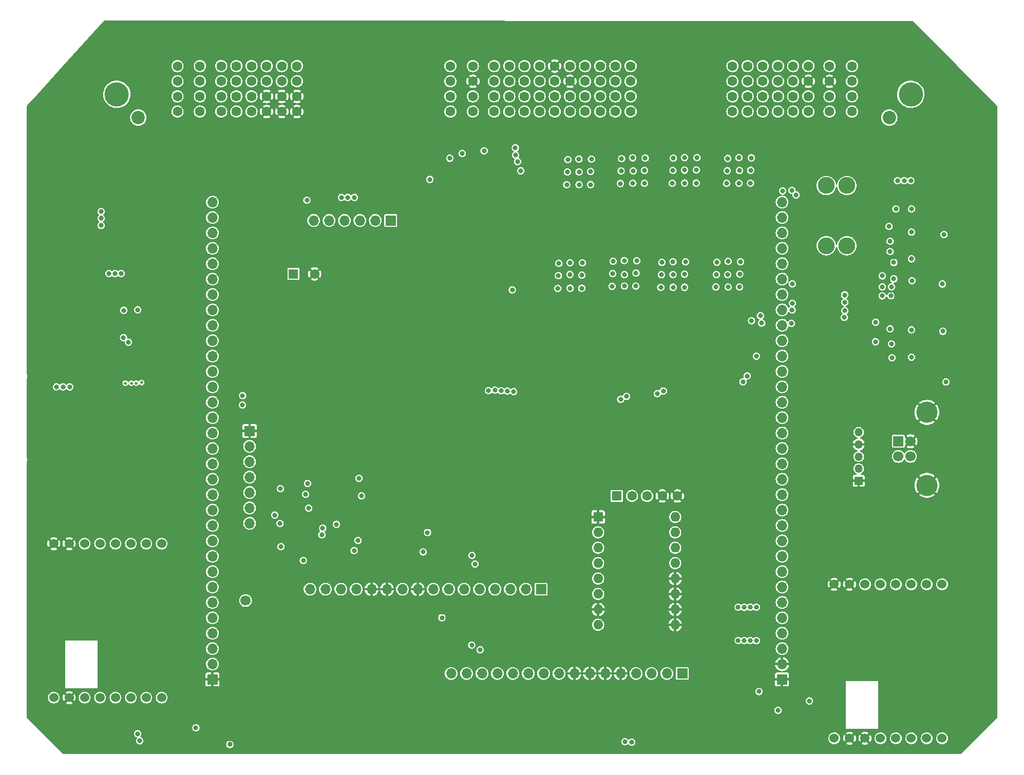
<source format=gbr>
%TF.GenerationSoftware,KiCad,Pcbnew,7.0.8*%
%TF.CreationDate,2024-05-13T00:37:04+01:00*%
%TF.ProjectId,Polygonus-Universal-Base,506f6c79-676f-46e7-9573-2d556e697665,rev?*%
%TF.SameCoordinates,Original*%
%TF.FileFunction,Copper,L3,Inr*%
%TF.FilePolarity,Positive*%
%FSLAX46Y46*%
G04 Gerber Fmt 4.6, Leading zero omitted, Abs format (unit mm)*
G04 Created by KiCad (PCBNEW 7.0.8) date 2024-05-13 00:37:04*
%MOMM*%
%LPD*%
G01*
G04 APERTURE LIST*
%TA.AperFunction,ComponentPad*%
%ADD10R,1.700000X1.700000*%
%TD*%
%TA.AperFunction,ComponentPad*%
%ADD11O,1.700000X1.700000*%
%TD*%
%TA.AperFunction,ComponentPad*%
%ADD12R,1.600000X1.600000*%
%TD*%
%TA.AperFunction,ComponentPad*%
%ADD13C,1.600000*%
%TD*%
%TA.AperFunction,ComponentPad*%
%ADD14C,1.700000*%
%TD*%
%TA.AperFunction,ComponentPad*%
%ADD15C,1.524000*%
%TD*%
%TA.AperFunction,ComponentPad*%
%ADD16O,1.600000X1.600000*%
%TD*%
%TA.AperFunction,ComponentPad*%
%ADD17C,2.780000*%
%TD*%
%TA.AperFunction,ComponentPad*%
%ADD18C,4.000000*%
%TD*%
%TA.AperFunction,ComponentPad*%
%ADD19C,2.200000*%
%TD*%
%TA.AperFunction,ComponentPad*%
%ADD20C,3.500000*%
%TD*%
%TA.AperFunction,ComponentPad*%
%ADD21R,1.350000X1.350000*%
%TD*%
%TA.AperFunction,ComponentPad*%
%ADD22O,1.350000X1.350000*%
%TD*%
%TA.AperFunction,ViaPad*%
%ADD23C,0.800000*%
%TD*%
%TA.AperFunction,ViaPad*%
%ADD24C,0.500000*%
%TD*%
G04 APERTURE END LIST*
D10*
%TO.N,GND*%
%TO.C,J5*%
X93888235Y-91017793D03*
D11*
%TO.N,+5V*%
X93888235Y-93557793D03*
%TO.N,output*%
X93888235Y-96097793D03*
%TO.N,/AV11*%
X93888235Y-98637793D03*
%TO.N,/LS12*%
X93888235Y-101177793D03*
%TO.N,/VR-D*%
X93888235Y-103717793D03*
%TO.N,/VR+D*%
X93888235Y-106257793D03*
%TD*%
D12*
%TO.N,/12V_MR_FUSE*%
%TO.C,C2*%
X101112052Y-65110107D03*
D13*
%TO.N,GND*%
X104612052Y-65110107D03*
%TD*%
D14*
%TO.N,/LS12*%
%TO.C,P1*%
X93218000Y-118999000D03*
%TD*%
D15*
%TO.N,+5V*%
%TO.C,U1*%
X190269349Y-141724815D03*
%TO.N,GND*%
X192809349Y-141724815D03*
X195349349Y-141724815D03*
%TO.N,unconnected-(U1-SEL_2-Pad4)*%
X197889349Y-141724815D03*
%TO.N,/CAN_RX*%
X200429349Y-141724815D03*
%TO.N,/CAN_TX*%
X202969349Y-141724815D03*
%TO.N,/12V_MR_FUSE*%
X205509349Y-141724815D03*
%TO.N,unconnected-(U1-Boot0-Pad8)*%
X208049349Y-141724815D03*
%TO.N,GND*%
X190269349Y-116324815D03*
X192809349Y-116324815D03*
%TO.N,/HeaterNeg*%
X195349349Y-116324815D03*
X197889349Y-116324815D03*
%TO.N,/LSU_Ip*%
X200429349Y-116324815D03*
%TO.N,/LSU_Vm*%
X202969349Y-116324815D03*
%TO.N,/LSU_Rtrim*%
X205509349Y-116324815D03*
%TO.N,/LSU_Un*%
X208049349Y-116324815D03*
%TD*%
D12*
%TO.N,GND*%
%TO.C,A1*%
X151360000Y-105209750D03*
D16*
%TO.N,unconnected-(A1-~{FLT}-Pad2)*%
X151360000Y-107749750D03*
%TO.N,/STEPA2*%
X151360000Y-110289750D03*
%TO.N,/STEPA1*%
X151360000Y-112829750D03*
%TO.N,/STEPB1*%
X151360000Y-115369750D03*
%TO.N,/STEPB2*%
X151360000Y-117909750D03*
%TO.N,GND*%
X151360000Y-120449750D03*
%TO.N,/12V_MR_FUSE*%
X151360000Y-122989750D03*
%TO.N,GND*%
X164060000Y-122989750D03*
X164060000Y-120449750D03*
X164060000Y-117909750D03*
X164060000Y-115369750D03*
%TO.N,+5V*%
X164060000Y-112829750D03*
X164060000Y-110289750D03*
%TO.N,/LS9*%
X164060000Y-107749750D03*
%TO.N,/LS10*%
X164060000Y-105209750D03*
%TD*%
D17*
%TO.N,/12V_MR*%
%TO.C,F1*%
X192364464Y-50542664D03*
X188964464Y-50542664D03*
%TO.N,/12V_MR_FUSE*%
X192364464Y-60462664D03*
X188964464Y-60462664D03*
%TD*%
D18*
%TO.N,*%
%TO.C,J1*%
X72000000Y-35490000D03*
D19*
X75550000Y-39340000D03*
X199350000Y-39340000D03*
D18*
X202900000Y-35490000D03*
D13*
%TO.N,GND*%
X101700000Y-38340000D03*
X101700000Y-35840000D03*
%TO.N,/VR+D*%
X101700000Y-33340000D03*
%TO.N,/VR-D*%
X101700000Y-30840000D03*
%TO.N,GND*%
X99200000Y-38340000D03*
X99200000Y-35840000D03*
%TO.N,/5V_SENSOR_2*%
X99200000Y-33340000D03*
X99200000Y-30840000D03*
%TO.N,GND*%
X96700000Y-38340000D03*
X96700000Y-35840000D03*
%TO.N,/5V_SENSOR_2*%
X96700000Y-33340000D03*
X96700000Y-30840000D03*
%TO.N,/KNOCK_1*%
X94200000Y-38340000D03*
%TO.N,/KNOCK_2*%
X94200000Y-35840000D03*
%TO.N,/5V_SENSOR_1*%
X94200000Y-33340000D03*
X94200000Y-30840000D03*
%TO.N,/DIGITAL_1*%
X91700000Y-38340000D03*
%TO.N,/DIGITAL_2*%
X91700000Y-35840000D03*
%TO.N,/5V_SENSOR_1*%
X91700000Y-33340000D03*
X91700000Y-30840000D03*
%TO.N,/DIGITAL_3*%
X89200000Y-38340000D03*
%TO.N,/DIGITAL_4*%
X89200000Y-35840000D03*
%TO.N,/DIGITAL_5*%
X89200000Y-33340000D03*
%TO.N,/DIGITAL_6*%
X89200000Y-30840000D03*
%TO.N,/HS2*%
X85700000Y-38340000D03*
%TO.N,/HS1*%
X85700000Y-35840000D03*
%TO.N,/HS3*%
X85700000Y-33340000D03*
%TO.N,/HS4*%
X85700000Y-30840000D03*
%TO.N,/ExtraLSD*%
X82000000Y-38340000D03*
%TO.N,/ExtraLSC*%
X82000000Y-35840000D03*
%TO.N,/ExtraLSB*%
X82000000Y-33340000D03*
%TO.N,/ExtraLSA*%
X82000000Y-30840000D03*
%TO.N,/IGBT8*%
X156700000Y-38340000D03*
%TO.N,/IGBT7*%
X156700000Y-35840000D03*
%TO.N,/IGBT6*%
X156700000Y-33340000D03*
%TO.N,/IGBT5*%
X156700000Y-30840000D03*
%TO.N,/LS2*%
X154200000Y-38340000D03*
%TO.N,/IGN7*%
X154200000Y-35840000D03*
%TO.N,/IGN6*%
X154200000Y-33340000D03*
%TO.N,/STEPA2*%
X154200000Y-30840000D03*
%TO.N,/LS1*%
X151700000Y-38340000D03*
%TO.N,/IGN8*%
X151700000Y-35840000D03*
%TO.N,/IGN5*%
X151700000Y-33340000D03*
%TO.N,/STEPA1*%
X151700000Y-30840000D03*
%TO.N,/12V_KEY*%
X149200000Y-38340000D03*
%TO.N,/CAN-*%
X149200000Y-35840000D03*
%TO.N,/CAN+*%
X149200000Y-33340000D03*
%TO.N,/STEPB1*%
X149200000Y-30840000D03*
%TO.N,/AT3*%
X146700000Y-38340000D03*
%TO.N,/AT4*%
X146700000Y-35840000D03*
%TO.N,GND*%
X146700000Y-33340000D03*
%TO.N,/STEPB2*%
X146700000Y-30840000D03*
%TO.N,/AT1*%
X144200000Y-38340000D03*
%TO.N,/AT2*%
X144200000Y-35840000D03*
%TO.N,/CRANK -*%
X144200000Y-33340000D03*
%TO.N,GND*%
X144200000Y-30840000D03*
%TO.N,/AV10*%
X141700000Y-38340000D03*
%TO.N,/AV11*%
X141700000Y-35840000D03*
%TO.N,/CRANK +*%
X141700000Y-33340000D03*
%TO.N,/LSU_Ip2*%
X141700000Y-30840000D03*
%TO.N,/AV7*%
X139200000Y-38340000D03*
%TO.N,/AV8*%
X139200000Y-35840000D03*
%TO.N,/AV9*%
X139200000Y-33340000D03*
%TO.N,/LSU_Vm2*%
X139200000Y-30840000D03*
%TO.N,/AV4*%
X136700000Y-38340000D03*
%TO.N,/AV5*%
X136700000Y-35840000D03*
%TO.N,/AV6*%
X136700000Y-33340000D03*
%TO.N,/LSU_Rtrim2*%
X136700000Y-30840000D03*
%TO.N,/AV1*%
X134200000Y-38340000D03*
%TO.N,/AV2*%
X134200000Y-35840000D03*
%TO.N,/AV3*%
X134200000Y-33340000D03*
%TO.N,/LSU_Un2*%
X134200000Y-30840000D03*
%TO.N,/12V_MR_FUSE*%
X130700000Y-38340000D03*
X130700000Y-35840000D03*
%TO.N,GND*%
X130700000Y-33340000D03*
%TO.N,/HeaterNeg2*%
X130700000Y-30840000D03*
%TO.N,/ETB1_+*%
X127000000Y-38340000D03*
%TO.N,/ETB1_-*%
X127000000Y-35840000D03*
%TO.N,/ETB2_+*%
X127000000Y-33340000D03*
%TO.N,/ETB2_-*%
X127000000Y-30840000D03*
%TO.N,/IGBT1*%
X173500000Y-38340000D03*
%TO.N,/IGBT2*%
X173500000Y-35840000D03*
%TO.N,/IGBT3*%
X173500000Y-33340000D03*
%TO.N,/IGBT4*%
X173500000Y-30840000D03*
%TO.N,/LS3*%
X176000000Y-38340000D03*
%TO.N,/IGN2*%
X176000000Y-35840000D03*
%TO.N,/IGN3*%
X176000000Y-33340000D03*
%TO.N,/LSU_Un*%
X176000000Y-30840000D03*
%TO.N,/LS8*%
X178500000Y-38340000D03*
%TO.N,/IGN1*%
X178500000Y-35840000D03*
%TO.N,/IGN4*%
X178500000Y-33340000D03*
%TO.N,/LSU_Rtrim*%
X178500000Y-30840000D03*
%TO.N,/LS6*%
X181000000Y-38340000D03*
%TO.N,/LS7*%
X181000000Y-35840000D03*
%TO.N,/LS4*%
X181000000Y-33340000D03*
%TO.N,/LSU_Vm*%
X181000000Y-30840000D03*
%TO.N,/LS15*%
X183500000Y-38340000D03*
%TO.N,/LS16*%
X183500000Y-35840000D03*
%TO.N,/LS5*%
X183500000Y-33340000D03*
%TO.N,/LSU_Ip*%
X183500000Y-30840000D03*
%TO.N,/LS13*%
X186000000Y-38340000D03*
%TO.N,/LS14*%
X186000000Y-35840000D03*
%TO.N,GND*%
X186000000Y-33340000D03*
%TO.N,/Perm_Live*%
X186000000Y-30840000D03*
%TO.N,/12V_MR*%
X189500000Y-38340000D03*
X189500000Y-35840000D03*
%TO.N,GND*%
X189500000Y-33340000D03*
%TO.N,/HeaterNeg*%
X189500000Y-30840000D03*
%TO.N,/LS9ADD*%
X193200000Y-38340000D03*
%TO.N,/LS10ADD*%
X193200000Y-35840000D03*
%TO.N,/LS11ADD*%
X193200000Y-33340000D03*
%TO.N,/LS12ADD*%
X193200000Y-30840000D03*
%TD*%
D10*
%TO.N,/VBUS*%
%TO.C,J4*%
X200849999Y-92720000D03*
D14*
%TO.N,/USB-*%
X200849999Y-95220000D03*
%TO.N,/USB+*%
X202849999Y-95220000D03*
%TO.N,GND*%
X202849999Y-92720000D03*
D20*
X205559999Y-87950000D03*
X205559999Y-99990000D03*
%TD*%
D21*
%TO.N,GND*%
%TO.C,J3*%
X194310000Y-99250000D03*
D22*
%TO.N,/USB+*%
X194310000Y-97250000D03*
%TO.N,/USB-*%
X194310000Y-95250000D03*
%TO.N,GND*%
X194310000Y-93250000D03*
%TO.N,/VBUS*%
X194310000Y-91250000D03*
%TD*%
D15*
%TO.N,+5V*%
%TO.C,U2*%
X61611115Y-135011435D03*
%TO.N,GND*%
X64151115Y-135011435D03*
%TO.N,unconnected-(U2-SEL_1-Pad3)*%
X66691115Y-135011435D03*
%TO.N,+5V*%
X69231115Y-135011435D03*
%TO.N,/CAN_RX2*%
X71771115Y-135011435D03*
%TO.N,/CAN_TX2*%
X74311115Y-135011435D03*
%TO.N,/12V_MR_FUSE*%
X76851115Y-135011435D03*
%TO.N,unconnected-(U2-Boot0-Pad8)*%
X79391115Y-135011435D03*
%TO.N,GND*%
X61611115Y-109611435D03*
X64151115Y-109611435D03*
%TO.N,/HeaterNeg2*%
X66691115Y-109611435D03*
X69231115Y-109611435D03*
%TO.N,/LSU_Ip2*%
X71771115Y-109611435D03*
%TO.N,/LSU_Vm2*%
X74311115Y-109611435D03*
%TO.N,/LSU_Rtrim2*%
X76851115Y-109611435D03*
%TO.N,/LSU_Un2*%
X79391115Y-109611435D03*
%TD*%
D10*
%TO.N,GND*%
%TO.C,J2*%
X181672763Y-132012059D03*
D11*
X181672763Y-129472059D03*
%TO.N,/12V_MR_FUSE*%
X181672763Y-126932059D03*
%TO.N,/LS1*%
X181672763Y-124392059D03*
%TO.N,/LS2*%
X181672763Y-121852059D03*
%TO.N,/LS3*%
X181672763Y-119312059D03*
%TO.N,/LS4*%
X181672763Y-116772059D03*
%TO.N,/LS5*%
X181672763Y-114232059D03*
%TO.N,/LS6*%
X181672763Y-111692059D03*
%TO.N,/LS7*%
X181672763Y-109152059D03*
%TO.N,/LS8*%
X181672763Y-106612059D03*
%TO.N,/IGN12*%
X181672763Y-104072059D03*
%TO.N,/IGN11*%
X181672763Y-101532059D03*
%TO.N,/IGN10*%
X181672763Y-98992059D03*
%TO.N,/IGN9*%
X181672763Y-96452059D03*
%TO.N,/IGN8*%
X181672763Y-93912059D03*
%TO.N,/IGN7*%
X181672763Y-91372059D03*
%TO.N,/IGN6*%
X181672763Y-88832059D03*
%TO.N,/IGN5*%
X181672763Y-86292059D03*
%TO.N,/IGN4*%
X181672763Y-83752059D03*
%TO.N,/IGN3*%
X181672763Y-81212059D03*
%TO.N,/IGN2*%
X181672763Y-78672059D03*
%TO.N,/IGN1*%
X181672763Y-76132059D03*
%TO.N,/LS9*%
X181672763Y-73592059D03*
%TO.N,/LS10*%
X181672763Y-71052059D03*
%TO.N,/LS11*%
X181672763Y-68512059D03*
%TO.N,/LS12*%
X181672763Y-65972059D03*
%TO.N,/LS13*%
X181672763Y-63432059D03*
%TO.N,/LS14*%
X181672763Y-60892059D03*
%TO.N,/LS15*%
X181672763Y-58352059D03*
%TO.N,/LS16*%
X181672763Y-55812059D03*
%TO.N,/12V_MR_FUSE*%
X181672763Y-53272059D03*
D10*
%TO.N,GND*%
X87760080Y-132017154D03*
D11*
%TO.N,/12V_PROT*%
X87760080Y-129477154D03*
X87760080Y-126937154D03*
%TO.N,/5V_SENSOR_2*%
X87760080Y-124397154D03*
X87760080Y-121857154D03*
%TO.N,unconnected-(J2-Pin_38-Pad38)*%
X87760080Y-119317154D03*
%TO.N,unconnected-(J2-Pin_39-Pad39)*%
X87760080Y-116777154D03*
%TO.N,/5V_SENSOR_1*%
X87760080Y-114237154D03*
X87760080Y-111697154D03*
%TO.N,/DIGITAL_6*%
X87760080Y-109157154D03*
%TO.N,/DIGITAL_5*%
X87760080Y-106617154D03*
%TO.N,/DIGITAL_4*%
X87760080Y-104077154D03*
%TO.N,/DIGITAL_3*%
X87760080Y-101537154D03*
%TO.N,/DIGITAL_2*%
X87760080Y-98997154D03*
%TO.N,/DIGITAL_1*%
X87760080Y-96457154D03*
%TO.N,/AT4*%
X87760080Y-93917154D03*
%TO.N,/AT3*%
X87760080Y-91377154D03*
%TO.N,/AT2*%
X87760080Y-88837154D03*
%TO.N,/AT1*%
X87760080Y-86297154D03*
%TO.N,/AV11*%
X87760080Y-83757154D03*
%TO.N,/AV10*%
X87760080Y-81217154D03*
%TO.N,/AV9*%
X87760080Y-78677154D03*
%TO.N,/AV8*%
X87760080Y-76137154D03*
%TO.N,/AV7*%
X87760080Y-73597154D03*
%TO.N,/AV6*%
X87760080Y-71057154D03*
%TO.N,/AV5*%
X87760080Y-68517154D03*
%TO.N,/AV4*%
X87760080Y-65977154D03*
%TO.N,/AV3*%
X87760080Y-63437154D03*
%TO.N,/AV2*%
X87760080Y-60897154D03*
%TO.N,/AV1*%
X87760080Y-58357154D03*
%TO.N,/KNOCK_1*%
X87760080Y-55817154D03*
%TO.N,/KNOCK_2*%
X87760080Y-53277154D03*
D10*
%TO.N,/HS4*%
X165230080Y-131026287D03*
D11*
%TO.N,/HS3*%
X162690080Y-131026287D03*
%TO.N,/HS2*%
X160150080Y-131026287D03*
%TO.N,/HS1*%
X157610080Y-131026287D03*
%TO.N,GND*%
X155070080Y-131026287D03*
X152530080Y-131026287D03*
X149990080Y-131026287D03*
X147450080Y-131026287D03*
%TO.N,/CAN2+*%
X144910080Y-131026287D03*
%TO.N,/CAN2-*%
X142370080Y-131026287D03*
%TO.N,/RC1*%
X139830080Y-131026287D03*
%TO.N,/RC2*%
X137290080Y-131026287D03*
%TO.N,/Perm_Live*%
X134750080Y-131026287D03*
%TO.N,unconnected-(J2-Pin_78-Pad78)*%
X132210080Y-131026287D03*
%TO.N,unconnected-(J2-Pin_79-Pad79)*%
X129670080Y-131026287D03*
%TO.N,unconnected-(J2-Pin_80-Pad80)*%
X127130080Y-131026287D03*
D10*
%TO.N,+5V*%
X141953794Y-117134404D03*
D11*
%TO.N,+3.3V*%
X139413794Y-117134404D03*
%TO.N,/ETB1_PWM*%
X136873794Y-117134404D03*
%TO.N,/ETB1_DIS*%
X134333794Y-117134404D03*
%TO.N,/ETB1_DIR*%
X131793794Y-117134404D03*
%TO.N,/ETB2_PWM*%
X129253794Y-117134404D03*
%TO.N,/ETB2_DIS*%
X126713794Y-117134404D03*
%TO.N,/ETB2_DIR*%
X124173794Y-117134404D03*
%TO.N,GND*%
X121633794Y-117134404D03*
%TO.N,/12V_KEY*%
X119093794Y-117134404D03*
%TO.N,GND*%
X116553794Y-117134404D03*
X114013794Y-117134404D03*
%TO.N,/CAN+*%
X111473794Y-117134404D03*
%TO.N,/CAN-*%
X108933794Y-117134404D03*
%TO.N,output*%
X106393794Y-117134404D03*
%TO.N,/VR1+*%
X103853794Y-117134404D03*
D13*
%TO.N,GND*%
X164425871Y-101751522D03*
X161925871Y-101751522D03*
%TO.N,/USB+*%
X159425871Y-101751522D03*
%TO.N,/USB-*%
X156925871Y-101751522D03*
D12*
%TO.N,/VBUS*%
X154425871Y-101751522D03*
D10*
%TO.N,/+3V3*%
X117154579Y-56302538D03*
D11*
%TO.N,/EXT_SPI_CS*%
X114614579Y-56302538D03*
%TO.N,/EXT_SPI_SCK*%
X112074579Y-56302538D03*
%TO.N,/EXT_SPI_MISO*%
X109534579Y-56302538D03*
%TO.N,/EXT_SPI_MOSI*%
X106994579Y-56302538D03*
%TO.N,unconnected-(J2-Pin_107-Pad107)*%
X104454579Y-56302538D03*
%TD*%
D23*
%TO.N,GND*%
X183667734Y-118255036D03*
X180849891Y-62134937D03*
X180841313Y-64674057D03*
X180824157Y-67196021D03*
X180832735Y-69795188D03*
X182926299Y-74871449D03*
X182810495Y-79870342D03*
X182791194Y-84965738D03*
X182797276Y-90006180D03*
X182835877Y-95114444D03*
X182810143Y-100222707D03*
X182835877Y-97687876D03*
X167163914Y-78601298D03*
X150038468Y-79013047D03*
X97377239Y-43190337D03*
X100336686Y-44631460D03*
X100336686Y-45699434D03*
X100323819Y-46831744D03*
X97325770Y-45673700D03*
X97287168Y-46780276D03*
X114161298Y-47203066D03*
X116594863Y-40444309D03*
X115565490Y-40470043D03*
X117348000Y-43942000D03*
X117348000Y-42926000D03*
X117348000Y-42037000D03*
X114173000Y-42926000D03*
X114173000Y-43942000D03*
X114173000Y-45085000D03*
%TO.N,/12V_MR*%
X201800000Y-49740000D03*
X202900000Y-49740000D03*
X203000000Y-58240000D03*
X199700000Y-67240000D03*
X200100000Y-63240000D03*
X69400000Y-55940000D03*
X203000000Y-62640000D03*
X199324149Y-57292971D03*
X199700000Y-76640000D03*
X69400000Y-57140000D03*
X200443169Y-54420817D03*
X64231609Y-83740500D03*
X197120158Y-73080499D03*
X203100000Y-66240000D03*
X63113017Y-83740500D03*
X199800000Y-78940000D03*
X203000000Y-54420817D03*
X197076926Y-76290526D03*
X200700000Y-49740000D03*
X69400000Y-54840000D03*
X199600000Y-68740000D03*
X203000000Y-78840000D03*
X203000000Y-74340000D03*
X198200000Y-68740000D03*
X198200000Y-65440000D03*
X200100000Y-65940000D03*
X62031712Y-83739500D03*
X71700000Y-65040000D03*
X72700000Y-65040000D03*
X198200000Y-67240000D03*
X199500000Y-61440000D03*
X70700000Y-65040000D03*
X199476340Y-74172124D03*
X199500000Y-59740000D03*
%TO.N,GND*%
X194234883Y-75155437D03*
X184273610Y-107571193D03*
X112327419Y-31356286D03*
X174561213Y-44780697D03*
X86371584Y-72251350D03*
X171846242Y-28079120D03*
X123444758Y-124286293D03*
X129440911Y-57555260D03*
X146603683Y-110879516D03*
X170765889Y-23886954D03*
D24*
X166700000Y-54340000D03*
D23*
X117058200Y-135923682D03*
X208913868Y-77888025D03*
X213244159Y-69033864D03*
X90255702Y-77682007D03*
X137268971Y-94293167D03*
X90215618Y-62590644D03*
X168780682Y-140105747D03*
X149208662Y-81370953D03*
D24*
X166400000Y-69840000D03*
D23*
X172722806Y-96328499D03*
D24*
X164800000Y-70340000D03*
D23*
X67205853Y-29653917D03*
X177960399Y-60885427D03*
X176963269Y-85931588D03*
X67867033Y-81359641D03*
X76309596Y-67467078D03*
X64793260Y-32298119D03*
X97234012Y-50515285D03*
X92909385Y-32098733D03*
X162958838Y-60736281D03*
X208913868Y-70710393D03*
X106987426Y-92311251D03*
X83456634Y-143803040D03*
X213257734Y-70113811D03*
X174661676Y-98125755D03*
X102913209Y-125105409D03*
D24*
X165800000Y-69840000D03*
D23*
X139730902Y-120023107D03*
X153623645Y-86491256D03*
X65437883Y-135947846D03*
X117721224Y-108429489D03*
X97914711Y-32111600D03*
X61365315Y-78313265D03*
X145474779Y-123764861D03*
X129415177Y-55071897D03*
X132141751Y-31267536D03*
X71965383Y-38652023D03*
X96167988Y-62490436D03*
X95222505Y-39755134D03*
X184668246Y-139486972D03*
X185314332Y-111937441D03*
X98057636Y-112127307D03*
X132049428Y-89973419D03*
X116225911Y-89673631D03*
X199526295Y-86851907D03*
X206807187Y-82567468D03*
X93017492Y-29853798D03*
X156081760Y-77858700D03*
X131539978Y-99292768D03*
X102850106Y-98575566D03*
X74314905Y-113355528D03*
X96181932Y-94420297D03*
X107426500Y-114370289D03*
X140675146Y-112026073D03*
X89260280Y-51778344D03*
X116706957Y-69537228D03*
X96316551Y-107702798D03*
X160166597Y-85835030D03*
D24*
X175300000Y-69840000D03*
D23*
X69656937Y-95913923D03*
X146949602Y-113732635D03*
X109685163Y-142737774D03*
X65100000Y-102640000D03*
X73900000Y-46140000D03*
X81111761Y-135646088D03*
X200594344Y-43874771D03*
X73969251Y-42708204D03*
X124295785Y-60354041D03*
X169144138Y-38887536D03*
X191480412Y-107280109D03*
X131211521Y-95111211D03*
X67755174Y-59267449D03*
X137366487Y-86166827D03*
X112693752Y-42995126D03*
X188444723Y-113279692D03*
X58803496Y-112521021D03*
X201846263Y-140397802D03*
X62841273Y-59840320D03*
X192090359Y-39308193D03*
D24*
X156700000Y-71540000D03*
D23*
X98001372Y-29862376D03*
X158990099Y-91673311D03*
X183760080Y-40230890D03*
X177382362Y-81037045D03*
X139920096Y-107551705D03*
X93502449Y-53932651D03*
X137400000Y-65240000D03*
X90104289Y-41242172D03*
X132774826Y-111905827D03*
X130021253Y-44617273D03*
X58896168Y-75061813D03*
X147176554Y-76167238D03*
X137393942Y-105202662D03*
X213217733Y-63261357D03*
X202341196Y-32533687D03*
X170653411Y-101865529D03*
X107094447Y-85108409D03*
X153755729Y-126209489D03*
X208913868Y-69610444D03*
X138088575Y-114196326D03*
X120748413Y-84383980D03*
X129085431Y-110724262D03*
D24*
X147900000Y-69840000D03*
D23*
X186153372Y-39960680D03*
X95472933Y-101582078D03*
X95377000Y-112014000D03*
X173426963Y-131862381D03*
X170679385Y-80822969D03*
X58635707Y-120323200D03*
X67811103Y-63574028D03*
X177880941Y-43532582D03*
X109725602Y-39905251D03*
X79565845Y-104020166D03*
X93982464Y-86898854D03*
X97410571Y-56497982D03*
X196691744Y-99222104D03*
X114316214Y-119997815D03*
X117002707Y-50285531D03*
D24*
X159600000Y-52640000D03*
D23*
X124456118Y-53399589D03*
X187240071Y-85790683D03*
X151015268Y-133560494D03*
X148271259Y-123233529D03*
X107337438Y-112423471D03*
X126609420Y-57900382D03*
X125077409Y-86929270D03*
X97258891Y-98243503D03*
X107696000Y-109220000D03*
X177963424Y-63852582D03*
X155985465Y-76279097D03*
X79621015Y-101741834D03*
X67811103Y-76829343D03*
X63862736Y-143109438D03*
X204879109Y-75296382D03*
X70865782Y-59164640D03*
X114108556Y-23997933D03*
X210820000Y-142240000D03*
X85746463Y-100918678D03*
X164787228Y-133325585D03*
X84287066Y-33110070D03*
D24*
X158100000Y-54440000D03*
D23*
X168975523Y-100075782D03*
X85552726Y-131113686D03*
X215900000Y-127000000D03*
X192341372Y-95276385D03*
X124919479Y-75752565D03*
X163021011Y-143245587D03*
X81444743Y-44693156D03*
X125317909Y-115648954D03*
X199725810Y-25384658D03*
X206769900Y-77962598D03*
X206788544Y-69685017D03*
X180669877Y-59630118D03*
X105065115Y-39017417D03*
X67767603Y-75436147D03*
X94692137Y-107702798D03*
D24*
X175700000Y-54940000D03*
D23*
X124917076Y-71056283D03*
X163196131Y-100672364D03*
X76400000Y-106140000D03*
X160021319Y-28040518D03*
X101405186Y-112387573D03*
X131709666Y-107736671D03*
X183767542Y-133552812D03*
D24*
X150400000Y-52840000D03*
D23*
X117116699Y-28540907D03*
X208596390Y-113791836D03*
X109940090Y-102739810D03*
X182268643Y-32093674D03*
X202164486Y-113064752D03*
X144093092Y-126181615D03*
X200378187Y-90073551D03*
X208951155Y-62861606D03*
X153049161Y-81147235D03*
X208411145Y-38624969D03*
X215663820Y-116727278D03*
X100687212Y-97866567D03*
X75297075Y-55752950D03*
X184777740Y-34641373D03*
X71702926Y-25330550D03*
X166912541Y-125888749D03*
X184008445Y-128890047D03*
X125382586Y-41296225D03*
X157167339Y-40798255D03*
X96002438Y-103987288D03*
X95379880Y-34569228D03*
X172443158Y-103673920D03*
X93455727Y-49316829D03*
X159624968Y-121723430D03*
X153124278Y-110330688D03*
X139842748Y-28063613D03*
D24*
X177300000Y-56140000D03*
D23*
X114577667Y-40670295D03*
X104313706Y-32228669D03*
D24*
X158300000Y-69840000D03*
D23*
X112497952Y-41130438D03*
X176378048Y-143472713D03*
D24*
X164800000Y-71540000D03*
D23*
X136060090Y-132256060D03*
X123138531Y-28630977D03*
X96028687Y-77596616D03*
X132020666Y-68402207D03*
X215704179Y-93419533D03*
X197096930Y-23867653D03*
X120836567Y-61690657D03*
X74188818Y-107766587D03*
X102717949Y-94518143D03*
X206800000Y-58940000D03*
X168913849Y-131334913D03*
X62841273Y-64364403D03*
X166956720Y-42168663D03*
X75259599Y-139474044D03*
X93433726Y-50991745D03*
X86280902Y-104970467D03*
X203825321Y-25110488D03*
X143800000Y-53640000D03*
X147999375Y-29653972D03*
X85642078Y-48763139D03*
X171537430Y-43596918D03*
X98308927Y-96744735D03*
X100080748Y-82402548D03*
X91417355Y-48794493D03*
X132067456Y-119972523D03*
X107696000Y-104521000D03*
X165687898Y-123439464D03*
X98590758Y-24055835D03*
D24*
X158100000Y-53240000D03*
D23*
X128667935Y-123889500D03*
X112008075Y-112032398D03*
X83726080Y-29973891D03*
D24*
X176800000Y-52640000D03*
D23*
X61307413Y-56165662D03*
X95767155Y-54654151D03*
X104842374Y-52790937D03*
X152535027Y-142636575D03*
D24*
X166700000Y-54940000D03*
D23*
X208565662Y-99393858D03*
X132321291Y-49628913D03*
X79523014Y-130586281D03*
X179980871Y-138591778D03*
X86413561Y-112843123D03*
X161666398Y-119654035D03*
X103334301Y-42113294D03*
X192310476Y-98179863D03*
X80170894Y-42685878D03*
X58644907Y-137328546D03*
X118002707Y-66486786D03*
X155488063Y-29576769D03*
X175259999Y-94265606D03*
X154282565Y-27989050D03*
X82619394Y-24041360D03*
X165657033Y-106694118D03*
X150159391Y-136073994D03*
X122912911Y-113684873D03*
X97338637Y-44464187D03*
X85642914Y-126935001D03*
X166930986Y-44690626D03*
X117958277Y-95743385D03*
X112682586Y-37100210D03*
X120920554Y-102070760D03*
X174548346Y-42142928D03*
X108854156Y-92365099D03*
X110155482Y-112369623D03*
X101318361Y-131119603D03*
X81437376Y-59143480D03*
X86223630Y-52301608D03*
X67806720Y-54171319D03*
X81457417Y-72310844D03*
X63114707Y-52283610D03*
X135229870Y-28140816D03*
X167569952Y-138025491D03*
X79359856Y-122966755D03*
X58677654Y-128167326D03*
X165485959Y-35394046D03*
X91964810Y-105890902D03*
X180760557Y-141576685D03*
X91126971Y-135686199D03*
X116800208Y-74282988D03*
X161941968Y-76362992D03*
X71946082Y-40890909D03*
X213331546Y-54952967D03*
X87749653Y-33587035D03*
X178708991Y-120353971D03*
X153776246Y-76223168D03*
X171748291Y-137796131D03*
X193970284Y-57012942D03*
X90295785Y-59223647D03*
X118738728Y-49381920D03*
X101413485Y-116461395D03*
X139597326Y-142617524D03*
X137431229Y-101735027D03*
X61365315Y-63808756D03*
X89853322Y-112780388D03*
X75717370Y-99040643D03*
X70789302Y-110923634D03*
X67848390Y-78544518D03*
X81437376Y-65677058D03*
X173838591Y-117952950D03*
X179881444Y-116257833D03*
X174009187Y-91052473D03*
X174218515Y-76223168D03*
X177016104Y-83819500D03*
D24*
X158100000Y-55140000D03*
D23*
X76694889Y-78715142D03*
X187095315Y-95923573D03*
X140507357Y-91425337D03*
X139544932Y-128558375D03*
D24*
X173700000Y-71540000D03*
D23*
X107996336Y-58969702D03*
X174084564Y-110811370D03*
D24*
X167000000Y-52640000D03*
D23*
X124502007Y-23973807D03*
X90477052Y-29913844D03*
X186385017Y-23886954D03*
X110693962Y-93935665D03*
X163632255Y-91086051D03*
X86499583Y-117912877D03*
X178156431Y-127473555D03*
X115779576Y-44848347D03*
X187034773Y-132984550D03*
X194258531Y-65220350D03*
X158366514Y-137932029D03*
X204666801Y-53486541D03*
X97940446Y-34556361D03*
X113816084Y-41932919D03*
X124964631Y-135893619D03*
X177314786Y-42297334D03*
X69464040Y-27395730D03*
X68800000Y-107340000D03*
X69726497Y-33194971D03*
X131336526Y-80245766D03*
X132337343Y-46552516D03*
X155850710Y-100597792D03*
X150423736Y-114002845D03*
X137700365Y-29626973D03*
X63442208Y-35135328D03*
X187064467Y-77381249D03*
X92686850Y-56242245D03*
X181579132Y-23925555D03*
X106766372Y-52760874D03*
X196677142Y-80785683D03*
X213331546Y-53928645D03*
X157499643Y-123429283D03*
D24*
X159000000Y-52640000D03*
D23*
X99941419Y-50515285D03*
X214988822Y-43773807D03*
X89232449Y-107924648D03*
X145409004Y-134810587D03*
X177953670Y-94891827D03*
X170055712Y-135166867D03*
X166331287Y-134445028D03*
D24*
X157800000Y-73340000D03*
D23*
X66480123Y-138495545D03*
X137352952Y-25322907D03*
X204917710Y-69583362D03*
X125017284Y-80195275D03*
X176830233Y-88986221D03*
D24*
X148500000Y-69740000D03*
D23*
X133608742Y-97338038D03*
X99161106Y-53114767D03*
X133563873Y-71268163D03*
X81457417Y-52950610D03*
X117518477Y-114491995D03*
X98615801Y-50470349D03*
X93982464Y-85148795D03*
X189510548Y-64628461D03*
X178893734Y-122901875D03*
X98165332Y-107209192D03*
X177198981Y-34628505D03*
X175670150Y-129751289D03*
X191524204Y-35435177D03*
X77813509Y-24079961D03*
X156449307Y-133454257D03*
X104334738Y-82294852D03*
X130778355Y-114411859D03*
X105417753Y-136144758D03*
X70900000Y-49240000D03*
X215808748Y-102427700D03*
X106203940Y-50525868D03*
X90400289Y-34620697D03*
X107527955Y-122192161D03*
X196440835Y-89764739D03*
D24*
X151000000Y-52840000D03*
D23*
X100444897Y-108241278D03*
X120794620Y-68528051D03*
X95482818Y-32085866D03*
X188126008Y-73791311D03*
D24*
X150300000Y-56340000D03*
D23*
X172962990Y-81067747D03*
X67773817Y-70994022D03*
D24*
X174700000Y-69840000D03*
D23*
X58813989Y-52754919D03*
X63040134Y-72020544D03*
X188308006Y-142855416D03*
X168910000Y-143510000D03*
X84032062Y-138314425D03*
X116984429Y-52937008D03*
X164331819Y-44716361D03*
X166805007Y-102127680D03*
X158066831Y-128671411D03*
D24*
X168200000Y-56040000D03*
D23*
X174767088Y-39505160D03*
X180042935Y-119092904D03*
X75232584Y-53057606D03*
X131717134Y-28063613D03*
D24*
X173700000Y-72140000D03*
D23*
X73079657Y-110885032D03*
X67700500Y-67113401D03*
X124737725Y-49493714D03*
X88062203Y-24041360D03*
X173103030Y-135434659D03*
X126996430Y-120010461D03*
X209018454Y-54639955D03*
X213205018Y-109198055D03*
X62928275Y-67434317D03*
X104657826Y-86952702D03*
X95878807Y-50530787D03*
D24*
X166700000Y-53740000D03*
X166500000Y-73340000D03*
D23*
X126869962Y-91149480D03*
X107847326Y-70152408D03*
X150489171Y-29615370D03*
X206695443Y-67830628D03*
X118127627Y-99365820D03*
X62953132Y-56944410D03*
X80274960Y-47138532D03*
X160517195Y-23925555D03*
X96971702Y-105010399D03*
X133444654Y-132466497D03*
D24*
X149200000Y-53940000D03*
D23*
X159691832Y-133415655D03*
X99190502Y-72336332D03*
X92918966Y-112315100D03*
X135213920Y-23954506D03*
X125297867Y-112101582D03*
D24*
X158100000Y-53840000D03*
D23*
X120527955Y-56846753D03*
X70581613Y-143739925D03*
X134609292Y-119997815D03*
X116129776Y-131813583D03*
X147432315Y-126141869D03*
X169079802Y-43635519D03*
X166712364Y-140051385D03*
X213246186Y-61326526D03*
D24*
X157100000Y-69840000D03*
D23*
X183242639Y-60649280D03*
X191065539Y-73496192D03*
X144648205Y-76229297D03*
X202583958Y-40502525D03*
X58938115Y-82192837D03*
X180739984Y-82486739D03*
X152801557Y-114648336D03*
X171859109Y-38874669D03*
D24*
X150900000Y-56340000D03*
D23*
X76444738Y-62120384D03*
X200088620Y-30190488D03*
X83456634Y-142921207D03*
X81417334Y-79004756D03*
X90215618Y-85217667D03*
X191013421Y-113788585D03*
X78600000Y-133240000D03*
X128733051Y-31819504D03*
X154333280Y-135055007D03*
X120687506Y-108415782D03*
X124406014Y-67338557D03*
X73100278Y-136507568D03*
X128559345Y-34598811D03*
X65559440Y-142941249D03*
X191028253Y-78548499D03*
X137801978Y-125848626D03*
D24*
X164800000Y-72140000D03*
D23*
X120749141Y-89714017D03*
D24*
X156700000Y-70940000D03*
D23*
X194089993Y-44739511D03*
X180826367Y-43782227D03*
D24*
X156700000Y-70340000D03*
D23*
X204068478Y-47503311D03*
X132337343Y-42262582D03*
X158086904Y-108216432D03*
X150250029Y-128710012D03*
X169075897Y-32074318D03*
X100330000Y-49022000D03*
X127162984Y-47230626D03*
X111761733Y-120035753D03*
X178876992Y-134515742D03*
X96244079Y-116219079D03*
X88968088Y-142520374D03*
X164040933Y-137340140D03*
X129060432Y-96645433D03*
X90255702Y-74595592D03*
X131848446Y-85692448D03*
X208969798Y-53465433D03*
X106807000Y-103759000D03*
X96092185Y-96951152D03*
X179759547Y-32080807D03*
X128165798Y-28681237D03*
X85328409Y-142453552D03*
X162048156Y-110330688D03*
X187700000Y-99340000D03*
X182844113Y-102790251D03*
X109799022Y-34039090D03*
X62071744Y-94215458D03*
X139742986Y-95172620D03*
X180716217Y-87567789D03*
X86371584Y-57066464D03*
X146752829Y-97689452D03*
X73300000Y-55840000D03*
D24*
X174100000Y-69840000D03*
D23*
X78419585Y-28051955D03*
X109258712Y-131890786D03*
D24*
X159100000Y-56240000D03*
D23*
X165837277Y-28040518D03*
X137163774Y-119997815D03*
X165323080Y-23886954D03*
X177154034Y-118088069D03*
D24*
X147700000Y-70440000D03*
D23*
X162477377Y-126030009D03*
D24*
X165200000Y-69840000D03*
D23*
X101712010Y-135604337D03*
X100423808Y-34492025D03*
D24*
X173700000Y-70940000D03*
D23*
X63801169Y-49402537D03*
X206307364Y-36173774D03*
X71702926Y-31622592D03*
X198355458Y-37621330D03*
X65128172Y-90611795D03*
X199622768Y-82351712D03*
X135917912Y-127669890D03*
X70901258Y-142098461D03*
X113030000Y-124968000D03*
D24*
X175300000Y-73340000D03*
D23*
X191827826Y-23886954D03*
X206807187Y-74718681D03*
X91530116Y-101714737D03*
X128673710Y-60505797D03*
X109963456Y-128317875D03*
X118235841Y-81951155D03*
X179199929Y-125624928D03*
X140831266Y-98986867D03*
X110819607Y-92329200D03*
X86246260Y-93433132D03*
X76804546Y-143679800D03*
X131806566Y-53190854D03*
X161596172Y-134612301D03*
X129918316Y-46791823D03*
X156230565Y-137919162D03*
D24*
X157700000Y-69840000D03*
D23*
X153409793Y-60851727D03*
X164421889Y-41370899D03*
X90761522Y-91856868D03*
X90582654Y-88628301D03*
X75199474Y-137710378D03*
X92158752Y-116133740D03*
X100272350Y-47925453D03*
X207254624Y-61649798D03*
X115118792Y-50550829D03*
X213246186Y-62293941D03*
X145303815Y-44540070D03*
X157773304Y-85699925D03*
X169814467Y-105258591D03*
X213276377Y-79621842D03*
X131578376Y-125101190D03*
X112959242Y-52941249D03*
X99314528Y-58141398D03*
X196479436Y-94068805D03*
X190618646Y-88377990D03*
X98470471Y-89816295D03*
X165649129Y-109025664D03*
X107847326Y-64657325D03*
X126569337Y-55415218D03*
X120626831Y-75617128D03*
X118543831Y-58971168D03*
X109245188Y-119985169D03*
X208900000Y-46840000D03*
X104169382Y-112405522D03*
X91514592Y-98252711D03*
X120920554Y-97018024D03*
X158642121Y-80848943D03*
X167933768Y-94527698D03*
X145280016Y-100765580D03*
X171743304Y-42142928D03*
D24*
X158400000Y-73340000D03*
D23*
X121369704Y-54882671D03*
X125845693Y-34629715D03*
X95887405Y-59223647D03*
X131817049Y-54154429D03*
X141318618Y-126183440D03*
X137845846Y-48923251D03*
X114173000Y-46214110D03*
X88926829Y-90176431D03*
X73000000Y-51140000D03*
X100023087Y-91709949D03*
X130100000Y-65740000D03*
X176759277Y-107770565D03*
X140498973Y-32078167D03*
X113216261Y-100542823D03*
X78432397Y-110910767D03*
X208336337Y-85477167D03*
X107847326Y-74347128D03*
X128520743Y-37223713D03*
X216158497Y-37810378D03*
X76383268Y-37642493D03*
X80194793Y-49984446D03*
X111159203Y-28540907D03*
X96208072Y-74635676D03*
X97235700Y-48941959D03*
X77931555Y-136833472D03*
X198814826Y-93953001D03*
X172399883Y-125770995D03*
X188779428Y-29327234D03*
X97274301Y-47912586D03*
X146254775Y-104448977D03*
X127205874Y-50018512D03*
X136463987Y-80799801D03*
D24*
X147700000Y-72240000D03*
D23*
X204782605Y-59006554D03*
X122409321Y-128227688D03*
X191700000Y-102340000D03*
X121204607Y-41643638D03*
X75822354Y-28580775D03*
X188122159Y-53741466D03*
X109982000Y-98552000D03*
X82773910Y-32092684D03*
X97361890Y-42153377D03*
X124803674Y-92621415D03*
X144590896Y-86510556D03*
X124496201Y-64522705D03*
X78668419Y-143619675D03*
X187982329Y-66793626D03*
X193387413Y-67937961D03*
X70763244Y-43145247D03*
X152913416Y-118591373D03*
X172931289Y-120003702D03*
X169041200Y-42194397D03*
D24*
X168200000Y-52540000D03*
D23*
X189633091Y-129446512D03*
X115407895Y-128513211D03*
X61278462Y-70930731D03*
X141378743Y-123808504D03*
X92986588Y-34633564D03*
X213257734Y-78410034D03*
D24*
X160200000Y-52640000D03*
D23*
X93714309Y-41892836D03*
X171573336Y-86124541D03*
X95099810Y-114307476D03*
X67811103Y-62026643D03*
X183508202Y-137451631D03*
X167848514Y-89073706D03*
X155095725Y-44565804D03*
X120151974Y-32062716D03*
D24*
X147700000Y-71040000D03*
D23*
X189089121Y-139398825D03*
X176034993Y-23867653D03*
X89499620Y-88702761D03*
X81509079Y-39790767D03*
X101762366Y-114340000D03*
X128300000Y-63440000D03*
X187862307Y-70466857D03*
X166732865Y-128729313D03*
X120744198Y-86757321D03*
X143800000Y-60140000D03*
X60431292Y-38088342D03*
X61488117Y-140332014D03*
X159316155Y-44051117D03*
X89748530Y-120430223D03*
X156152042Y-81376559D03*
D24*
X149200000Y-54540000D03*
D23*
X90323086Y-32098733D03*
X90315827Y-82251503D03*
X71251269Y-139133335D03*
X183774931Y-124664107D03*
X75216435Y-85946140D03*
X114404310Y-105772571D03*
X180961472Y-49630352D03*
X183624975Y-46793143D03*
X191831806Y-25403959D03*
X172026382Y-44922235D03*
X146612018Y-136224306D03*
X92790052Y-142617524D03*
X175946962Y-29314312D03*
X183682877Y-49533849D03*
X104156648Y-49235482D03*
D24*
X149300000Y-53240000D03*
X167600000Y-56040000D03*
D23*
X81511622Y-85659462D03*
X86245742Y-64826696D03*
X104094296Y-50348907D03*
X143204422Y-132726255D03*
X122410161Y-34629715D03*
X132833528Y-115769204D03*
X89279023Y-105394109D03*
X187292103Y-126485620D03*
X92551894Y-41892836D03*
X59022010Y-68392208D03*
X177924822Y-70569241D03*
X76219300Y-31757698D03*
X139846098Y-23968982D03*
X102058667Y-44287421D03*
X89270618Y-49213489D03*
X141559118Y-136043931D03*
X138495150Y-132496559D03*
X150231938Y-44527202D03*
X71491769Y-137008921D03*
X75563020Y-110846431D03*
X204801906Y-61727959D03*
X67874937Y-87119302D03*
X112393976Y-114370289D03*
X99515344Y-77542768D03*
X59041152Y-43058451D03*
X215567202Y-85084632D03*
X114444696Y-111938165D03*
X117784331Y-40530003D03*
X121070767Y-122915940D03*
X175870078Y-133997959D03*
X211151851Y-34031392D03*
X58938115Y-91085643D03*
X123253229Y-46066845D03*
X67850500Y-57286322D03*
X110230251Y-50212267D03*
X87534760Y-29939579D03*
X188623280Y-82295782D03*
X114728465Y-35092933D03*
X62928275Y-75351462D03*
X107094488Y-97543685D03*
X67829747Y-51828813D03*
X168910000Y-110490000D03*
X103396643Y-24017234D03*
X191426518Y-86662816D03*
X191910218Y-37159377D03*
X68393568Y-102438943D03*
X102880843Y-85175719D03*
X63936274Y-43901825D03*
X129944816Y-23973807D03*
X102870000Y-102489000D03*
X67867033Y-79942758D03*
X145401197Y-120135865D03*
X96228113Y-70126304D03*
D24*
X158400000Y-52740000D03*
D23*
X95798641Y-42975085D03*
X206900403Y-53502720D03*
D24*
X176700000Y-56140000D03*
D23*
X213244159Y-77213568D03*
X89249916Y-93164994D03*
X177100204Y-109905839D03*
X209018454Y-61612511D03*
X145451676Y-37123360D03*
X124567421Y-96701363D03*
X177610731Y-28001917D03*
X166712364Y-141928134D03*
X85642914Y-102885021D03*
X137803970Y-51742538D03*
X208305102Y-93343075D03*
X158518391Y-30781169D03*
X85582789Y-121343381D03*
X130743210Y-128228131D03*
X183851650Y-62563315D03*
D24*
X164800000Y-70940000D03*
D23*
X112627327Y-90466283D03*
X187297973Y-102813939D03*
D24*
X175800000Y-53140000D03*
D23*
X67867033Y-64990912D03*
X179802723Y-140399980D03*
X186134072Y-42990896D03*
X116832759Y-120010461D03*
X129586522Y-142527337D03*
X135682805Y-114993946D03*
X90055285Y-70166388D03*
X182796197Y-28040518D03*
D24*
X177400000Y-52640000D03*
D23*
X107889273Y-79758316D03*
X109854273Y-41783857D03*
X99153215Y-64860409D03*
X61357728Y-41408070D03*
X73511385Y-29209999D03*
X117069463Y-48736977D03*
X190631311Y-95168947D03*
X90997243Y-53992776D03*
X86413531Y-80305213D03*
X120067018Y-29522716D03*
X189445127Y-135535217D03*
X161239795Y-33232363D03*
X185343895Y-29288633D03*
X121199092Y-142707712D03*
X171808143Y-60674137D03*
D24*
X175700000Y-53740000D03*
D23*
X177911955Y-67262380D03*
X124552544Y-37100210D03*
X124395993Y-57548210D03*
X95300000Y-121340000D03*
X177953670Y-97762879D03*
X104875167Y-142647587D03*
X188303343Y-31900667D03*
X150094792Y-23930381D03*
X144813936Y-117367350D03*
X177957516Y-91040183D03*
X100388155Y-42328238D03*
X85549368Y-44873296D03*
X86413531Y-87687920D03*
X154395550Y-123317424D03*
X98261423Y-142617524D03*
X96927887Y-130448448D03*
X170842374Y-129279875D03*
X137931974Y-32097468D03*
X69707196Y-38130903D03*
X107386429Y-36548187D03*
D24*
X174700000Y-73340000D03*
D23*
X85900000Y-109540000D03*
X108911816Y-86831544D03*
X144507857Y-112500667D03*
X108839452Y-24017234D03*
X71200000Y-66740000D03*
X191362112Y-90323670D03*
X74481239Y-59796767D03*
X143800000Y-45440000D03*
X118367920Y-46997035D03*
X91761235Y-114092084D03*
X133639511Y-73507546D03*
X155363896Y-23911080D03*
X208913868Y-78969330D03*
X188542871Y-91262444D03*
D24*
X149200000Y-55340000D03*
D23*
X102832157Y-89807320D03*
X108056572Y-44525875D03*
X124496201Y-51635924D03*
X95898849Y-44117459D03*
X86102656Y-41167553D03*
D24*
X166700000Y-53140000D03*
D23*
X204705402Y-77940584D03*
X144651983Y-23930381D03*
D24*
X159700000Y-56240000D03*
D23*
X185003312Y-109604788D03*
X90700000Y-86340000D03*
X119696122Y-24012408D03*
X135287772Y-32116769D03*
X124650956Y-100037952D03*
X91397438Y-40084127D03*
X161818818Y-39273496D03*
X176206118Y-105663461D03*
X67774894Y-69450411D03*
X200457974Y-48114612D03*
X118757697Y-40893326D03*
X79269669Y-115872011D03*
X104501697Y-41730806D03*
X184752006Y-31965003D03*
X129793494Y-49993217D03*
X166434979Y-81221807D03*
X195122718Y-30410605D03*
X89853322Y-130280695D03*
X65082660Y-96956163D03*
X120267778Y-37177413D03*
X180702697Y-92653497D03*
X92960027Y-107693824D03*
X160626766Y-81228115D03*
X113352785Y-142437150D03*
X153017568Y-29518867D03*
X61365315Y-88388253D03*
X161030016Y-139308816D03*
X209480439Y-30804208D03*
X61423217Y-47277669D03*
X95700000Y-93340000D03*
X121137758Y-49733964D03*
X86711702Y-32042975D03*
X159882165Y-97250188D03*
D24*
X165900000Y-73340000D03*
D23*
X168924691Y-141977849D03*
X144390136Y-81112726D03*
X67997128Y-111541258D03*
X96639639Y-100128183D03*
X148909717Y-133484618D03*
X189623768Y-121518533D03*
X92123821Y-125599974D03*
X93331307Y-24022059D03*
X196460136Y-92389640D03*
X100336686Y-43409079D03*
X159373285Y-126057974D03*
X124730736Y-89471628D03*
X98138408Y-108079734D03*
X124436739Y-31985513D03*
D24*
X176200000Y-52640000D03*
D23*
X118009591Y-34629715D03*
X100471868Y-32024059D03*
X142050841Y-120187222D03*
X91707387Y-110982363D03*
X94400844Y-109842581D03*
X193451749Y-72248461D03*
X103182982Y-54254089D03*
X176677109Y-74847901D03*
X125606331Y-29464814D03*
X112049136Y-97328088D03*
X181355075Y-28104854D03*
D24*
X156700000Y-72140000D03*
D23*
X91467120Y-51048575D03*
X216001986Y-137162147D03*
X63828223Y-39014777D03*
X102843594Y-96519493D03*
X186031078Y-140836443D03*
X112990230Y-47039715D03*
X169942997Y-120099270D03*
X178015321Y-109026609D03*
D24*
X149100000Y-69740000D03*
D23*
X187384826Y-108256749D03*
X75200000Y-48740000D03*
X149593804Y-107903810D03*
X140571255Y-84270580D03*
X175725748Y-103714528D03*
X199819345Y-41240907D03*
X142834363Y-32097468D03*
X119387240Y-120010461D03*
X171995750Y-122181004D03*
X129550912Y-119985169D03*
X120126082Y-52958681D03*
X104648418Y-28540907D03*
D24*
X149400000Y-73240000D03*
D23*
X162826361Y-43815659D03*
X165184790Y-85854331D03*
X90015202Y-66899599D03*
X143824010Y-121499324D03*
X120098734Y-93710623D03*
X142650706Y-106767723D03*
X208568425Y-106353200D03*
X100330000Y-104140000D03*
X123278521Y-47167043D03*
X101690886Y-42193460D03*
X103209093Y-92517668D03*
X176658676Y-76943546D03*
X205612537Y-28685086D03*
X118757697Y-42211666D03*
X124454595Y-119959877D03*
X115847908Y-32101317D03*
X133111562Y-136043931D03*
X90703812Y-95359299D03*
X116854010Y-37164546D03*
X67755174Y-72448192D03*
X96424521Y-135890500D03*
X95705599Y-82321776D03*
X63910150Y-86858297D03*
X213331546Y-52961230D03*
X75153514Y-94755052D03*
X91498284Y-47098448D03*
X171058492Y-76362992D03*
X58896168Y-59793032D03*
X198795526Y-92408941D03*
X63040134Y-79999833D03*
X79715249Y-138377248D03*
D24*
X148800000Y-73240000D03*
D23*
X86783548Y-141117459D03*
D24*
X167600000Y-52540000D03*
D23*
X106578893Y-48083664D03*
X165018096Y-76251132D03*
X148030444Y-112535989D03*
D24*
X147700000Y-71640000D03*
D23*
X69800000Y-99440000D03*
X213525842Y-39956720D03*
X109042956Y-44955838D03*
X147257094Y-27963315D03*
D24*
X149800000Y-52840000D03*
D23*
X96167988Y-66939682D03*
X118616744Y-51453838D03*
X165172310Y-103673920D03*
X161876720Y-36030971D03*
X79307364Y-113316926D03*
X124082123Y-41541141D03*
X67443355Y-140856917D03*
X87456348Y-46807330D03*
X213276377Y-71176473D03*
X59273693Y-101824126D03*
D24*
X173700000Y-70340000D03*
X175700000Y-54340000D03*
D23*
%TO.N,/CAN+*%
X138592308Y-48099946D03*
%TO.N,/AT4*%
X138077011Y-46580753D03*
%TO.N,/AT3*%
X137752324Y-45518019D03*
%TO.N,/AT2*%
X137700000Y-44340000D03*
%TO.N,/AV9*%
X132548105Y-44811169D03*
%TO.N,/AV6*%
X128945241Y-45246450D03*
%TO.N,/AV3*%
X126905629Y-46046292D03*
%TO.N,/LS15*%
X181774885Y-51408747D03*
%TO.N,/IGBT7*%
X150101980Y-50379435D03*
X148202936Y-48300022D03*
X146169803Y-50400022D03*
X148207947Y-50379435D03*
X150246091Y-46200209D03*
X148187359Y-46159035D03*
X150122567Y-48238354D03*
X146272739Y-48320703D03*
X146350697Y-46289325D03*
%TO.N,/IGBT6*%
X153642999Y-67151715D03*
X157575176Y-67131128D03*
X153823893Y-63041018D03*
X157719287Y-62951902D03*
X157595763Y-64990047D03*
X155700000Y-65240000D03*
X155660555Y-62910728D03*
X153745935Y-65072396D03*
X155681143Y-67131128D03*
%TO.N,/IGBT4*%
X161672052Y-67340000D03*
X163700000Y-65240000D03*
X163710196Y-67319413D03*
X161852946Y-63229303D03*
X165624816Y-65178332D03*
X161774988Y-65260681D03*
X163689608Y-63099013D03*
X165604229Y-67319413D03*
X165748340Y-63140187D03*
%TO.N,/IGBT1*%
X176618443Y-45973198D03*
X172645091Y-48093692D03*
X174559711Y-45932024D03*
X172542155Y-50173011D03*
X174580299Y-50152424D03*
X174651404Y-48073011D03*
X176474332Y-50152424D03*
X172723049Y-46062314D03*
X176494919Y-48011343D03*
%TO.N,/LS13*%
X183997768Y-52080111D03*
%TO.N,/LS14*%
X183322961Y-51342791D03*
%TO.N,/IGBT2*%
X174827346Y-63096013D03*
X174683235Y-67275239D03*
X170931952Y-63185129D03*
X170853994Y-65216507D03*
X172789202Y-67275239D03*
X172700000Y-65240000D03*
X174703822Y-65134158D03*
X172768614Y-63054839D03*
X170751058Y-67295826D03*
%TO.N,/IGBT3*%
X167539436Y-47984924D03*
X165617124Y-48000737D03*
X167518849Y-50126005D03*
X165604228Y-45905605D03*
X163767566Y-46035895D03*
X163586672Y-50146592D03*
X167662960Y-45946779D03*
X165624816Y-50126005D03*
X163689608Y-48067273D03*
%TO.N,/IGBT8*%
X148660868Y-65340031D03*
X146725660Y-63260712D03*
X146746248Y-67481112D03*
X146700000Y-65202005D03*
X144811040Y-65422380D03*
X144888998Y-63391002D03*
X148784392Y-63301886D03*
X148640281Y-67481112D03*
X144708104Y-67501699D03*
%TO.N,/IGBT5*%
X155145872Y-48127971D03*
X157081080Y-50186703D03*
X157060492Y-45966303D03*
X159119224Y-46007477D03*
X158975113Y-50186703D03*
X157132819Y-48107290D03*
X155223830Y-46096593D03*
X158995700Y-48045622D03*
X155042936Y-50207290D03*
%TO.N,/12V_KEY*%
X133300000Y-84378241D03*
%TO.N,/IGN11*%
X176443024Y-125596976D03*
X176443024Y-120083024D03*
D24*
X74400000Y-83140000D03*
D23*
X73915516Y-76378327D03*
%TO.N,/IGN10*%
X175443537Y-125602619D03*
X175444506Y-120127368D03*
D24*
X75200000Y-83140000D03*
D23*
X73138285Y-71121448D03*
D24*
%TO.N,/IGN9*%
X76100000Y-83040000D03*
D23*
X174445354Y-120100913D03*
X174444295Y-125579818D03*
X75452756Y-71037625D03*
%TO.N,/IGN8*%
X155071862Y-85787754D03*
%TO.N,/IGN7*%
X156008706Y-85337754D03*
%TO.N,/IGN6*%
X161097670Y-84873565D03*
%TO.N,/IGN5*%
X162099346Y-84423111D03*
%TO.N,/IGN4*%
X175225203Y-82909230D03*
%TO.N,/IGN3*%
X175918651Y-81955739D03*
%TO.N,/IGN2*%
X177434805Y-78672059D03*
%TO.N,/IGN1*%
X176648294Y-72845146D03*
%TO.N,/LS9*%
X178335189Y-73223064D03*
%TO.N,/LS10*%
X183205641Y-73288769D03*
X178100856Y-72029524D03*
X183334036Y-71050219D03*
%TO.N,/LS11*%
X183364252Y-69950202D03*
X183374843Y-66774866D03*
%TO.N,/LS12*%
X111125000Y-110744000D03*
%TO.N,/CAN2+*%
X130508078Y-126338267D03*
X155778943Y-142303583D03*
X85037976Y-140002024D03*
%TO.N,/CAN2-*%
X131904520Y-127135480D03*
X156888602Y-142359512D03*
X90631545Y-142740833D03*
%TO.N,/ETB1_PWM*%
X130568889Y-111556921D03*
%TO.N,/ETB1_DIS*%
X131038936Y-112972010D03*
%TO.N,/ETB2_PWM*%
X123224705Y-107778318D03*
%TO.N,/ETB2_DIS*%
X122510777Y-110987853D03*
%TO.N,/VR1+*%
X125598135Y-121834639D03*
%TO.N,Vref*%
X108204000Y-106426000D03*
X112331691Y-101746194D03*
X103629346Y-103759000D03*
%TO.N,/Perm_Live*%
X186197382Y-135560009D03*
%TO.N,/12V_MR_FUSE*%
X110062586Y-52497414D03*
X109020212Y-52497414D03*
X111172602Y-52497414D03*
%TO.N,Net-(RN2-R4.2)*%
X208694675Y-82954508D03*
X191965310Y-72289501D03*
%TO.N,Net-(RN2-R3.2)*%
X192012569Y-71178925D03*
X208185094Y-74586795D03*
%TO.N,Net-(RN2-R2.2)*%
X192012569Y-69808427D03*
X208110521Y-66789886D03*
%TO.N,Net-(RN2-R1.2)*%
X208383955Y-58606490D03*
X191988940Y-68579704D03*
%TO.N,Net-(U6B-+)*%
X102743000Y-112395000D03*
X105792554Y-108157610D03*
%TO.N,Net-(U6C--)*%
X111760000Y-109093000D03*
X98044000Y-104902000D03*
%TO.N,+5V*%
X98963965Y-100546942D03*
X103437063Y-99665308D03*
X181026130Y-137117201D03*
X75429293Y-140972487D03*
X98911548Y-106280914D03*
X137200000Y-67740000D03*
X111926039Y-98837109D03*
X105948601Y-107059442D03*
X99060000Y-110109000D03*
%TO.N,+3.3V*%
X177871611Y-134017251D03*
X103333770Y-52954046D03*
X123599995Y-49529795D03*
X75790043Y-142144923D03*
%TO.N,/STEPA2*%
X137426186Y-84549799D03*
%TO.N,/STEPA1*%
X136364877Y-84434232D03*
%TO.N,/STEPB1*%
X135351215Y-84403706D03*
%TO.N,/STEPB2*%
X134358105Y-84290842D03*
%TO.N,/AV11*%
X103124000Y-101473000D03*
X92712037Y-86761432D03*
X92737559Y-85177970D03*
%TO.N,/IGN12*%
X73099518Y-75617464D03*
D24*
X73400000Y-83140000D03*
D23*
X177442526Y-120083434D03*
X177442069Y-125627195D03*
%TD*%
%TA.AperFunction,Conductor*%
%TO.N,GND*%
G36*
X203149889Y-23369929D02*
G01*
X203216923Y-23389627D01*
X203236034Y-23404764D01*
X203943757Y-24088728D01*
X217118780Y-37339253D01*
X217152039Y-37400577D01*
X217155796Y-37406980D01*
X217159500Y-37437060D01*
X217159500Y-50549035D01*
X217152708Y-50572163D01*
X217149709Y-87381203D01*
X217156709Y-87394072D01*
X217159500Y-87420232D01*
X217159500Y-100527069D01*
X217149667Y-100560555D01*
X217149711Y-100587754D01*
X217149711Y-100587755D01*
X217156454Y-104753093D01*
X217159500Y-106634499D01*
X217159500Y-138226956D01*
X217139815Y-138293995D01*
X217123486Y-138314331D01*
X211201123Y-144278110D01*
X211139917Y-144311809D01*
X211113172Y-144314735D01*
X131415755Y-144337500D01*
X63211569Y-144337500D01*
X63144530Y-144317815D01*
X63123888Y-144301181D01*
X60166522Y-141343815D01*
X59795195Y-140972488D01*
X74823611Y-140972488D01*
X74844248Y-141129247D01*
X74844249Y-141129249D01*
X74904757Y-141275328D01*
X75001011Y-141400769D01*
X75126452Y-141497023D01*
X75272531Y-141557531D01*
X75272532Y-141557531D01*
X75280040Y-141560641D01*
X75279104Y-141562898D01*
X75328206Y-141592818D01*
X75358743Y-141655660D01*
X75350458Y-141725037D01*
X75334839Y-141751726D01*
X75265507Y-141842080D01*
X75204999Y-141988160D01*
X75204998Y-141988162D01*
X75184361Y-142144921D01*
X75184361Y-142144924D01*
X75204998Y-142301683D01*
X75204999Y-142301685D01*
X75265507Y-142447764D01*
X75361761Y-142573205D01*
X75487202Y-142669459D01*
X75633281Y-142729967D01*
X75711662Y-142740286D01*
X75790042Y-142750605D01*
X75790043Y-142750605D01*
X75790044Y-142750605D01*
X75842297Y-142743725D01*
X75864258Y-142740834D01*
X90025863Y-142740834D01*
X90046500Y-142897593D01*
X90046501Y-142897595D01*
X90065952Y-142944555D01*
X90107009Y-143043674D01*
X90203263Y-143169115D01*
X90328704Y-143265369D01*
X90474783Y-143325877D01*
X90553164Y-143336196D01*
X90631544Y-143346515D01*
X90631545Y-143346515D01*
X90631546Y-143346515D01*
X90683799Y-143339635D01*
X90788307Y-143325877D01*
X90934386Y-143265369D01*
X91059827Y-143169115D01*
X91156081Y-143043674D01*
X91216589Y-142897595D01*
X91230497Y-142791953D01*
X91237227Y-142740834D01*
X91237227Y-142740831D01*
X91220281Y-142612112D01*
X91216589Y-142584071D01*
X91156081Y-142437992D01*
X91059827Y-142312551D01*
X91048141Y-142303584D01*
X155173261Y-142303584D01*
X155193898Y-142460343D01*
X155193899Y-142460345D01*
X155235696Y-142561253D01*
X155254407Y-142606424D01*
X155350661Y-142731865D01*
X155476102Y-142828119D01*
X155622181Y-142888627D01*
X155690285Y-142897593D01*
X155778942Y-142909265D01*
X155778943Y-142909265D01*
X155778944Y-142909265D01*
X155831197Y-142902385D01*
X155935705Y-142888627D01*
X156081784Y-142828119D01*
X156207225Y-142731865D01*
X156213937Y-142723116D01*
X156270362Y-142681913D01*
X156340108Y-142677756D01*
X156401029Y-142711966D01*
X156410684Y-142723108D01*
X156460320Y-142787794D01*
X156585761Y-142884048D01*
X156731840Y-142944556D01*
X156810221Y-142954875D01*
X156888601Y-142965194D01*
X156888602Y-142965194D01*
X156888603Y-142965194D01*
X156940856Y-142958314D01*
X157045364Y-142944556D01*
X157191443Y-142884048D01*
X157316884Y-142787794D01*
X157413138Y-142662353D01*
X157473646Y-142516274D01*
X157494284Y-142359512D01*
X157488101Y-142312551D01*
X157473646Y-142202751D01*
X157473646Y-142202750D01*
X157413138Y-142056671D01*
X157316884Y-141931230D01*
X157191443Y-141834976D01*
X157045364Y-141774468D01*
X157045362Y-141774467D01*
X156888603Y-141753830D01*
X156888601Y-141753830D01*
X156731841Y-141774467D01*
X156731839Y-141774468D01*
X156585762Y-141834975D01*
X156460317Y-141931232D01*
X156453603Y-141939983D01*
X156397173Y-141981184D01*
X156327427Y-141985336D01*
X156266508Y-141951121D01*
X156256857Y-141939983D01*
X156207225Y-141875301D01*
X156081784Y-141779047D01*
X156070729Y-141774468D01*
X155950857Y-141724815D01*
X189302192Y-141724815D01*
X189320775Y-141913496D01*
X189339121Y-141973975D01*
X189375812Y-142094930D01*
X189375813Y-142094933D01*
X189375814Y-142094934D01*
X189375815Y-142094937D01*
X189465183Y-142262133D01*
X189465187Y-142262140D01*
X189585465Y-142408698D01*
X189732023Y-142528976D01*
X189732030Y-142528980D01*
X189899226Y-142618348D01*
X189899227Y-142618348D01*
X189899234Y-142618352D01*
X190080666Y-142673388D01*
X190080665Y-142673388D01*
X190097582Y-142675054D01*
X190269349Y-142691972D01*
X190458032Y-142673388D01*
X190639464Y-142618352D01*
X190806673Y-142528977D01*
X190953232Y-142408698D01*
X191073511Y-142262139D01*
X191162886Y-142094930D01*
X191217922Y-141913498D01*
X191236506Y-141724815D01*
X191742210Y-141724815D01*
X191762714Y-141933001D01*
X191823442Y-142133194D01*
X191922056Y-142317689D01*
X191927273Y-142324046D01*
X192438586Y-141812734D01*
X192455615Y-141879977D01*
X192525162Y-141986427D01*
X192625506Y-142064528D01*
X192720028Y-142096977D01*
X192210117Y-142606888D01*
X192210117Y-142606889D01*
X192216471Y-142612103D01*
X192216484Y-142612112D01*
X192400969Y-142710721D01*
X192601164Y-142771449D01*
X192601160Y-142771449D01*
X192809349Y-142791953D01*
X193017535Y-142771449D01*
X193217728Y-142710721D01*
X193402215Y-142612111D01*
X193408579Y-142606888D01*
X192897984Y-142096292D01*
X192934770Y-142090154D01*
X193046600Y-142029635D01*
X193132720Y-141936084D01*
X193183797Y-141819638D01*
X193184043Y-141816666D01*
X193691422Y-142324045D01*
X193696645Y-142317681D01*
X193795255Y-142133194D01*
X193855983Y-141933001D01*
X193876487Y-141724815D01*
X194282210Y-141724815D01*
X194302714Y-141933001D01*
X194363442Y-142133194D01*
X194462056Y-142317689D01*
X194467273Y-142324046D01*
X194978586Y-141812734D01*
X194995615Y-141879977D01*
X195065162Y-141986427D01*
X195165506Y-142064528D01*
X195260028Y-142096977D01*
X194750117Y-142606888D01*
X194750117Y-142606889D01*
X194756471Y-142612103D01*
X194756484Y-142612112D01*
X194940969Y-142710721D01*
X195141164Y-142771449D01*
X195141160Y-142771449D01*
X195349349Y-142791953D01*
X195557535Y-142771449D01*
X195757728Y-142710721D01*
X195942215Y-142612111D01*
X195948579Y-142606888D01*
X195437984Y-142096292D01*
X195474770Y-142090154D01*
X195586600Y-142029635D01*
X195672720Y-141936084D01*
X195723797Y-141819638D01*
X195724043Y-141816666D01*
X196231422Y-142324045D01*
X196236645Y-142317681D01*
X196335255Y-142133194D01*
X196395983Y-141933001D01*
X196416487Y-141724815D01*
X196922192Y-141724815D01*
X196940775Y-141913496D01*
X196959121Y-141973975D01*
X196995812Y-142094930D01*
X196995813Y-142094933D01*
X196995814Y-142094934D01*
X196995815Y-142094937D01*
X197085183Y-142262133D01*
X197085187Y-142262140D01*
X197205465Y-142408698D01*
X197352023Y-142528976D01*
X197352030Y-142528980D01*
X197519226Y-142618348D01*
X197519227Y-142618348D01*
X197519234Y-142618352D01*
X197700666Y-142673388D01*
X197700665Y-142673388D01*
X197717582Y-142675054D01*
X197889349Y-142691972D01*
X198078032Y-142673388D01*
X198259464Y-142618352D01*
X198426673Y-142528977D01*
X198573232Y-142408698D01*
X198693511Y-142262139D01*
X198782886Y-142094930D01*
X198837922Y-141913498D01*
X198856506Y-141724815D01*
X199462192Y-141724815D01*
X199480775Y-141913496D01*
X199499121Y-141973975D01*
X199535812Y-142094930D01*
X199535813Y-142094933D01*
X199535814Y-142094934D01*
X199535815Y-142094937D01*
X199625183Y-142262133D01*
X199625187Y-142262140D01*
X199745465Y-142408698D01*
X199892023Y-142528976D01*
X199892030Y-142528980D01*
X200059226Y-142618348D01*
X200059227Y-142618348D01*
X200059234Y-142618352D01*
X200240666Y-142673388D01*
X200240665Y-142673388D01*
X200257582Y-142675054D01*
X200429349Y-142691972D01*
X200618032Y-142673388D01*
X200799464Y-142618352D01*
X200966673Y-142528977D01*
X201113232Y-142408698D01*
X201233511Y-142262139D01*
X201322886Y-142094930D01*
X201377922Y-141913498D01*
X201396506Y-141724815D01*
X202002192Y-141724815D01*
X202020775Y-141913496D01*
X202039121Y-141973975D01*
X202075812Y-142094930D01*
X202075813Y-142094933D01*
X202075814Y-142094934D01*
X202075815Y-142094937D01*
X202165183Y-142262133D01*
X202165187Y-142262140D01*
X202285465Y-142408698D01*
X202432023Y-142528976D01*
X202432030Y-142528980D01*
X202599226Y-142618348D01*
X202599227Y-142618348D01*
X202599234Y-142618352D01*
X202780666Y-142673388D01*
X202780665Y-142673388D01*
X202797582Y-142675054D01*
X202969349Y-142691972D01*
X203158032Y-142673388D01*
X203339464Y-142618352D01*
X203506673Y-142528977D01*
X203653232Y-142408698D01*
X203773511Y-142262139D01*
X203862886Y-142094930D01*
X203917922Y-141913498D01*
X203936506Y-141724815D01*
X204542192Y-141724815D01*
X204560775Y-141913496D01*
X204579121Y-141973975D01*
X204615812Y-142094930D01*
X204615813Y-142094933D01*
X204615814Y-142094934D01*
X204615815Y-142094937D01*
X204705183Y-142262133D01*
X204705187Y-142262140D01*
X204825465Y-142408698D01*
X204972023Y-142528976D01*
X204972030Y-142528980D01*
X205139226Y-142618348D01*
X205139227Y-142618348D01*
X205139234Y-142618352D01*
X205320666Y-142673388D01*
X205320665Y-142673388D01*
X205337582Y-142675054D01*
X205509349Y-142691972D01*
X205698032Y-142673388D01*
X205879464Y-142618352D01*
X206046673Y-142528977D01*
X206193232Y-142408698D01*
X206313511Y-142262139D01*
X206402886Y-142094930D01*
X206457922Y-141913498D01*
X206476506Y-141724815D01*
X207082192Y-141724815D01*
X207100775Y-141913496D01*
X207119121Y-141973975D01*
X207155812Y-142094930D01*
X207155813Y-142094933D01*
X207155814Y-142094934D01*
X207155815Y-142094937D01*
X207245183Y-142262133D01*
X207245187Y-142262140D01*
X207365465Y-142408698D01*
X207512023Y-142528976D01*
X207512030Y-142528980D01*
X207679226Y-142618348D01*
X207679227Y-142618348D01*
X207679234Y-142618352D01*
X207860666Y-142673388D01*
X207860665Y-142673388D01*
X207877582Y-142675054D01*
X208049349Y-142691972D01*
X208238032Y-142673388D01*
X208419464Y-142618352D01*
X208586673Y-142528977D01*
X208733232Y-142408698D01*
X208853511Y-142262139D01*
X208942886Y-142094930D01*
X208997922Y-141913498D01*
X209016506Y-141724815D01*
X208997922Y-141536132D01*
X208942886Y-141354700D01*
X208922433Y-141316435D01*
X208853514Y-141187496D01*
X208853510Y-141187489D01*
X208733232Y-141040931D01*
X208586674Y-140920653D01*
X208586667Y-140920649D01*
X208419471Y-140831281D01*
X208419468Y-140831280D01*
X208419467Y-140831279D01*
X208419464Y-140831278D01*
X208238032Y-140776242D01*
X208238030Y-140776241D01*
X208238032Y-140776241D01*
X208049349Y-140757658D01*
X207860667Y-140776241D01*
X207753543Y-140808736D01*
X207679234Y-140831278D01*
X207679231Y-140831279D01*
X207679229Y-140831280D01*
X207679226Y-140831281D01*
X207512030Y-140920649D01*
X207512023Y-140920653D01*
X207365465Y-141040931D01*
X207245187Y-141187489D01*
X207245183Y-141187496D01*
X207155815Y-141354692D01*
X207155814Y-141354695D01*
X207155813Y-141354697D01*
X207155812Y-141354700D01*
X207136005Y-141419995D01*
X207100775Y-141536133D01*
X207082192Y-141724815D01*
X206476506Y-141724815D01*
X206457922Y-141536132D01*
X206402886Y-141354700D01*
X206382433Y-141316435D01*
X206313514Y-141187496D01*
X206313510Y-141187489D01*
X206193232Y-141040931D01*
X206046674Y-140920653D01*
X206046667Y-140920649D01*
X205879471Y-140831281D01*
X205879468Y-140831280D01*
X205879467Y-140831279D01*
X205879464Y-140831278D01*
X205698032Y-140776242D01*
X205698030Y-140776241D01*
X205698032Y-140776241D01*
X205509349Y-140757658D01*
X205320667Y-140776241D01*
X205213543Y-140808736D01*
X205139234Y-140831278D01*
X205139231Y-140831279D01*
X205139229Y-140831280D01*
X205139226Y-140831281D01*
X204972030Y-140920649D01*
X204972023Y-140920653D01*
X204825465Y-141040931D01*
X204705187Y-141187489D01*
X204705183Y-141187496D01*
X204615815Y-141354692D01*
X204615814Y-141354695D01*
X204615813Y-141354697D01*
X204615812Y-141354700D01*
X204596005Y-141419995D01*
X204560775Y-141536133D01*
X204542192Y-141724815D01*
X203936506Y-141724815D01*
X203917922Y-141536132D01*
X203862886Y-141354700D01*
X203842433Y-141316435D01*
X203773514Y-141187496D01*
X203773510Y-141187489D01*
X203653232Y-141040931D01*
X203506674Y-140920653D01*
X203506667Y-140920649D01*
X203339471Y-140831281D01*
X203339468Y-140831280D01*
X203339467Y-140831279D01*
X203339464Y-140831278D01*
X203158032Y-140776242D01*
X203158030Y-140776241D01*
X203158032Y-140776241D01*
X202969349Y-140757658D01*
X202780667Y-140776241D01*
X202673543Y-140808736D01*
X202599234Y-140831278D01*
X202599231Y-140831279D01*
X202599229Y-140831280D01*
X202599226Y-140831281D01*
X202432030Y-140920649D01*
X202432023Y-140920653D01*
X202285465Y-141040931D01*
X202165187Y-141187489D01*
X202165183Y-141187496D01*
X202075815Y-141354692D01*
X202075814Y-141354695D01*
X202075813Y-141354697D01*
X202075812Y-141354700D01*
X202056005Y-141419995D01*
X202020775Y-141536133D01*
X202002192Y-141724815D01*
X201396506Y-141724815D01*
X201377922Y-141536132D01*
X201322886Y-141354700D01*
X201302433Y-141316435D01*
X201233514Y-141187496D01*
X201233510Y-141187489D01*
X201113232Y-141040931D01*
X200966674Y-140920653D01*
X200966667Y-140920649D01*
X200799471Y-140831281D01*
X200799468Y-140831280D01*
X200799467Y-140831279D01*
X200799464Y-140831278D01*
X200618032Y-140776242D01*
X200618030Y-140776241D01*
X200618032Y-140776241D01*
X200429349Y-140757658D01*
X200240667Y-140776241D01*
X200133543Y-140808736D01*
X200059234Y-140831278D01*
X200059231Y-140831279D01*
X200059229Y-140831280D01*
X200059226Y-140831281D01*
X199892030Y-140920649D01*
X199892023Y-140920653D01*
X199745465Y-141040931D01*
X199625187Y-141187489D01*
X199625183Y-141187496D01*
X199535815Y-141354692D01*
X199535814Y-141354695D01*
X199535813Y-141354697D01*
X199535812Y-141354700D01*
X199516005Y-141419995D01*
X199480775Y-141536133D01*
X199462192Y-141724815D01*
X198856506Y-141724815D01*
X198837922Y-141536132D01*
X198782886Y-141354700D01*
X198762433Y-141316435D01*
X198693514Y-141187496D01*
X198693510Y-141187489D01*
X198573232Y-141040931D01*
X198426674Y-140920653D01*
X198426667Y-140920649D01*
X198259471Y-140831281D01*
X198259468Y-140831280D01*
X198259467Y-140831279D01*
X198259464Y-140831278D01*
X198078032Y-140776242D01*
X198078030Y-140776241D01*
X198078032Y-140776241D01*
X197889349Y-140757658D01*
X197700667Y-140776241D01*
X197593543Y-140808736D01*
X197519234Y-140831278D01*
X197519231Y-140831279D01*
X197519229Y-140831280D01*
X197519226Y-140831281D01*
X197352030Y-140920649D01*
X197352023Y-140920653D01*
X197205465Y-141040931D01*
X197085187Y-141187489D01*
X197085183Y-141187496D01*
X196995815Y-141354692D01*
X196995814Y-141354695D01*
X196995813Y-141354697D01*
X196995812Y-141354700D01*
X196976005Y-141419995D01*
X196940775Y-141536133D01*
X196922192Y-141724815D01*
X196416487Y-141724815D01*
X196395983Y-141516628D01*
X196335255Y-141316435D01*
X196236646Y-141131950D01*
X196236637Y-141131937D01*
X196231423Y-141125583D01*
X196231422Y-141125583D01*
X195720111Y-141636894D01*
X195703083Y-141569653D01*
X195633536Y-141463203D01*
X195533192Y-141385102D01*
X195438669Y-141352652D01*
X195948580Y-140842739D01*
X195942223Y-140837522D01*
X195757728Y-140738908D01*
X195557533Y-140678180D01*
X195557537Y-140678180D01*
X195349349Y-140657676D01*
X195141162Y-140678180D01*
X194940973Y-140738907D01*
X194756477Y-140837521D01*
X194750116Y-140842740D01*
X195260714Y-141353337D01*
X195223928Y-141359476D01*
X195112098Y-141419995D01*
X195025978Y-141513546D01*
X194974901Y-141629992D01*
X194974654Y-141632962D01*
X194467274Y-141125582D01*
X194462055Y-141131943D01*
X194363441Y-141316439D01*
X194302714Y-141516628D01*
X194282210Y-141724815D01*
X193876487Y-141724815D01*
X193855983Y-141516628D01*
X193795255Y-141316435D01*
X193696646Y-141131950D01*
X193696637Y-141131937D01*
X193691423Y-141125583D01*
X193691422Y-141125583D01*
X193180111Y-141636894D01*
X193163083Y-141569653D01*
X193093536Y-141463203D01*
X192993192Y-141385102D01*
X192898669Y-141352652D01*
X193408580Y-140842739D01*
X193402223Y-140837522D01*
X193217728Y-140738908D01*
X193017533Y-140678180D01*
X193017537Y-140678180D01*
X192809349Y-140657676D01*
X192601162Y-140678180D01*
X192400973Y-140738907D01*
X192216477Y-140837521D01*
X192210116Y-140842740D01*
X192720714Y-141353337D01*
X192683928Y-141359476D01*
X192572098Y-141419995D01*
X192485978Y-141513546D01*
X192434901Y-141629992D01*
X192434654Y-141632962D01*
X191927274Y-141125582D01*
X191922055Y-141131943D01*
X191823441Y-141316439D01*
X191762714Y-141516628D01*
X191742210Y-141724815D01*
X191236506Y-141724815D01*
X191217922Y-141536132D01*
X191162886Y-141354700D01*
X191142433Y-141316435D01*
X191073514Y-141187496D01*
X191073510Y-141187489D01*
X190953232Y-141040931D01*
X190806674Y-140920653D01*
X190806667Y-140920649D01*
X190639471Y-140831281D01*
X190639468Y-140831280D01*
X190639467Y-140831279D01*
X190639464Y-140831278D01*
X190458032Y-140776242D01*
X190458030Y-140776241D01*
X190458032Y-140776241D01*
X190269349Y-140757658D01*
X190080667Y-140776241D01*
X189973543Y-140808736D01*
X189899234Y-140831278D01*
X189899231Y-140831279D01*
X189899229Y-140831280D01*
X189899226Y-140831281D01*
X189732030Y-140920649D01*
X189732023Y-140920653D01*
X189585465Y-141040931D01*
X189465187Y-141187489D01*
X189465183Y-141187496D01*
X189375815Y-141354692D01*
X189375814Y-141354695D01*
X189375813Y-141354697D01*
X189375812Y-141354700D01*
X189356005Y-141419995D01*
X189320775Y-141536133D01*
X189302192Y-141724815D01*
X155950857Y-141724815D01*
X155935705Y-141718539D01*
X155935703Y-141718538D01*
X155778944Y-141697901D01*
X155778942Y-141697901D01*
X155622182Y-141718538D01*
X155622180Y-141718539D01*
X155476103Y-141779046D01*
X155350661Y-141875301D01*
X155254406Y-142000743D01*
X155193899Y-142146820D01*
X155193898Y-142146822D01*
X155173261Y-142303581D01*
X155173261Y-142303584D01*
X91048141Y-142303584D01*
X90934386Y-142216297D01*
X90901678Y-142202749D01*
X90788307Y-142155789D01*
X90788305Y-142155788D01*
X90631546Y-142135151D01*
X90631544Y-142135151D01*
X90474784Y-142155788D01*
X90474782Y-142155789D01*
X90328705Y-142216296D01*
X90203263Y-142312551D01*
X90107008Y-142437993D01*
X90046501Y-142584070D01*
X90046500Y-142584072D01*
X90025863Y-142740831D01*
X90025863Y-142740834D01*
X75864258Y-142740834D01*
X75946805Y-142729967D01*
X76092884Y-142669459D01*
X76218325Y-142573205D01*
X76314579Y-142447764D01*
X76375087Y-142301685D01*
X76388845Y-142197177D01*
X76395725Y-142144924D01*
X76395725Y-142144921D01*
X76375087Y-141988162D01*
X76375087Y-141988161D01*
X76314579Y-141842082D01*
X76218325Y-141716641D01*
X76092884Y-141620387D01*
X75946805Y-141559879D01*
X75946803Y-141559878D01*
X75939296Y-141556769D01*
X75940229Y-141554515D01*
X75891115Y-141524575D01*
X75860588Y-141461727D01*
X75868886Y-141392352D01*
X75884493Y-141365688D01*
X75953829Y-141275328D01*
X76014337Y-141129249D01*
X76034975Y-140972487D01*
X76028150Y-140920649D01*
X76016385Y-140831280D01*
X76014337Y-140815725D01*
X75953829Y-140669646D01*
X75857575Y-140544205D01*
X75732134Y-140447951D01*
X75689535Y-140430306D01*
X75586055Y-140387443D01*
X75586053Y-140387442D01*
X75429294Y-140366805D01*
X75429292Y-140366805D01*
X75272532Y-140387442D01*
X75272530Y-140387443D01*
X75126453Y-140447950D01*
X75001011Y-140544205D01*
X74904756Y-140669647D01*
X74844249Y-140815724D01*
X74844248Y-140815726D01*
X74823611Y-140972485D01*
X74823611Y-140972488D01*
X59795195Y-140972488D01*
X58824733Y-140002025D01*
X84432294Y-140002025D01*
X84452931Y-140158784D01*
X84452932Y-140158786D01*
X84513440Y-140304865D01*
X84609694Y-140430306D01*
X84735135Y-140526560D01*
X84881214Y-140587068D01*
X84959595Y-140597387D01*
X85037975Y-140607706D01*
X85037976Y-140607706D01*
X85037977Y-140607706D01*
X85090230Y-140600826D01*
X85194738Y-140587068D01*
X85340817Y-140526560D01*
X85466258Y-140430306D01*
X85562512Y-140304865D01*
X85615598Y-140176704D01*
X192173765Y-140176704D01*
X192173808Y-140200816D01*
X192173849Y-140200914D01*
X192173965Y-140201197D01*
X192173967Y-140201199D01*
X192174157Y-140201277D01*
X192174349Y-140201356D01*
X192174351Y-140201354D01*
X192198965Y-140201339D01*
X192198965Y-140201343D01*
X192199109Y-140201315D01*
X197483589Y-140201315D01*
X197483732Y-140201343D01*
X197483733Y-140201339D01*
X197508346Y-140201354D01*
X197508349Y-140201356D01*
X197508732Y-140201198D01*
X197508849Y-140200914D01*
X197508890Y-140200815D01*
X197508889Y-140200812D01*
X197508932Y-140176704D01*
X197508849Y-140176282D01*
X197508849Y-132351574D01*
X197508877Y-132351431D01*
X197508873Y-132351431D01*
X197508888Y-132326817D01*
X197508890Y-132326815D01*
X197508811Y-132326623D01*
X197508733Y-132326433D01*
X197508731Y-132326431D01*
X197508448Y-132326315D01*
X197508349Y-132326274D01*
X197483795Y-132326274D01*
X197483589Y-132326315D01*
X192199109Y-132326315D01*
X192198903Y-132326274D01*
X192174349Y-132326274D01*
X192174250Y-132326315D01*
X192173966Y-132326431D01*
X192173964Y-132326433D01*
X192173808Y-132326814D01*
X192173825Y-132351431D01*
X192173820Y-132351431D01*
X192173849Y-132351574D01*
X192173849Y-140176282D01*
X192173765Y-140176704D01*
X85615598Y-140176704D01*
X85623020Y-140158786D01*
X85643658Y-140002024D01*
X85623020Y-139845262D01*
X85562512Y-139699183D01*
X85466258Y-139573742D01*
X85340817Y-139477488D01*
X85194738Y-139416980D01*
X85194736Y-139416979D01*
X85037977Y-139396342D01*
X85037975Y-139396342D01*
X84881215Y-139416979D01*
X84881213Y-139416980D01*
X84735136Y-139477487D01*
X84609694Y-139573742D01*
X84513439Y-139699184D01*
X84452932Y-139845261D01*
X84452931Y-139845263D01*
X84432294Y-140002022D01*
X84432294Y-140002025D01*
X58824733Y-140002025D01*
X58428583Y-139605875D01*
X57922895Y-139096626D01*
X57196512Y-138365126D01*
X57163242Y-138303686D01*
X57160500Y-138277753D01*
X57160500Y-137117202D01*
X180420448Y-137117202D01*
X180441085Y-137273961D01*
X180441086Y-137273963D01*
X180501594Y-137420042D01*
X180597848Y-137545483D01*
X180723289Y-137641737D01*
X180869368Y-137702245D01*
X180947749Y-137712564D01*
X181026129Y-137722883D01*
X181026130Y-137722883D01*
X181026131Y-137722883D01*
X181078384Y-137716003D01*
X181182892Y-137702245D01*
X181328971Y-137641737D01*
X181454412Y-137545483D01*
X181550666Y-137420042D01*
X181611174Y-137273963D01*
X181631812Y-137117201D01*
X181611174Y-136960439D01*
X181550666Y-136814360D01*
X181454412Y-136688919D01*
X181328971Y-136592665D01*
X181182892Y-136532157D01*
X181182890Y-136532156D01*
X181026131Y-136511519D01*
X181026129Y-136511519D01*
X180869369Y-136532156D01*
X180869367Y-136532157D01*
X180723290Y-136592664D01*
X180597848Y-136688919D01*
X180501593Y-136814361D01*
X180441086Y-136960438D01*
X180441085Y-136960440D01*
X180420448Y-137117199D01*
X180420448Y-137117202D01*
X57160500Y-137117202D01*
X57160500Y-135011435D01*
X60643958Y-135011435D01*
X60662541Y-135200116D01*
X60662542Y-135200118D01*
X60717578Y-135381550D01*
X60717579Y-135381553D01*
X60717580Y-135381554D01*
X60717581Y-135381557D01*
X60806949Y-135548753D01*
X60806953Y-135548760D01*
X60927231Y-135695318D01*
X61073789Y-135815596D01*
X61073796Y-135815600D01*
X61240992Y-135904968D01*
X61240993Y-135904968D01*
X61241000Y-135904972D01*
X61422432Y-135960008D01*
X61422431Y-135960008D01*
X61439348Y-135961674D01*
X61611115Y-135978592D01*
X61799798Y-135960008D01*
X61981230Y-135904972D01*
X62148439Y-135815597D01*
X62294998Y-135695318D01*
X62415277Y-135548759D01*
X62504652Y-135381550D01*
X62559688Y-135200118D01*
X62578272Y-135011435D01*
X63083976Y-135011435D01*
X63104480Y-135219621D01*
X63165208Y-135419814D01*
X63263822Y-135604309D01*
X63269039Y-135610666D01*
X63780352Y-135099354D01*
X63797381Y-135166597D01*
X63866928Y-135273047D01*
X63967272Y-135351148D01*
X64061794Y-135383597D01*
X63551883Y-135893508D01*
X63551883Y-135893509D01*
X63558237Y-135898723D01*
X63558250Y-135898732D01*
X63742735Y-135997341D01*
X63942930Y-136058069D01*
X63942926Y-136058069D01*
X64151115Y-136078573D01*
X64359301Y-136058069D01*
X64559494Y-135997341D01*
X64743981Y-135898731D01*
X64750345Y-135893508D01*
X64239750Y-135382912D01*
X64276536Y-135376774D01*
X64388366Y-135316255D01*
X64474486Y-135222704D01*
X64525563Y-135106258D01*
X64525809Y-135103286D01*
X65033188Y-135610665D01*
X65038411Y-135604301D01*
X65137021Y-135419814D01*
X65197749Y-135219621D01*
X65218253Y-135011435D01*
X65723958Y-135011435D01*
X65742541Y-135200116D01*
X65742542Y-135200118D01*
X65797578Y-135381550D01*
X65797579Y-135381553D01*
X65797580Y-135381554D01*
X65797581Y-135381557D01*
X65886949Y-135548753D01*
X65886953Y-135548760D01*
X66007231Y-135695318D01*
X66153789Y-135815596D01*
X66153796Y-135815600D01*
X66320992Y-135904968D01*
X66320993Y-135904968D01*
X66321000Y-135904972D01*
X66502432Y-135960008D01*
X66502431Y-135960008D01*
X66519348Y-135961674D01*
X66691115Y-135978592D01*
X66879798Y-135960008D01*
X67061230Y-135904972D01*
X67228439Y-135815597D01*
X67374998Y-135695318D01*
X67495277Y-135548759D01*
X67584652Y-135381550D01*
X67639688Y-135200118D01*
X67658272Y-135011435D01*
X68263958Y-135011435D01*
X68282541Y-135200116D01*
X68282542Y-135200118D01*
X68337578Y-135381550D01*
X68337579Y-135381553D01*
X68337580Y-135381554D01*
X68337581Y-135381557D01*
X68426949Y-135548753D01*
X68426953Y-135548760D01*
X68547231Y-135695318D01*
X68693789Y-135815596D01*
X68693796Y-135815600D01*
X68860992Y-135904968D01*
X68860993Y-135904968D01*
X68861000Y-135904972D01*
X69042432Y-135960008D01*
X69042431Y-135960008D01*
X69059348Y-135961674D01*
X69231115Y-135978592D01*
X69419798Y-135960008D01*
X69601230Y-135904972D01*
X69768439Y-135815597D01*
X69914998Y-135695318D01*
X70035277Y-135548759D01*
X70124652Y-135381550D01*
X70179688Y-135200118D01*
X70198272Y-135011435D01*
X70803958Y-135011435D01*
X70822541Y-135200116D01*
X70822542Y-135200118D01*
X70877578Y-135381550D01*
X70877579Y-135381553D01*
X70877580Y-135381554D01*
X70877581Y-135381557D01*
X70966949Y-135548753D01*
X70966953Y-135548760D01*
X71087231Y-135695318D01*
X71233789Y-135815596D01*
X71233796Y-135815600D01*
X71400992Y-135904968D01*
X71400993Y-135904968D01*
X71401000Y-135904972D01*
X71582432Y-135960008D01*
X71582431Y-135960008D01*
X71599348Y-135961674D01*
X71771115Y-135978592D01*
X71959798Y-135960008D01*
X72141230Y-135904972D01*
X72308439Y-135815597D01*
X72454998Y-135695318D01*
X72575277Y-135548759D01*
X72664652Y-135381550D01*
X72719688Y-135200118D01*
X72738272Y-135011435D01*
X73343958Y-135011435D01*
X73362541Y-135200116D01*
X73362542Y-135200118D01*
X73417578Y-135381550D01*
X73417579Y-135381553D01*
X73417580Y-135381554D01*
X73417581Y-135381557D01*
X73506949Y-135548753D01*
X73506953Y-135548760D01*
X73627231Y-135695318D01*
X73773789Y-135815596D01*
X73773796Y-135815600D01*
X73940992Y-135904968D01*
X73940993Y-135904968D01*
X73941000Y-135904972D01*
X74122432Y-135960008D01*
X74122431Y-135960008D01*
X74139348Y-135961674D01*
X74311115Y-135978592D01*
X74499798Y-135960008D01*
X74681230Y-135904972D01*
X74848439Y-135815597D01*
X74994998Y-135695318D01*
X75115277Y-135548759D01*
X75204652Y-135381550D01*
X75259688Y-135200118D01*
X75278272Y-135011435D01*
X75883958Y-135011435D01*
X75902541Y-135200116D01*
X75902542Y-135200118D01*
X75957578Y-135381550D01*
X75957579Y-135381553D01*
X75957580Y-135381554D01*
X75957581Y-135381557D01*
X76046949Y-135548753D01*
X76046953Y-135548760D01*
X76167231Y-135695318D01*
X76313789Y-135815596D01*
X76313796Y-135815600D01*
X76480992Y-135904968D01*
X76480993Y-135904968D01*
X76481000Y-135904972D01*
X76662432Y-135960008D01*
X76662431Y-135960008D01*
X76679348Y-135961674D01*
X76851115Y-135978592D01*
X77039798Y-135960008D01*
X77221230Y-135904972D01*
X77388439Y-135815597D01*
X77534998Y-135695318D01*
X77655277Y-135548759D01*
X77744652Y-135381550D01*
X77799688Y-135200118D01*
X77818272Y-135011435D01*
X78423958Y-135011435D01*
X78442541Y-135200116D01*
X78442542Y-135200118D01*
X78497578Y-135381550D01*
X78497579Y-135381553D01*
X78497580Y-135381554D01*
X78497581Y-135381557D01*
X78586949Y-135548753D01*
X78586953Y-135548760D01*
X78707231Y-135695318D01*
X78853789Y-135815596D01*
X78853796Y-135815600D01*
X79020992Y-135904968D01*
X79020993Y-135904968D01*
X79021000Y-135904972D01*
X79202432Y-135960008D01*
X79202431Y-135960008D01*
X79219348Y-135961674D01*
X79391115Y-135978592D01*
X79579798Y-135960008D01*
X79761230Y-135904972D01*
X79928439Y-135815597D01*
X80074998Y-135695318D01*
X80186043Y-135560010D01*
X185591700Y-135560010D01*
X185612337Y-135716769D01*
X185612338Y-135716771D01*
X185672846Y-135862850D01*
X185769100Y-135988291D01*
X185894541Y-136084545D01*
X186040620Y-136145053D01*
X186119001Y-136155372D01*
X186197381Y-136165691D01*
X186197382Y-136165691D01*
X186197383Y-136165691D01*
X186249636Y-136158811D01*
X186354144Y-136145053D01*
X186500223Y-136084545D01*
X186625664Y-135988291D01*
X186721918Y-135862850D01*
X186782426Y-135716771D01*
X186803064Y-135560009D01*
X186782426Y-135403247D01*
X186721918Y-135257168D01*
X186625664Y-135131727D01*
X186500223Y-135035473D01*
X186354144Y-134974965D01*
X186354142Y-134974964D01*
X186197383Y-134954327D01*
X186197381Y-134954327D01*
X186040621Y-134974964D01*
X186040619Y-134974965D01*
X185894542Y-135035472D01*
X185769100Y-135131727D01*
X185672845Y-135257169D01*
X185612338Y-135403246D01*
X185612337Y-135403248D01*
X185591700Y-135560007D01*
X185591700Y-135560010D01*
X80186043Y-135560010D01*
X80195277Y-135548759D01*
X80284652Y-135381550D01*
X80339688Y-135200118D01*
X80358272Y-135011435D01*
X80339688Y-134822752D01*
X80284652Y-134641320D01*
X80195277Y-134474111D01*
X80195276Y-134474109D01*
X80074998Y-134327551D01*
X79928440Y-134207273D01*
X79928433Y-134207269D01*
X79761237Y-134117901D01*
X79761234Y-134117900D01*
X79761233Y-134117899D01*
X79761230Y-134117898D01*
X79579798Y-134062862D01*
X79579796Y-134062861D01*
X79579798Y-134062861D01*
X79391115Y-134044278D01*
X79202433Y-134062861D01*
X79095309Y-134095356D01*
X79021000Y-134117898D01*
X79020997Y-134117899D01*
X79020995Y-134117900D01*
X79020992Y-134117901D01*
X78853796Y-134207269D01*
X78853789Y-134207273D01*
X78707231Y-134327551D01*
X78586953Y-134474109D01*
X78586949Y-134474116D01*
X78497581Y-134641312D01*
X78497580Y-134641315D01*
X78497579Y-134641317D01*
X78497578Y-134641320D01*
X78488356Y-134671722D01*
X78442541Y-134822753D01*
X78423958Y-135011435D01*
X77818272Y-135011435D01*
X77799688Y-134822752D01*
X77744652Y-134641320D01*
X77655277Y-134474111D01*
X77655276Y-134474109D01*
X77534998Y-134327551D01*
X77388440Y-134207273D01*
X77388433Y-134207269D01*
X77221237Y-134117901D01*
X77221234Y-134117900D01*
X77221233Y-134117899D01*
X77221230Y-134117898D01*
X77039798Y-134062862D01*
X77039796Y-134062861D01*
X77039798Y-134062861D01*
X76851115Y-134044278D01*
X76662433Y-134062861D01*
X76555309Y-134095356D01*
X76481000Y-134117898D01*
X76480997Y-134117899D01*
X76480995Y-134117900D01*
X76480992Y-134117901D01*
X76313796Y-134207269D01*
X76313789Y-134207273D01*
X76167231Y-134327551D01*
X76046953Y-134474109D01*
X76046949Y-134474116D01*
X75957581Y-134641312D01*
X75957580Y-134641315D01*
X75957579Y-134641317D01*
X75957578Y-134641320D01*
X75948356Y-134671722D01*
X75902541Y-134822753D01*
X75883958Y-135011435D01*
X75278272Y-135011435D01*
X75259688Y-134822752D01*
X75204652Y-134641320D01*
X75115277Y-134474111D01*
X75115276Y-134474109D01*
X74994998Y-134327551D01*
X74848440Y-134207273D01*
X74848433Y-134207269D01*
X74681237Y-134117901D01*
X74681234Y-134117900D01*
X74681233Y-134117899D01*
X74681230Y-134117898D01*
X74499798Y-134062862D01*
X74499796Y-134062861D01*
X74499798Y-134062861D01*
X74311115Y-134044278D01*
X74122433Y-134062861D01*
X74015309Y-134095356D01*
X73941000Y-134117898D01*
X73940997Y-134117899D01*
X73940995Y-134117900D01*
X73940992Y-134117901D01*
X73773796Y-134207269D01*
X73773789Y-134207273D01*
X73627231Y-134327551D01*
X73506953Y-134474109D01*
X73506949Y-134474116D01*
X73417581Y-134641312D01*
X73417580Y-134641315D01*
X73417579Y-134641317D01*
X73417578Y-134641320D01*
X73408356Y-134671722D01*
X73362541Y-134822753D01*
X73343958Y-135011435D01*
X72738272Y-135011435D01*
X72719688Y-134822752D01*
X72664652Y-134641320D01*
X72575277Y-134474111D01*
X72575276Y-134474109D01*
X72454998Y-134327551D01*
X72308440Y-134207273D01*
X72308433Y-134207269D01*
X72141237Y-134117901D01*
X72141234Y-134117900D01*
X72141233Y-134117899D01*
X72141230Y-134117898D01*
X71959798Y-134062862D01*
X71959796Y-134062861D01*
X71959798Y-134062861D01*
X71771115Y-134044278D01*
X71582433Y-134062861D01*
X71475309Y-134095356D01*
X71401000Y-134117898D01*
X71400997Y-134117899D01*
X71400995Y-134117900D01*
X71400992Y-134117901D01*
X71233796Y-134207269D01*
X71233789Y-134207273D01*
X71087231Y-134327551D01*
X70966953Y-134474109D01*
X70966949Y-134474116D01*
X70877581Y-134641312D01*
X70877580Y-134641315D01*
X70877579Y-134641317D01*
X70877578Y-134641320D01*
X70868356Y-134671722D01*
X70822541Y-134822753D01*
X70803958Y-135011435D01*
X70198272Y-135011435D01*
X70179688Y-134822752D01*
X70124652Y-134641320D01*
X70035277Y-134474111D01*
X70035276Y-134474109D01*
X69914998Y-134327551D01*
X69768440Y-134207273D01*
X69768433Y-134207269D01*
X69601237Y-134117901D01*
X69601234Y-134117900D01*
X69601233Y-134117899D01*
X69601230Y-134117898D01*
X69419798Y-134062862D01*
X69419796Y-134062861D01*
X69419798Y-134062861D01*
X69231115Y-134044278D01*
X69042433Y-134062861D01*
X68935309Y-134095356D01*
X68861000Y-134117898D01*
X68860997Y-134117899D01*
X68860995Y-134117900D01*
X68860992Y-134117901D01*
X68693796Y-134207269D01*
X68693789Y-134207273D01*
X68547231Y-134327551D01*
X68426953Y-134474109D01*
X68426949Y-134474116D01*
X68337581Y-134641312D01*
X68337580Y-134641315D01*
X68337579Y-134641317D01*
X68337578Y-134641320D01*
X68328356Y-134671722D01*
X68282541Y-134822753D01*
X68263958Y-135011435D01*
X67658272Y-135011435D01*
X67639688Y-134822752D01*
X67584652Y-134641320D01*
X67495277Y-134474111D01*
X67495276Y-134474109D01*
X67374998Y-134327551D01*
X67228440Y-134207273D01*
X67228433Y-134207269D01*
X67061237Y-134117901D01*
X67061234Y-134117900D01*
X67061233Y-134117899D01*
X67061230Y-134117898D01*
X66879798Y-134062862D01*
X66879796Y-134062861D01*
X66879798Y-134062861D01*
X66691115Y-134044278D01*
X66502433Y-134062861D01*
X66395309Y-134095356D01*
X66321000Y-134117898D01*
X66320997Y-134117899D01*
X66320995Y-134117900D01*
X66320992Y-134117901D01*
X66153796Y-134207269D01*
X66153789Y-134207273D01*
X66007231Y-134327551D01*
X65886953Y-134474109D01*
X65886949Y-134474116D01*
X65797581Y-134641312D01*
X65797580Y-134641315D01*
X65797579Y-134641317D01*
X65797578Y-134641320D01*
X65788356Y-134671722D01*
X65742541Y-134822753D01*
X65723958Y-135011435D01*
X65218253Y-135011435D01*
X65197749Y-134803248D01*
X65137021Y-134603055D01*
X65038412Y-134418570D01*
X65038403Y-134418557D01*
X65033189Y-134412203D01*
X65033188Y-134412203D01*
X64521877Y-134923514D01*
X64504849Y-134856273D01*
X64435302Y-134749823D01*
X64334958Y-134671722D01*
X64240435Y-134639272D01*
X64750346Y-134129359D01*
X64743989Y-134124142D01*
X64559494Y-134025528D01*
X64532211Y-134017252D01*
X177265929Y-134017252D01*
X177286566Y-134174011D01*
X177286567Y-134174013D01*
X177347075Y-134320092D01*
X177443329Y-134445533D01*
X177568770Y-134541787D01*
X177714849Y-134602295D01*
X177793230Y-134612614D01*
X177871610Y-134622933D01*
X177871611Y-134622933D01*
X177871612Y-134622933D01*
X177923865Y-134616053D01*
X178028373Y-134602295D01*
X178174452Y-134541787D01*
X178299893Y-134445533D01*
X178396147Y-134320092D01*
X178456655Y-134174013D01*
X178476203Y-134025528D01*
X178477293Y-134017252D01*
X178477293Y-134017249D01*
X178456655Y-133860490D01*
X178456655Y-133860489D01*
X178396147Y-133714410D01*
X178299893Y-133588969D01*
X178174452Y-133492715D01*
X178162627Y-133487817D01*
X178028373Y-133432207D01*
X178028371Y-133432206D01*
X177871612Y-133411569D01*
X177871610Y-133411569D01*
X177714850Y-133432206D01*
X177714848Y-133432207D01*
X177568771Y-133492714D01*
X177443329Y-133588969D01*
X177347074Y-133714411D01*
X177286567Y-133860488D01*
X177286566Y-133860490D01*
X177265929Y-134017249D01*
X177265929Y-134017252D01*
X64532211Y-134017252D01*
X64359299Y-133964800D01*
X64359303Y-133964800D01*
X64151115Y-133944296D01*
X63942928Y-133964800D01*
X63742739Y-134025527D01*
X63558243Y-134124141D01*
X63551882Y-134129360D01*
X64062480Y-134639957D01*
X64025694Y-134646096D01*
X63913864Y-134706615D01*
X63827744Y-134800166D01*
X63776667Y-134916612D01*
X63776420Y-134919582D01*
X63269040Y-134412202D01*
X63263821Y-134418563D01*
X63165207Y-134603059D01*
X63104480Y-134803248D01*
X63083976Y-135011435D01*
X62578272Y-135011435D01*
X62559688Y-134822752D01*
X62504652Y-134641320D01*
X62415277Y-134474111D01*
X62415276Y-134474109D01*
X62294998Y-134327551D01*
X62148440Y-134207273D01*
X62148433Y-134207269D01*
X61981237Y-134117901D01*
X61981234Y-134117900D01*
X61981233Y-134117899D01*
X61981230Y-134117898D01*
X61799798Y-134062862D01*
X61799796Y-134062861D01*
X61799798Y-134062861D01*
X61611115Y-134044278D01*
X61422433Y-134062861D01*
X61315309Y-134095356D01*
X61241000Y-134117898D01*
X61240997Y-134117899D01*
X61240995Y-134117900D01*
X61240992Y-134117901D01*
X61073796Y-134207269D01*
X61073789Y-134207273D01*
X60927231Y-134327551D01*
X60806953Y-134474109D01*
X60806949Y-134474116D01*
X60717581Y-134641312D01*
X60717580Y-134641315D01*
X60717579Y-134641317D01*
X60717578Y-134641320D01*
X60708356Y-134671722D01*
X60662541Y-134822753D01*
X60643958Y-135011435D01*
X57160500Y-135011435D01*
X57160500Y-133463324D01*
X63515531Y-133463324D01*
X63515574Y-133487436D01*
X63515615Y-133487534D01*
X63515731Y-133487817D01*
X63515733Y-133487819D01*
X63515923Y-133487897D01*
X63516115Y-133487976D01*
X63516117Y-133487974D01*
X63540731Y-133487959D01*
X63540731Y-133487963D01*
X63540875Y-133487935D01*
X68825355Y-133487935D01*
X68825498Y-133487963D01*
X68825499Y-133487959D01*
X68850112Y-133487974D01*
X68850115Y-133487976D01*
X68850498Y-133487818D01*
X68850615Y-133487534D01*
X68850656Y-133487435D01*
X68850655Y-133487432D01*
X68850698Y-133463324D01*
X68850615Y-133462902D01*
X68850615Y-131817154D01*
X86610080Y-131817154D01*
X87297697Y-131817154D01*
X87260080Y-131945265D01*
X87260080Y-132089043D01*
X87297697Y-132217154D01*
X86610081Y-132217154D01*
X86610081Y-132911939D01*
X86610082Y-132911962D01*
X86612988Y-132937023D01*
X86612989Y-132937027D01*
X86658291Y-133039628D01*
X86658294Y-133039633D01*
X86737600Y-133118939D01*
X86737605Y-133118942D01*
X86840203Y-133164243D01*
X86865286Y-133167153D01*
X87560079Y-133167153D01*
X87560080Y-133167152D01*
X87560080Y-132475489D01*
X87617765Y-132501834D01*
X87724317Y-132517154D01*
X87795843Y-132517154D01*
X87902395Y-132501834D01*
X87960080Y-132475489D01*
X87960080Y-133167153D01*
X88654866Y-133167153D01*
X88654888Y-133167151D01*
X88679949Y-133164245D01*
X88679953Y-133164244D01*
X88782554Y-133118942D01*
X88782559Y-133118939D01*
X88861865Y-133039633D01*
X88861868Y-133039628D01*
X88907169Y-132937031D01*
X88907169Y-132937029D01*
X88910079Y-132911948D01*
X88910080Y-132911945D01*
X88910080Y-132217154D01*
X88222463Y-132217154D01*
X88260080Y-132089043D01*
X88260080Y-131945265D01*
X88222463Y-131817154D01*
X88910079Y-131817154D01*
X88910079Y-131122368D01*
X88910077Y-131122345D01*
X88907171Y-131097284D01*
X88907170Y-131097280D01*
X88875824Y-131026287D01*
X126074497Y-131026287D01*
X126094779Y-131232219D01*
X126094780Y-131232221D01*
X126154848Y-131430241D01*
X126252395Y-131612737D01*
X126287049Y-131654964D01*
X126383669Y-131772697D01*
X126422249Y-131804358D01*
X126543630Y-131903972D01*
X126726126Y-132001519D01*
X126924146Y-132061587D01*
X126924145Y-132061587D01*
X126942609Y-132063405D01*
X127130080Y-132081870D01*
X127336014Y-132061587D01*
X127534034Y-132001519D01*
X127716530Y-131903972D01*
X127876490Y-131772697D01*
X128007765Y-131612737D01*
X128105312Y-131430241D01*
X128165380Y-131232221D01*
X128185663Y-131026287D01*
X128614497Y-131026287D01*
X128634779Y-131232219D01*
X128634780Y-131232221D01*
X128694848Y-131430241D01*
X128792395Y-131612737D01*
X128827049Y-131654964D01*
X128923669Y-131772697D01*
X128962249Y-131804358D01*
X129083630Y-131903972D01*
X129266126Y-132001519D01*
X129464146Y-132061587D01*
X129464145Y-132061587D01*
X129482609Y-132063405D01*
X129670080Y-132081870D01*
X129876014Y-132061587D01*
X130074034Y-132001519D01*
X130256530Y-131903972D01*
X130416490Y-131772697D01*
X130547765Y-131612737D01*
X130645312Y-131430241D01*
X130705380Y-131232221D01*
X130725663Y-131026287D01*
X131154497Y-131026287D01*
X131174779Y-131232219D01*
X131174780Y-131232221D01*
X131234848Y-131430241D01*
X131332395Y-131612737D01*
X131367049Y-131654964D01*
X131463669Y-131772697D01*
X131502249Y-131804358D01*
X131623630Y-131903972D01*
X131806126Y-132001519D01*
X132004146Y-132061587D01*
X132004145Y-132061587D01*
X132022609Y-132063405D01*
X132210080Y-132081870D01*
X132416014Y-132061587D01*
X132614034Y-132001519D01*
X132796530Y-131903972D01*
X132956490Y-131772697D01*
X133087765Y-131612737D01*
X133185312Y-131430241D01*
X133245380Y-131232221D01*
X133265663Y-131026287D01*
X133694497Y-131026287D01*
X133714779Y-131232219D01*
X133714780Y-131232221D01*
X133774848Y-131430241D01*
X133872395Y-131612737D01*
X133907049Y-131654964D01*
X134003669Y-131772697D01*
X134042249Y-131804358D01*
X134163630Y-131903972D01*
X134346126Y-132001519D01*
X134544146Y-132061587D01*
X134544145Y-132061587D01*
X134562609Y-132063405D01*
X134750080Y-132081870D01*
X134956014Y-132061587D01*
X135154034Y-132001519D01*
X135336530Y-131903972D01*
X135496490Y-131772697D01*
X135627765Y-131612737D01*
X135725312Y-131430241D01*
X135785380Y-131232221D01*
X135805663Y-131026287D01*
X136234497Y-131026287D01*
X136254779Y-131232219D01*
X136254780Y-131232221D01*
X136314848Y-131430241D01*
X136412395Y-131612737D01*
X136447049Y-131654964D01*
X136543669Y-131772697D01*
X136582249Y-131804358D01*
X136703630Y-131903972D01*
X136886126Y-132001519D01*
X137084146Y-132061587D01*
X137084145Y-132061587D01*
X137102609Y-132063405D01*
X137290080Y-132081870D01*
X137496014Y-132061587D01*
X137694034Y-132001519D01*
X137876530Y-131903972D01*
X138036490Y-131772697D01*
X138167765Y-131612737D01*
X138265312Y-131430241D01*
X138325380Y-131232221D01*
X138345663Y-131026287D01*
X138774497Y-131026287D01*
X138794779Y-131232219D01*
X138794780Y-131232221D01*
X138854848Y-131430241D01*
X138952395Y-131612737D01*
X138987049Y-131654964D01*
X139083669Y-131772697D01*
X139122249Y-131804358D01*
X139243630Y-131903972D01*
X139426126Y-132001519D01*
X139624146Y-132061587D01*
X139624145Y-132061587D01*
X139642609Y-132063405D01*
X139830080Y-132081870D01*
X140036014Y-132061587D01*
X140234034Y-132001519D01*
X140416530Y-131903972D01*
X140576490Y-131772697D01*
X140707765Y-131612737D01*
X140805312Y-131430241D01*
X140865380Y-131232221D01*
X140885663Y-131026287D01*
X141314497Y-131026287D01*
X141334779Y-131232219D01*
X141334780Y-131232221D01*
X141394848Y-131430241D01*
X141492395Y-131612737D01*
X141527049Y-131654964D01*
X141623669Y-131772697D01*
X141662249Y-131804358D01*
X141783630Y-131903972D01*
X141966126Y-132001519D01*
X142164146Y-132061587D01*
X142164145Y-132061587D01*
X142182609Y-132063405D01*
X142370080Y-132081870D01*
X142576014Y-132061587D01*
X142774034Y-132001519D01*
X142956530Y-131903972D01*
X143116490Y-131772697D01*
X143247765Y-131612737D01*
X143345312Y-131430241D01*
X143405380Y-131232221D01*
X143425663Y-131026287D01*
X143854497Y-131026287D01*
X143874779Y-131232219D01*
X143874780Y-131232221D01*
X143934848Y-131430241D01*
X144032395Y-131612737D01*
X144067049Y-131654964D01*
X144163669Y-131772697D01*
X144202249Y-131804358D01*
X144323630Y-131903972D01*
X144506126Y-132001519D01*
X144704146Y-132061587D01*
X144704145Y-132061587D01*
X144722609Y-132063405D01*
X144910080Y-132081870D01*
X145116014Y-132061587D01*
X145314034Y-132001519D01*
X145496530Y-131903972D01*
X145656490Y-131772697D01*
X145787765Y-131612737D01*
X145885312Y-131430241D01*
X145945380Y-131232221D01*
X145945964Y-131226287D01*
X146313686Y-131226287D01*
X146314818Y-131238505D01*
X146373138Y-131443483D01*
X146373146Y-131443503D01*
X146468139Y-131634276D01*
X146596580Y-131804358D01*
X146754080Y-131947938D01*
X146754082Y-131947940D01*
X146935281Y-132060133D01*
X146935287Y-132060136D01*
X147134016Y-132137123D01*
X147250080Y-132158819D01*
X147250080Y-131484622D01*
X147307765Y-131510967D01*
X147414317Y-131526287D01*
X147485843Y-131526287D01*
X147592395Y-131510967D01*
X147650080Y-131484622D01*
X147650080Y-132158819D01*
X147766143Y-132137123D01*
X147964872Y-132060136D01*
X147964878Y-132060133D01*
X148146077Y-131947940D01*
X148146079Y-131947938D01*
X148303579Y-131804358D01*
X148432020Y-131634276D01*
X148527013Y-131443503D01*
X148527021Y-131443483D01*
X148585341Y-131238505D01*
X148586474Y-131226287D01*
X148853686Y-131226287D01*
X148854818Y-131238505D01*
X148913138Y-131443483D01*
X148913146Y-131443503D01*
X149008139Y-131634276D01*
X149136580Y-131804358D01*
X149294080Y-131947938D01*
X149294082Y-131947940D01*
X149475281Y-132060133D01*
X149475287Y-132060136D01*
X149674016Y-132137123D01*
X149790080Y-132158819D01*
X149790080Y-131484622D01*
X149847765Y-131510967D01*
X149954317Y-131526287D01*
X150025843Y-131526287D01*
X150132395Y-131510967D01*
X150190080Y-131484622D01*
X150190080Y-132158819D01*
X150306143Y-132137123D01*
X150504872Y-132060136D01*
X150504878Y-132060133D01*
X150686077Y-131947940D01*
X150686079Y-131947938D01*
X150843579Y-131804358D01*
X150972020Y-131634276D01*
X151067013Y-131443503D01*
X151067021Y-131443483D01*
X151125341Y-131238505D01*
X151126474Y-131226287D01*
X151393686Y-131226287D01*
X151394818Y-131238505D01*
X151453138Y-131443483D01*
X151453146Y-131443503D01*
X151548139Y-131634276D01*
X151676580Y-131804358D01*
X151834080Y-131947938D01*
X151834082Y-131947940D01*
X152015281Y-132060133D01*
X152015287Y-132060136D01*
X152214016Y-132137123D01*
X152330080Y-132158819D01*
X152330080Y-131484622D01*
X152387765Y-131510967D01*
X152494317Y-131526287D01*
X152565843Y-131526287D01*
X152672395Y-131510967D01*
X152730080Y-131484622D01*
X152730080Y-132158819D01*
X152846143Y-132137123D01*
X153044872Y-132060136D01*
X153044878Y-132060133D01*
X153226077Y-131947940D01*
X153226079Y-131947938D01*
X153383579Y-131804358D01*
X153512020Y-131634276D01*
X153607013Y-131443503D01*
X153607021Y-131443483D01*
X153665341Y-131238505D01*
X153666474Y-131226287D01*
X153933686Y-131226287D01*
X153934818Y-131238505D01*
X153993138Y-131443483D01*
X153993146Y-131443503D01*
X154088139Y-131634276D01*
X154216580Y-131804358D01*
X154374080Y-131947938D01*
X154374082Y-131947940D01*
X154555281Y-132060133D01*
X154555287Y-132060136D01*
X154754016Y-132137123D01*
X154870080Y-132158819D01*
X154870080Y-131484622D01*
X154927765Y-131510967D01*
X155034317Y-131526287D01*
X155105843Y-131526287D01*
X155212395Y-131510967D01*
X155270080Y-131484622D01*
X155270080Y-132158819D01*
X155386143Y-132137123D01*
X155584872Y-132060136D01*
X155584878Y-132060133D01*
X155766077Y-131947940D01*
X155766079Y-131947938D01*
X155923579Y-131804358D01*
X156052020Y-131634276D01*
X156147013Y-131443503D01*
X156147021Y-131443483D01*
X156205341Y-131238505D01*
X156206474Y-131226287D01*
X155532463Y-131226287D01*
X155570080Y-131098176D01*
X155570080Y-131026287D01*
X156554497Y-131026287D01*
X156574779Y-131232219D01*
X156574780Y-131232221D01*
X156634848Y-131430241D01*
X156732395Y-131612737D01*
X156767049Y-131654964D01*
X156863669Y-131772697D01*
X156902249Y-131804358D01*
X157023630Y-131903972D01*
X157206126Y-132001519D01*
X157404146Y-132061587D01*
X157404145Y-132061587D01*
X157422609Y-132063405D01*
X157610080Y-132081870D01*
X157816014Y-132061587D01*
X158014034Y-132001519D01*
X158196530Y-131903972D01*
X158356490Y-131772697D01*
X158487765Y-131612737D01*
X158585312Y-131430241D01*
X158645380Y-131232221D01*
X158665663Y-131026287D01*
X159094497Y-131026287D01*
X159114779Y-131232219D01*
X159114780Y-131232221D01*
X159174848Y-131430241D01*
X159272395Y-131612737D01*
X159307049Y-131654964D01*
X159403669Y-131772697D01*
X159442249Y-131804358D01*
X159563630Y-131903972D01*
X159746126Y-132001519D01*
X159944146Y-132061587D01*
X159944145Y-132061587D01*
X159962609Y-132063405D01*
X160150080Y-132081870D01*
X160356014Y-132061587D01*
X160554034Y-132001519D01*
X160736530Y-131903972D01*
X160896490Y-131772697D01*
X161027765Y-131612737D01*
X161125312Y-131430241D01*
X161185380Y-131232221D01*
X161205663Y-131026287D01*
X161634497Y-131026287D01*
X161654779Y-131232219D01*
X161654780Y-131232221D01*
X161714848Y-131430241D01*
X161812395Y-131612737D01*
X161847049Y-131654964D01*
X161943669Y-131772697D01*
X161982249Y-131804358D01*
X162103630Y-131903972D01*
X162286126Y-132001519D01*
X162484146Y-132061587D01*
X162484145Y-132061587D01*
X162502609Y-132063405D01*
X162690080Y-132081870D01*
X162896014Y-132061587D01*
X163094034Y-132001519D01*
X163276530Y-131903972D01*
X163286196Y-131896039D01*
X164179580Y-131896039D01*
X164191211Y-131954516D01*
X164191212Y-131954517D01*
X164235527Y-132020839D01*
X164301849Y-132065154D01*
X164301850Y-132065155D01*
X164360327Y-132076786D01*
X164360330Y-132076787D01*
X164360332Y-132076787D01*
X166099830Y-132076787D01*
X166099831Y-132076786D01*
X166114648Y-132073839D01*
X166158309Y-132065155D01*
X166158309Y-132065154D01*
X166158311Y-132065154D01*
X166224632Y-132020839D01*
X166268947Y-131954518D01*
X166268947Y-131954516D01*
X166268948Y-131954516D01*
X166280579Y-131896039D01*
X166280580Y-131896037D01*
X166280580Y-131812059D01*
X180522763Y-131812059D01*
X181210380Y-131812059D01*
X181172763Y-131940170D01*
X181172763Y-132083948D01*
X181210380Y-132212059D01*
X180522764Y-132212059D01*
X180522764Y-132906844D01*
X180522765Y-132906867D01*
X180525671Y-132931928D01*
X180525672Y-132931932D01*
X180570974Y-133034533D01*
X180570977Y-133034538D01*
X180650283Y-133113844D01*
X180650288Y-133113847D01*
X180752886Y-133159148D01*
X180777969Y-133162058D01*
X181472762Y-133162058D01*
X181472763Y-133162057D01*
X181472763Y-132470394D01*
X181530448Y-132496739D01*
X181637000Y-132512059D01*
X181708526Y-132512059D01*
X181815078Y-132496739D01*
X181872763Y-132470394D01*
X181872763Y-133162058D01*
X182567549Y-133162058D01*
X182567571Y-133162056D01*
X182592632Y-133159150D01*
X182592636Y-133159149D01*
X182695237Y-133113847D01*
X182695242Y-133113844D01*
X182774548Y-133034538D01*
X182774551Y-133034533D01*
X182819852Y-132931936D01*
X182819852Y-132931934D01*
X182822762Y-132906853D01*
X182822763Y-132906850D01*
X182822763Y-132212059D01*
X182135146Y-132212059D01*
X182172763Y-132083948D01*
X182172763Y-131940170D01*
X182135146Y-131812059D01*
X182822762Y-131812059D01*
X182822762Y-131117273D01*
X182822760Y-131117250D01*
X182819854Y-131092189D01*
X182819853Y-131092185D01*
X182774551Y-130989584D01*
X182774548Y-130989579D01*
X182695242Y-130910273D01*
X182695237Y-130910270D01*
X182592639Y-130864969D01*
X182567557Y-130862059D01*
X181833609Y-130862059D01*
X181766570Y-130842374D01*
X181720815Y-130789570D01*
X181710871Y-130720412D01*
X181739896Y-130656856D01*
X181798674Y-130619082D01*
X181810824Y-130616170D01*
X181988821Y-130582896D01*
X181988826Y-130582895D01*
X182187552Y-130505909D01*
X182187561Y-130505905D01*
X182368760Y-130393712D01*
X182368762Y-130393710D01*
X182526262Y-130250130D01*
X182654703Y-130080048D01*
X182749696Y-129889275D01*
X182749704Y-129889255D01*
X182808024Y-129684277D01*
X182809157Y-129672059D01*
X182135146Y-129672059D01*
X182172763Y-129543948D01*
X182172763Y-129400170D01*
X182135146Y-129272059D01*
X182809157Y-129272059D01*
X182809156Y-129272058D01*
X182808024Y-129259840D01*
X182749704Y-129054862D01*
X182749696Y-129054842D01*
X182654703Y-128864069D01*
X182526262Y-128693987D01*
X182368762Y-128550407D01*
X182368760Y-128550405D01*
X182187561Y-128438212D01*
X182187552Y-128438208D01*
X181988822Y-128361221D01*
X181872763Y-128339525D01*
X181872763Y-129013723D01*
X181815078Y-128987379D01*
X181708526Y-128972059D01*
X181637000Y-128972059D01*
X181530448Y-128987379D01*
X181472763Y-129013723D01*
X181472763Y-128339525D01*
X181356703Y-128361221D01*
X181356702Y-128361221D01*
X181157973Y-128438208D01*
X181157964Y-128438212D01*
X180976765Y-128550405D01*
X180976763Y-128550407D01*
X180819263Y-128693987D01*
X180690822Y-128864069D01*
X180595829Y-129054842D01*
X180595821Y-129054862D01*
X180537501Y-129259840D01*
X180536369Y-129272058D01*
X180536369Y-129272059D01*
X181210380Y-129272059D01*
X181172763Y-129400170D01*
X181172763Y-129543948D01*
X181210380Y-129672059D01*
X180536369Y-129672059D01*
X180537501Y-129684277D01*
X180595821Y-129889255D01*
X180595829Y-129889275D01*
X180690822Y-130080048D01*
X180819263Y-130250130D01*
X180976763Y-130393710D01*
X180976765Y-130393712D01*
X181157964Y-130505905D01*
X181157973Y-130505909D01*
X181356699Y-130582895D01*
X181356704Y-130582896D01*
X181534702Y-130616170D01*
X181596983Y-130647838D01*
X181632256Y-130708150D01*
X181629322Y-130777958D01*
X181589114Y-130835099D01*
X181524395Y-130861430D01*
X181511917Y-130862059D01*
X180777977Y-130862059D01*
X180777954Y-130862061D01*
X180752893Y-130864967D01*
X180752889Y-130864968D01*
X180650288Y-130910270D01*
X180650283Y-130910273D01*
X180570977Y-130989579D01*
X180570974Y-130989584D01*
X180525673Y-131092181D01*
X180525673Y-131092183D01*
X180522763Y-131117264D01*
X180522763Y-131812059D01*
X166280580Y-131812059D01*
X166280580Y-130156536D01*
X166280579Y-130156534D01*
X166268948Y-130098057D01*
X166268947Y-130098056D01*
X166224632Y-130031734D01*
X166158310Y-129987419D01*
X166158309Y-129987418D01*
X166099832Y-129975787D01*
X166099828Y-129975787D01*
X164360332Y-129975787D01*
X164360327Y-129975787D01*
X164301850Y-129987418D01*
X164301849Y-129987419D01*
X164235527Y-130031734D01*
X164191212Y-130098056D01*
X164191211Y-130098057D01*
X164179580Y-130156534D01*
X164179580Y-131896039D01*
X163286196Y-131896039D01*
X163436490Y-131772697D01*
X163567765Y-131612737D01*
X163665312Y-131430241D01*
X163725380Y-131232221D01*
X163745663Y-131026287D01*
X163725380Y-130820353D01*
X163665312Y-130622333D01*
X163567765Y-130439837D01*
X163515782Y-130376496D01*
X163436490Y-130279876D01*
X163286201Y-130156539D01*
X163276530Y-130148602D01*
X163094034Y-130051055D01*
X162896014Y-129990987D01*
X162896012Y-129990986D01*
X162896014Y-129990986D01*
X162690080Y-129970704D01*
X162484147Y-129990986D01*
X162286123Y-130051056D01*
X162231884Y-130080048D01*
X162103630Y-130148602D01*
X162103628Y-130148603D01*
X162103627Y-130148604D01*
X161943669Y-130279876D01*
X161830072Y-130418297D01*
X161812395Y-130439837D01*
X161773723Y-130512185D01*
X161714849Y-130622330D01*
X161654779Y-130820354D01*
X161634497Y-131026287D01*
X161205663Y-131026287D01*
X161185380Y-130820353D01*
X161125312Y-130622333D01*
X161027765Y-130439837D01*
X160975782Y-130376496D01*
X160896490Y-130279876D01*
X160746201Y-130156539D01*
X160736530Y-130148602D01*
X160554034Y-130051055D01*
X160356014Y-129990987D01*
X160356012Y-129990986D01*
X160356014Y-129990986D01*
X160150080Y-129970704D01*
X159944147Y-129990986D01*
X159746123Y-130051056D01*
X159691884Y-130080048D01*
X159563630Y-130148602D01*
X159563628Y-130148603D01*
X159563627Y-130148604D01*
X159403669Y-130279876D01*
X159290072Y-130418297D01*
X159272395Y-130439837D01*
X159233723Y-130512185D01*
X159174849Y-130622330D01*
X159114779Y-130820354D01*
X159094497Y-131026287D01*
X158665663Y-131026287D01*
X158645380Y-130820353D01*
X158585312Y-130622333D01*
X158487765Y-130439837D01*
X158435782Y-130376496D01*
X158356490Y-130279876D01*
X158206201Y-130156539D01*
X158196530Y-130148602D01*
X158014034Y-130051055D01*
X157816014Y-129990987D01*
X157816012Y-129990986D01*
X157816014Y-129990986D01*
X157610080Y-129970704D01*
X157404147Y-129990986D01*
X157206123Y-130051056D01*
X157151884Y-130080048D01*
X157023630Y-130148602D01*
X157023628Y-130148603D01*
X157023627Y-130148604D01*
X156863669Y-130279876D01*
X156750072Y-130418297D01*
X156732395Y-130439837D01*
X156693723Y-130512185D01*
X156634849Y-130622330D01*
X156574779Y-130820354D01*
X156554497Y-131026287D01*
X155570080Y-131026287D01*
X155570080Y-130954398D01*
X155532463Y-130826287D01*
X156206474Y-130826287D01*
X156206473Y-130826286D01*
X156205341Y-130814068D01*
X156147021Y-130609090D01*
X156147013Y-130609070D01*
X156052020Y-130418297D01*
X155923579Y-130248215D01*
X155766079Y-130104635D01*
X155766077Y-130104633D01*
X155584878Y-129992440D01*
X155584869Y-129992436D01*
X155386139Y-129915449D01*
X155270080Y-129893753D01*
X155270080Y-130567951D01*
X155212395Y-130541607D01*
X155105843Y-130526287D01*
X155034317Y-130526287D01*
X154927765Y-130541607D01*
X154870080Y-130567951D01*
X154870080Y-129893753D01*
X154754020Y-129915449D01*
X154754019Y-129915449D01*
X154555290Y-129992436D01*
X154555281Y-129992440D01*
X154374082Y-130104633D01*
X154374080Y-130104635D01*
X154216580Y-130248215D01*
X154088139Y-130418297D01*
X153993146Y-130609070D01*
X153993138Y-130609090D01*
X153934818Y-130814068D01*
X153933686Y-130826286D01*
X153933686Y-130826287D01*
X154607697Y-130826287D01*
X154570080Y-130954398D01*
X154570080Y-131098176D01*
X154607697Y-131226287D01*
X153933686Y-131226287D01*
X153666474Y-131226287D01*
X152992463Y-131226287D01*
X153030080Y-131098176D01*
X153030080Y-130954398D01*
X152992463Y-130826287D01*
X153666474Y-130826287D01*
X153666473Y-130826286D01*
X153665341Y-130814068D01*
X153607021Y-130609090D01*
X153607013Y-130609070D01*
X153512020Y-130418297D01*
X153383579Y-130248215D01*
X153226079Y-130104635D01*
X153226077Y-130104633D01*
X153044878Y-129992440D01*
X153044869Y-129992436D01*
X152846139Y-129915449D01*
X152730080Y-129893753D01*
X152730080Y-130567951D01*
X152672395Y-130541607D01*
X152565843Y-130526287D01*
X152494317Y-130526287D01*
X152387765Y-130541607D01*
X152330080Y-130567951D01*
X152330080Y-129893753D01*
X152214020Y-129915449D01*
X152214019Y-129915449D01*
X152015290Y-129992436D01*
X152015281Y-129992440D01*
X151834082Y-130104633D01*
X151834080Y-130104635D01*
X151676580Y-130248215D01*
X151548139Y-130418297D01*
X151453146Y-130609070D01*
X151453138Y-130609090D01*
X151394818Y-130814068D01*
X151393686Y-130826286D01*
X151393686Y-130826287D01*
X152067697Y-130826287D01*
X152030080Y-130954398D01*
X152030080Y-131098176D01*
X152067697Y-131226287D01*
X151393686Y-131226287D01*
X151126474Y-131226287D01*
X150452463Y-131226287D01*
X150490080Y-131098176D01*
X150490080Y-130954398D01*
X150452463Y-130826287D01*
X151126474Y-130826287D01*
X151126473Y-130826286D01*
X151125341Y-130814068D01*
X151067021Y-130609090D01*
X151067013Y-130609070D01*
X150972020Y-130418297D01*
X150843579Y-130248215D01*
X150686079Y-130104635D01*
X150686077Y-130104633D01*
X150504878Y-129992440D01*
X150504869Y-129992436D01*
X150306139Y-129915449D01*
X150190080Y-129893753D01*
X150190080Y-130567951D01*
X150132395Y-130541607D01*
X150025843Y-130526287D01*
X149954317Y-130526287D01*
X149847765Y-130541607D01*
X149790080Y-130567951D01*
X149790080Y-129893753D01*
X149674020Y-129915449D01*
X149674019Y-129915449D01*
X149475290Y-129992436D01*
X149475281Y-129992440D01*
X149294082Y-130104633D01*
X149294080Y-130104635D01*
X149136580Y-130248215D01*
X149008139Y-130418297D01*
X148913146Y-130609070D01*
X148913138Y-130609090D01*
X148854818Y-130814068D01*
X148853686Y-130826286D01*
X148853686Y-130826287D01*
X149527697Y-130826287D01*
X149490080Y-130954398D01*
X149490080Y-131098176D01*
X149527697Y-131226287D01*
X148853686Y-131226287D01*
X148586474Y-131226287D01*
X147912463Y-131226287D01*
X147950080Y-131098176D01*
X147950080Y-130954398D01*
X147912463Y-130826287D01*
X148586474Y-130826287D01*
X148586473Y-130826286D01*
X148585341Y-130814068D01*
X148527021Y-130609090D01*
X148527013Y-130609070D01*
X148432020Y-130418297D01*
X148303579Y-130248215D01*
X148146079Y-130104635D01*
X148146077Y-130104633D01*
X147964878Y-129992440D01*
X147964869Y-129992436D01*
X147766139Y-129915449D01*
X147650080Y-129893753D01*
X147650080Y-130567951D01*
X147592395Y-130541607D01*
X147485843Y-130526287D01*
X147414317Y-130526287D01*
X147307765Y-130541607D01*
X147250080Y-130567951D01*
X147250080Y-129893753D01*
X147134020Y-129915449D01*
X147134019Y-129915449D01*
X146935290Y-129992436D01*
X146935281Y-129992440D01*
X146754082Y-130104633D01*
X146754080Y-130104635D01*
X146596580Y-130248215D01*
X146468139Y-130418297D01*
X146373146Y-130609070D01*
X146373138Y-130609090D01*
X146314818Y-130814068D01*
X146313686Y-130826286D01*
X146313686Y-130826287D01*
X146987697Y-130826287D01*
X146950080Y-130954398D01*
X146950080Y-131098176D01*
X146987697Y-131226287D01*
X146313686Y-131226287D01*
X145945964Y-131226287D01*
X145965663Y-131026287D01*
X145945380Y-130820353D01*
X145885312Y-130622333D01*
X145787765Y-130439837D01*
X145735782Y-130376496D01*
X145656490Y-130279876D01*
X145506201Y-130156539D01*
X145496530Y-130148602D01*
X145314034Y-130051055D01*
X145116014Y-129990987D01*
X145116012Y-129990986D01*
X145116014Y-129990986D01*
X144910080Y-129970704D01*
X144704147Y-129990986D01*
X144506123Y-130051056D01*
X144451884Y-130080048D01*
X144323630Y-130148602D01*
X144323628Y-130148603D01*
X144323627Y-130148604D01*
X144163669Y-130279876D01*
X144050072Y-130418297D01*
X144032395Y-130439837D01*
X143993723Y-130512185D01*
X143934849Y-130622330D01*
X143874779Y-130820354D01*
X143854497Y-131026287D01*
X143425663Y-131026287D01*
X143405380Y-130820353D01*
X143345312Y-130622333D01*
X143247765Y-130439837D01*
X143195782Y-130376496D01*
X143116490Y-130279876D01*
X142966201Y-130156539D01*
X142956530Y-130148602D01*
X142774034Y-130051055D01*
X142576014Y-129990987D01*
X142576012Y-129990986D01*
X142576014Y-129990986D01*
X142370080Y-129970704D01*
X142164147Y-129990986D01*
X141966123Y-130051056D01*
X141911884Y-130080048D01*
X141783630Y-130148602D01*
X141783628Y-130148603D01*
X141783627Y-130148604D01*
X141623669Y-130279876D01*
X141510072Y-130418297D01*
X141492395Y-130439837D01*
X141453723Y-130512185D01*
X141394849Y-130622330D01*
X141334779Y-130820354D01*
X141314497Y-131026287D01*
X140885663Y-131026287D01*
X140865380Y-130820353D01*
X140805312Y-130622333D01*
X140707765Y-130439837D01*
X140655782Y-130376496D01*
X140576490Y-130279876D01*
X140426201Y-130156539D01*
X140416530Y-130148602D01*
X140234034Y-130051055D01*
X140036014Y-129990987D01*
X140036012Y-129990986D01*
X140036014Y-129990986D01*
X139830080Y-129970704D01*
X139624147Y-129990986D01*
X139426123Y-130051056D01*
X139371884Y-130080048D01*
X139243630Y-130148602D01*
X139243628Y-130148603D01*
X139243627Y-130148604D01*
X139083669Y-130279876D01*
X138970072Y-130418297D01*
X138952395Y-130439837D01*
X138913723Y-130512185D01*
X138854849Y-130622330D01*
X138794779Y-130820354D01*
X138774497Y-131026287D01*
X138345663Y-131026287D01*
X138325380Y-130820353D01*
X138265312Y-130622333D01*
X138167765Y-130439837D01*
X138115782Y-130376496D01*
X138036490Y-130279876D01*
X137886201Y-130156539D01*
X137876530Y-130148602D01*
X137694034Y-130051055D01*
X137496014Y-129990987D01*
X137496012Y-129990986D01*
X137496014Y-129990986D01*
X137290080Y-129970704D01*
X137084147Y-129990986D01*
X136886123Y-130051056D01*
X136831884Y-130080048D01*
X136703630Y-130148602D01*
X136703628Y-130148603D01*
X136703627Y-130148604D01*
X136543669Y-130279876D01*
X136430072Y-130418297D01*
X136412395Y-130439837D01*
X136373723Y-130512185D01*
X136314849Y-130622330D01*
X136254779Y-130820354D01*
X136234497Y-131026287D01*
X135805663Y-131026287D01*
X135785380Y-130820353D01*
X135725312Y-130622333D01*
X135627765Y-130439837D01*
X135575782Y-130376496D01*
X135496490Y-130279876D01*
X135346201Y-130156539D01*
X135336530Y-130148602D01*
X135154034Y-130051055D01*
X134956014Y-129990987D01*
X134956012Y-129990986D01*
X134956014Y-129990986D01*
X134750080Y-129970704D01*
X134544147Y-129990986D01*
X134346123Y-130051056D01*
X134291884Y-130080048D01*
X134163630Y-130148602D01*
X134163628Y-130148603D01*
X134163627Y-130148604D01*
X134003669Y-130279876D01*
X133890072Y-130418297D01*
X133872395Y-130439837D01*
X133833723Y-130512185D01*
X133774849Y-130622330D01*
X133714779Y-130820354D01*
X133694497Y-131026287D01*
X133265663Y-131026287D01*
X133245380Y-130820353D01*
X133185312Y-130622333D01*
X133087765Y-130439837D01*
X133035782Y-130376496D01*
X132956490Y-130279876D01*
X132806201Y-130156539D01*
X132796530Y-130148602D01*
X132614034Y-130051055D01*
X132416014Y-129990987D01*
X132416012Y-129990986D01*
X132416014Y-129990986D01*
X132210080Y-129970704D01*
X132004147Y-129990986D01*
X131806123Y-130051056D01*
X131751884Y-130080048D01*
X131623630Y-130148602D01*
X131623628Y-130148603D01*
X131623627Y-130148604D01*
X131463669Y-130279876D01*
X131350072Y-130418297D01*
X131332395Y-130439837D01*
X131293723Y-130512185D01*
X131234849Y-130622330D01*
X131174779Y-130820354D01*
X131154497Y-131026287D01*
X130725663Y-131026287D01*
X130705380Y-130820353D01*
X130645312Y-130622333D01*
X130547765Y-130439837D01*
X130495782Y-130376496D01*
X130416490Y-130279876D01*
X130266201Y-130156539D01*
X130256530Y-130148602D01*
X130074034Y-130051055D01*
X129876014Y-129990987D01*
X129876012Y-129990986D01*
X129876014Y-129990986D01*
X129670080Y-129970704D01*
X129464147Y-129990986D01*
X129266123Y-130051056D01*
X129211884Y-130080048D01*
X129083630Y-130148602D01*
X129083628Y-130148603D01*
X129083627Y-130148604D01*
X128923669Y-130279876D01*
X128810072Y-130418297D01*
X128792395Y-130439837D01*
X128753723Y-130512185D01*
X128694849Y-130622330D01*
X128634779Y-130820354D01*
X128614497Y-131026287D01*
X128185663Y-131026287D01*
X128165380Y-130820353D01*
X128105312Y-130622333D01*
X128007765Y-130439837D01*
X127955782Y-130376496D01*
X127876490Y-130279876D01*
X127726201Y-130156539D01*
X127716530Y-130148602D01*
X127534034Y-130051055D01*
X127336014Y-129990987D01*
X127336012Y-129990986D01*
X127336014Y-129990986D01*
X127130080Y-129970704D01*
X126924147Y-129990986D01*
X126726123Y-130051056D01*
X126671884Y-130080048D01*
X126543630Y-130148602D01*
X126543628Y-130148603D01*
X126543627Y-130148604D01*
X126383669Y-130279876D01*
X126270072Y-130418297D01*
X126252395Y-130439837D01*
X126213723Y-130512185D01*
X126154849Y-130622330D01*
X126094779Y-130820354D01*
X126074497Y-131026287D01*
X88875824Y-131026287D01*
X88861868Y-130994679D01*
X88861865Y-130994674D01*
X88782559Y-130915368D01*
X88782554Y-130915365D01*
X88679956Y-130870064D01*
X88654874Y-130867154D01*
X87960080Y-130867154D01*
X87960080Y-131558818D01*
X87902395Y-131532474D01*
X87795843Y-131517154D01*
X87724317Y-131517154D01*
X87617765Y-131532474D01*
X87560080Y-131558818D01*
X87560080Y-130867154D01*
X86865294Y-130867154D01*
X86865271Y-130867156D01*
X86840210Y-130870062D01*
X86840206Y-130870063D01*
X86737605Y-130915365D01*
X86737600Y-130915368D01*
X86658294Y-130994674D01*
X86658291Y-130994679D01*
X86612990Y-131097276D01*
X86612990Y-131097278D01*
X86610080Y-131122359D01*
X86610080Y-131817154D01*
X68850615Y-131817154D01*
X68850615Y-129477154D01*
X86704497Y-129477154D01*
X86724779Y-129683086D01*
X86754814Y-129782098D01*
X86784848Y-129881108D01*
X86882395Y-130063604D01*
X86882397Y-130063606D01*
X87013669Y-130223564D01*
X87082288Y-130279877D01*
X87173630Y-130354839D01*
X87356126Y-130452386D01*
X87554146Y-130512454D01*
X87554145Y-130512454D01*
X87572609Y-130514272D01*
X87760080Y-130532737D01*
X87966014Y-130512454D01*
X88164034Y-130452386D01*
X88346530Y-130354839D01*
X88506490Y-130223564D01*
X88637765Y-130063604D01*
X88735312Y-129881108D01*
X88795380Y-129683088D01*
X88815663Y-129477154D01*
X88795380Y-129271220D01*
X88735312Y-129073200D01*
X88637765Y-128890704D01*
X88585782Y-128827363D01*
X88506490Y-128730743D01*
X88346532Y-128599471D01*
X88346533Y-128599471D01*
X88346530Y-128599469D01*
X88164034Y-128501922D01*
X87966014Y-128441854D01*
X87966012Y-128441853D01*
X87966014Y-128441853D01*
X87760080Y-128421571D01*
X87554147Y-128441853D01*
X87356123Y-128501923D01*
X87265421Y-128550405D01*
X87173630Y-128599469D01*
X87173628Y-128599470D01*
X87173627Y-128599471D01*
X87013669Y-128730743D01*
X86882397Y-128890701D01*
X86784849Y-129073197D01*
X86724779Y-129271221D01*
X86704497Y-129477154D01*
X68850615Y-129477154D01*
X68850615Y-126937154D01*
X86704497Y-126937154D01*
X86724779Y-127143086D01*
X86724780Y-127143088D01*
X86784848Y-127341108D01*
X86882395Y-127523604D01*
X86882397Y-127523606D01*
X87013669Y-127683564D01*
X87058706Y-127720524D01*
X87173630Y-127814839D01*
X87356126Y-127912386D01*
X87554146Y-127972454D01*
X87554145Y-127972454D01*
X87572609Y-127974272D01*
X87760080Y-127992737D01*
X87966014Y-127972454D01*
X88164034Y-127912386D01*
X88346530Y-127814839D01*
X88506490Y-127683564D01*
X88637765Y-127523604D01*
X88735312Y-127341108D01*
X88795380Y-127143088D01*
X88796129Y-127135481D01*
X131298838Y-127135481D01*
X131319475Y-127292240D01*
X131319476Y-127292242D01*
X131379984Y-127438321D01*
X131476238Y-127563762D01*
X131601679Y-127660016D01*
X131747758Y-127720524D01*
X131826139Y-127730843D01*
X131904519Y-127741162D01*
X131904520Y-127741162D01*
X131904521Y-127741162D01*
X131956774Y-127734282D01*
X132061282Y-127720524D01*
X132207361Y-127660016D01*
X132332802Y-127563762D01*
X132429056Y-127438321D01*
X132489564Y-127292242D01*
X132503322Y-127187734D01*
X132510202Y-127135481D01*
X132510202Y-127135478D01*
X132489564Y-126978719D01*
X132489564Y-126978718D01*
X132470237Y-126932059D01*
X180617180Y-126932059D01*
X180637462Y-127137991D01*
X180667497Y-127237003D01*
X180697531Y-127336013D01*
X180795078Y-127518509D01*
X180799261Y-127523606D01*
X180926352Y-127678469D01*
X180977596Y-127720523D01*
X181086313Y-127809744D01*
X181268809Y-127907291D01*
X181466829Y-127967359D01*
X181466828Y-127967359D01*
X181485292Y-127969177D01*
X181672763Y-127987642D01*
X181878697Y-127967359D01*
X182076717Y-127907291D01*
X182259213Y-127809744D01*
X182419173Y-127678469D01*
X182550448Y-127518509D01*
X182647995Y-127336013D01*
X182708063Y-127137993D01*
X182728346Y-126932059D01*
X182708063Y-126726125D01*
X182647995Y-126528105D01*
X182550448Y-126345609D01*
X182440994Y-126212238D01*
X182419173Y-126185648D01*
X182301440Y-126089028D01*
X182259213Y-126054374D01*
X182076717Y-125956827D01*
X181878697Y-125896759D01*
X181878695Y-125896758D01*
X181878697Y-125896758D01*
X181672763Y-125876476D01*
X181466830Y-125896758D01*
X181268806Y-125956828D01*
X181176864Y-126005973D01*
X181086313Y-126054374D01*
X181086311Y-126054375D01*
X181086310Y-126054376D01*
X180926352Y-126185648D01*
X180795080Y-126345606D01*
X180795078Y-126345609D01*
X180792355Y-126350704D01*
X180697532Y-126528102D01*
X180697531Y-126528104D01*
X180697531Y-126528105D01*
X180690757Y-126550435D01*
X180637462Y-126726126D01*
X180617180Y-126932059D01*
X132470237Y-126932059D01*
X132429056Y-126832639D01*
X132332802Y-126707198D01*
X132207361Y-126610944D01*
X132061282Y-126550436D01*
X132061280Y-126550435D01*
X131904521Y-126529798D01*
X131904519Y-126529798D01*
X131747759Y-126550435D01*
X131747757Y-126550436D01*
X131601680Y-126610943D01*
X131476238Y-126707198D01*
X131379983Y-126832640D01*
X131319476Y-126978717D01*
X131319475Y-126978719D01*
X131298838Y-127135478D01*
X131298838Y-127135481D01*
X88796129Y-127135481D01*
X88815663Y-126937154D01*
X88795380Y-126731220D01*
X88735312Y-126533200D01*
X88637765Y-126350704D01*
X88627559Y-126338268D01*
X129902396Y-126338268D01*
X129923033Y-126495027D01*
X129923034Y-126495029D01*
X129983542Y-126641108D01*
X130079796Y-126766549D01*
X130205237Y-126862803D01*
X130351316Y-126923311D01*
X130417764Y-126932059D01*
X130508077Y-126943949D01*
X130508078Y-126943949D01*
X130508079Y-126943949D01*
X130560332Y-126937069D01*
X130664840Y-126923311D01*
X130810919Y-126862803D01*
X130936360Y-126766549D01*
X131032614Y-126641108D01*
X131093122Y-126495029D01*
X131112123Y-126350701D01*
X131113760Y-126338268D01*
X131113760Y-126338265D01*
X131093933Y-126187663D01*
X131093122Y-126181505D01*
X131032614Y-126035426D01*
X130936360Y-125909985D01*
X130810919Y-125813731D01*
X130739038Y-125783957D01*
X130664840Y-125753223D01*
X130664838Y-125753222D01*
X130508079Y-125732585D01*
X130508077Y-125732585D01*
X130351317Y-125753222D01*
X130351315Y-125753223D01*
X130205238Y-125813730D01*
X130079796Y-125909985D01*
X129983541Y-126035427D01*
X129923034Y-126181504D01*
X129923033Y-126181506D01*
X129902396Y-126338265D01*
X129902396Y-126338268D01*
X88627559Y-126338268D01*
X88585782Y-126287363D01*
X88506490Y-126190743D01*
X88346532Y-126059471D01*
X88346533Y-126059471D01*
X88346530Y-126059469D01*
X88164034Y-125961922D01*
X87966014Y-125901854D01*
X87966012Y-125901853D01*
X87966014Y-125901853D01*
X87760080Y-125881571D01*
X87554147Y-125901853D01*
X87356123Y-125961923D01*
X87252107Y-126017522D01*
X87173630Y-126059469D01*
X87173628Y-126059470D01*
X87173627Y-126059471D01*
X87013669Y-126190743D01*
X86882397Y-126350701D01*
X86784849Y-126533197D01*
X86724779Y-126731221D01*
X86704497Y-126937154D01*
X68850615Y-126937154D01*
X68850615Y-125638194D01*
X68850643Y-125638051D01*
X68850639Y-125638051D01*
X68850654Y-125613437D01*
X68850656Y-125613435D01*
X68850577Y-125613243D01*
X68850499Y-125613053D01*
X68850497Y-125613051D01*
X68850214Y-125612935D01*
X68850115Y-125612894D01*
X68825561Y-125612894D01*
X68825355Y-125612935D01*
X63540875Y-125612935D01*
X63540669Y-125612894D01*
X63516115Y-125612894D01*
X63516016Y-125612935D01*
X63515732Y-125613051D01*
X63515730Y-125613053D01*
X63515574Y-125613434D01*
X63515591Y-125638051D01*
X63515586Y-125638051D01*
X63515615Y-125638194D01*
X63515615Y-133462902D01*
X63515531Y-133463324D01*
X57160500Y-133463324D01*
X57160500Y-125579819D01*
X173838613Y-125579819D01*
X173859250Y-125736578D01*
X173859251Y-125736580D01*
X173919759Y-125882659D01*
X174016013Y-126008100D01*
X174141454Y-126104354D01*
X174287533Y-126164862D01*
X174365914Y-126175181D01*
X174444294Y-126185500D01*
X174444295Y-126185500D01*
X174444296Y-126185500D01*
X174496549Y-126178620D01*
X174601057Y-126164862D01*
X174747136Y-126104354D01*
X174854135Y-126022250D01*
X174919301Y-125997057D01*
X174987746Y-126011095D01*
X175008458Y-126026408D01*
X175008808Y-126025953D01*
X175015253Y-126030898D01*
X175015255Y-126030901D01*
X175140696Y-126127155D01*
X175286775Y-126187663D01*
X175310178Y-126190744D01*
X175443536Y-126208301D01*
X175443537Y-126208301D01*
X175443538Y-126208301D01*
X175495791Y-126201421D01*
X175600299Y-126187663D01*
X175746378Y-126127155D01*
X175871472Y-126031167D01*
X175936639Y-126005973D01*
X176005084Y-126020011D01*
X176022436Y-126031162D01*
X176140183Y-126121512D01*
X176286262Y-126182020D01*
X176352520Y-126190743D01*
X176443023Y-126202658D01*
X176443024Y-126202658D01*
X176443025Y-126202658D01*
X176533520Y-126190744D01*
X176599786Y-126182020D01*
X176745865Y-126121512D01*
X176848555Y-126042715D01*
X176913723Y-126017522D01*
X176982167Y-126031560D01*
X177011721Y-126053411D01*
X177013782Y-126055472D01*
X177013784Y-126055474D01*
X177013787Y-126055477D01*
X177139228Y-126151731D01*
X177285307Y-126212239D01*
X177363688Y-126222558D01*
X177442068Y-126232877D01*
X177442069Y-126232877D01*
X177442070Y-126232877D01*
X177494323Y-126225997D01*
X177598831Y-126212239D01*
X177744910Y-126151731D01*
X177870351Y-126055477D01*
X177966605Y-125930036D01*
X178027113Y-125783957D01*
X178047751Y-125627195D01*
X178046005Y-125613935D01*
X178027113Y-125470434D01*
X178027113Y-125470433D01*
X177966605Y-125324354D01*
X177870351Y-125198913D01*
X177744910Y-125102659D01*
X177685578Y-125078083D01*
X177598831Y-125042151D01*
X177598829Y-125042150D01*
X177442070Y-125021513D01*
X177442068Y-125021513D01*
X177285308Y-125042150D01*
X177285306Y-125042151D01*
X177139226Y-125102659D01*
X177036538Y-125181454D01*
X176971368Y-125206648D01*
X176902923Y-125192609D01*
X176873371Y-125170759D01*
X176871310Y-125168698D01*
X176871307Y-125168696D01*
X176871306Y-125168694D01*
X176745865Y-125072440D01*
X176599786Y-125011932D01*
X176599784Y-125011931D01*
X176443025Y-124991294D01*
X176443023Y-124991294D01*
X176286263Y-125011931D01*
X176286261Y-125011932D01*
X176140181Y-125072440D01*
X176015089Y-125168427D01*
X175949920Y-125193621D01*
X175881475Y-125179582D01*
X175864117Y-125168427D01*
X175746379Y-125078083D01*
X175600299Y-125017575D01*
X175600297Y-125017574D01*
X175443538Y-124996937D01*
X175443536Y-124996937D01*
X175286776Y-125017574D01*
X175286774Y-125017575D01*
X175140694Y-125078083D01*
X175033698Y-125160185D01*
X174968529Y-125185379D01*
X174900084Y-125171341D01*
X174879373Y-125156028D01*
X174879024Y-125156484D01*
X174872578Y-125151538D01*
X174872577Y-125151536D01*
X174747136Y-125055282D01*
X174656103Y-125017575D01*
X174601057Y-124994774D01*
X174601055Y-124994773D01*
X174444296Y-124974136D01*
X174444294Y-124974136D01*
X174287534Y-124994773D01*
X174287532Y-124994774D01*
X174141455Y-125055281D01*
X174016013Y-125151536D01*
X173919758Y-125276978D01*
X173859251Y-125423055D01*
X173859250Y-125423057D01*
X173838613Y-125579816D01*
X173838613Y-125579819D01*
X57160500Y-125579819D01*
X57160500Y-124397154D01*
X86704497Y-124397154D01*
X86724779Y-124603086D01*
X86724780Y-124603088D01*
X86784848Y-124801108D01*
X86882395Y-124983604D01*
X86882397Y-124983606D01*
X87013669Y-125143564D01*
X87110289Y-125222856D01*
X87173630Y-125274839D01*
X87356126Y-125372386D01*
X87554146Y-125432454D01*
X87554145Y-125432454D01*
X87572609Y-125434272D01*
X87760080Y-125452737D01*
X87966014Y-125432454D01*
X88164034Y-125372386D01*
X88346530Y-125274839D01*
X88506490Y-125143564D01*
X88637765Y-124983604D01*
X88735312Y-124801108D01*
X88795380Y-124603088D01*
X88815663Y-124397154D01*
X88815161Y-124392059D01*
X180617180Y-124392059D01*
X180637462Y-124597991D01*
X180667497Y-124697003D01*
X180697531Y-124796013D01*
X180795078Y-124978509D01*
X180822507Y-125011931D01*
X180926352Y-125138469D01*
X181009430Y-125206648D01*
X181086313Y-125269744D01*
X181268809Y-125367291D01*
X181466829Y-125427359D01*
X181466828Y-125427359D01*
X181485292Y-125429177D01*
X181672763Y-125447642D01*
X181878697Y-125427359D01*
X182076717Y-125367291D01*
X182259213Y-125269744D01*
X182419173Y-125138469D01*
X182550448Y-124978509D01*
X182647995Y-124796013D01*
X182708063Y-124597993D01*
X182728346Y-124392059D01*
X182708063Y-124186125D01*
X182647995Y-123988105D01*
X182550448Y-123805609D01*
X182464297Y-123700633D01*
X182419173Y-123645648D01*
X182300530Y-123548282D01*
X182259213Y-123514374D01*
X182076717Y-123416827D01*
X181878697Y-123356759D01*
X181878695Y-123356758D01*
X181878697Y-123356758D01*
X181672763Y-123336476D01*
X181466830Y-123356758D01*
X181268806Y-123416828D01*
X181158661Y-123475702D01*
X181086313Y-123514374D01*
X181086311Y-123514375D01*
X181086310Y-123514376D01*
X180926352Y-123645648D01*
X180795080Y-123805606D01*
X180795078Y-123805609D01*
X180784359Y-123825663D01*
X180697532Y-123988102D01*
X180697531Y-123988104D01*
X180697531Y-123988105D01*
X180695412Y-123995090D01*
X180637462Y-124186126D01*
X180617180Y-124392059D01*
X88815161Y-124392059D01*
X88795380Y-124191220D01*
X88735312Y-123993200D01*
X88637765Y-123810704D01*
X88585782Y-123747363D01*
X88506490Y-123650743D01*
X88346532Y-123519471D01*
X88346533Y-123519471D01*
X88346530Y-123519469D01*
X88164034Y-123421922D01*
X87966014Y-123361854D01*
X87966012Y-123361853D01*
X87966014Y-123361853D01*
X87760080Y-123341571D01*
X87554147Y-123361853D01*
X87356123Y-123421923D01*
X87245978Y-123480797D01*
X87173630Y-123519469D01*
X87173628Y-123519470D01*
X87173627Y-123519471D01*
X87013669Y-123650743D01*
X86886576Y-123805609D01*
X86882395Y-123810704D01*
X86874401Y-123825660D01*
X86784849Y-123993197D01*
X86724779Y-124191221D01*
X86704497Y-124397154D01*
X57160500Y-124397154D01*
X57160500Y-122989750D01*
X150354659Y-122989750D01*
X150373975Y-123185879D01*
X150373976Y-123185882D01*
X150419658Y-123336476D01*
X150431188Y-123374483D01*
X150524086Y-123548282D01*
X150524090Y-123548289D01*
X150649116Y-123700633D01*
X150801460Y-123825659D01*
X150801467Y-123825663D01*
X150975266Y-123918561D01*
X150975269Y-123918561D01*
X150975273Y-123918564D01*
X151163868Y-123975774D01*
X151360000Y-123995091D01*
X151556132Y-123975774D01*
X151744727Y-123918564D01*
X151918538Y-123825660D01*
X152070883Y-123700633D01*
X152195910Y-123548288D01*
X152266177Y-123416828D01*
X152288811Y-123374483D01*
X152288811Y-123374482D01*
X152288814Y-123374477D01*
X152344851Y-123189750D01*
X162973820Y-123189750D01*
X162974096Y-123192736D01*
X162974098Y-123192746D01*
X163029883Y-123388813D01*
X163029886Y-123388819D01*
X163120754Y-123571306D01*
X163243608Y-123733992D01*
X163394260Y-123871328D01*
X163567584Y-123978647D01*
X163757677Y-124052289D01*
X163860000Y-124071416D01*
X163860000Y-123336775D01*
X163934852Y-123374915D01*
X164028519Y-123389750D01*
X164091481Y-123389750D01*
X164185148Y-123374915D01*
X164260000Y-123336775D01*
X164260000Y-124071416D01*
X164362322Y-124052289D01*
X164552415Y-123978647D01*
X164725739Y-123871328D01*
X164876391Y-123733992D01*
X164999245Y-123571306D01*
X165090113Y-123388819D01*
X165090116Y-123388813D01*
X165145901Y-123192746D01*
X165145903Y-123192736D01*
X165146179Y-123189750D01*
X164407026Y-123189750D01*
X164445165Y-123114898D01*
X164464986Y-122989750D01*
X164445165Y-122864602D01*
X164407026Y-122789750D01*
X165146180Y-122789750D01*
X165146179Y-122789749D01*
X165145903Y-122786763D01*
X165145901Y-122786753D01*
X165090116Y-122590686D01*
X165090113Y-122590680D01*
X164999245Y-122408193D01*
X164876391Y-122245507D01*
X164725739Y-122108171D01*
X164552415Y-122000852D01*
X164362322Y-121927210D01*
X164260000Y-121908082D01*
X164260000Y-122642724D01*
X164185148Y-122604585D01*
X164091481Y-122589750D01*
X164028519Y-122589750D01*
X163934852Y-122604585D01*
X163860000Y-122642724D01*
X163860000Y-121908082D01*
X163757677Y-121927210D01*
X163567584Y-122000852D01*
X163394260Y-122108171D01*
X163243608Y-122245507D01*
X163120754Y-122408193D01*
X163029886Y-122590680D01*
X163029883Y-122590686D01*
X162974098Y-122786753D01*
X162974096Y-122786763D01*
X162973820Y-122789749D01*
X162973820Y-122789750D01*
X163712974Y-122789750D01*
X163674835Y-122864602D01*
X163655014Y-122989750D01*
X163674835Y-123114898D01*
X163712974Y-123189750D01*
X162973820Y-123189750D01*
X152344851Y-123189750D01*
X152346024Y-123185882D01*
X152365341Y-122989750D01*
X152346024Y-122793618D01*
X152288814Y-122605023D01*
X152288811Y-122605019D01*
X152288811Y-122605016D01*
X152195913Y-122431217D01*
X152195909Y-122431210D01*
X152070883Y-122278866D01*
X151918539Y-122153840D01*
X151918532Y-122153836D01*
X151744733Y-122060938D01*
X151744727Y-122060936D01*
X151556132Y-122003726D01*
X151556129Y-122003725D01*
X151360000Y-121984409D01*
X151163870Y-122003725D01*
X150975266Y-122060938D01*
X150801467Y-122153836D01*
X150801460Y-122153840D01*
X150649116Y-122278866D01*
X150524090Y-122431210D01*
X150524086Y-122431217D01*
X150431188Y-122605016D01*
X150373975Y-122793620D01*
X150354659Y-122989750D01*
X57160500Y-122989750D01*
X57160500Y-121857154D01*
X86704497Y-121857154D01*
X86724779Y-122063086D01*
X86747346Y-122137478D01*
X86783302Y-122256013D01*
X86784849Y-122261110D01*
X86785817Y-122262921D01*
X86882395Y-122443604D01*
X86882397Y-122443606D01*
X87013669Y-122603564D01*
X87110289Y-122682856D01*
X87173630Y-122734839D01*
X87356126Y-122832386D01*
X87554146Y-122892454D01*
X87554145Y-122892454D01*
X87572609Y-122894272D01*
X87760080Y-122912737D01*
X87966014Y-122892454D01*
X88164034Y-122832386D01*
X88346530Y-122734839D01*
X88506490Y-122603564D01*
X88637765Y-122443604D01*
X88735312Y-122261108D01*
X88795380Y-122063088D01*
X88815663Y-121857154D01*
X88813446Y-121834640D01*
X124992453Y-121834640D01*
X125013090Y-121991399D01*
X125013091Y-121991401D01*
X125040673Y-122057991D01*
X125073599Y-122137480D01*
X125169853Y-122262921D01*
X125295294Y-122359175D01*
X125441373Y-122419683D01*
X125519754Y-122430002D01*
X125598134Y-122440321D01*
X125598135Y-122440321D01*
X125598136Y-122440321D01*
X125667340Y-122431210D01*
X125754897Y-122419683D01*
X125900976Y-122359175D01*
X126026417Y-122262921D01*
X126122671Y-122137480D01*
X126183179Y-121991401D01*
X126201524Y-121852059D01*
X180617180Y-121852059D01*
X180637462Y-122057991D01*
X180652684Y-122108171D01*
X180697531Y-122256013D01*
X180795078Y-122438509D01*
X180799261Y-122443606D01*
X180926352Y-122598469D01*
X181003899Y-122662109D01*
X181086313Y-122729744D01*
X181268809Y-122827291D01*
X181466829Y-122887359D01*
X181466828Y-122887359D01*
X181485292Y-122889177D01*
X181672763Y-122907642D01*
X181878697Y-122887359D01*
X182076717Y-122827291D01*
X182259213Y-122729744D01*
X182419173Y-122598469D01*
X182550448Y-122438509D01*
X182647995Y-122256013D01*
X182708063Y-122057993D01*
X182728346Y-121852059D01*
X182708063Y-121646125D01*
X182647995Y-121448105D01*
X182550448Y-121265609D01*
X182491674Y-121193992D01*
X182419173Y-121105648D01*
X182301440Y-121009028D01*
X182259213Y-120974374D01*
X182076717Y-120876827D01*
X181878697Y-120816759D01*
X181878695Y-120816758D01*
X181878697Y-120816758D01*
X181672763Y-120796476D01*
X181466830Y-120816758D01*
X181268806Y-120876828D01*
X181158661Y-120935702D01*
X181086313Y-120974374D01*
X181086311Y-120974375D01*
X181086310Y-120974376D01*
X180926352Y-121105648D01*
X180808220Y-121249595D01*
X180795078Y-121265609D01*
X180792355Y-121270704D01*
X180697532Y-121448102D01*
X180697531Y-121448104D01*
X180697531Y-121448105D01*
X180690661Y-121470751D01*
X180637462Y-121646126D01*
X180617180Y-121852059D01*
X126201524Y-121852059D01*
X126203817Y-121834639D01*
X126183179Y-121677877D01*
X126122671Y-121531798D01*
X126026417Y-121406357D01*
X125900976Y-121310103D01*
X125754897Y-121249595D01*
X125754895Y-121249594D01*
X125598136Y-121228957D01*
X125598134Y-121228957D01*
X125441374Y-121249594D01*
X125441372Y-121249595D01*
X125295295Y-121310102D01*
X125169853Y-121406357D01*
X125073598Y-121531799D01*
X125013091Y-121677876D01*
X125013090Y-121677878D01*
X124992453Y-121834637D01*
X124992453Y-121834640D01*
X88813446Y-121834640D01*
X88795380Y-121651220D01*
X88735312Y-121453200D01*
X88637765Y-121270704D01*
X88585782Y-121207363D01*
X88506490Y-121110743D01*
X88346532Y-120979471D01*
X88346533Y-120979471D01*
X88346530Y-120979469D01*
X88164034Y-120881922D01*
X87966014Y-120821854D01*
X87966012Y-120821853D01*
X87966014Y-120821853D01*
X87760080Y-120801571D01*
X87554147Y-120821853D01*
X87356123Y-120881923D01*
X87245978Y-120940797D01*
X87173630Y-120979469D01*
X87173628Y-120979470D01*
X87173627Y-120979471D01*
X87013669Y-121110743D01*
X86882397Y-121270701D01*
X86784849Y-121453197D01*
X86724779Y-121651221D01*
X86704497Y-121857154D01*
X57160500Y-121857154D01*
X57160500Y-120649750D01*
X150273820Y-120649750D01*
X150274096Y-120652736D01*
X150274098Y-120652746D01*
X150329883Y-120848813D01*
X150329886Y-120848819D01*
X150420754Y-121031306D01*
X150543608Y-121193992D01*
X150694260Y-121331328D01*
X150867584Y-121438647D01*
X151057677Y-121512289D01*
X151160000Y-121531416D01*
X151160000Y-120796775D01*
X151234852Y-120834915D01*
X151328519Y-120849750D01*
X151391481Y-120849750D01*
X151485148Y-120834915D01*
X151560000Y-120796775D01*
X151560000Y-121531416D01*
X151662322Y-121512289D01*
X151852415Y-121438647D01*
X152025739Y-121331328D01*
X152176391Y-121193992D01*
X152299245Y-121031306D01*
X152390113Y-120848819D01*
X152390116Y-120848813D01*
X152445901Y-120652746D01*
X152445903Y-120652736D01*
X152446179Y-120649750D01*
X162973820Y-120649750D01*
X162974096Y-120652736D01*
X162974098Y-120652746D01*
X163029883Y-120848813D01*
X163029886Y-120848819D01*
X163120754Y-121031306D01*
X163243608Y-121193992D01*
X163394260Y-121331328D01*
X163567584Y-121438647D01*
X163757677Y-121512289D01*
X163860000Y-121531416D01*
X163860000Y-120796775D01*
X163934852Y-120834915D01*
X164028519Y-120849750D01*
X164091481Y-120849750D01*
X164185148Y-120834915D01*
X164260000Y-120796775D01*
X164260000Y-121531416D01*
X164362322Y-121512289D01*
X164552415Y-121438647D01*
X164725739Y-121331328D01*
X164876391Y-121193992D01*
X164999245Y-121031306D01*
X165090113Y-120848819D01*
X165090116Y-120848813D01*
X165145901Y-120652746D01*
X165145903Y-120652736D01*
X165146179Y-120649750D01*
X164407026Y-120649750D01*
X164445165Y-120574898D01*
X164464986Y-120449750D01*
X164445165Y-120324602D01*
X164407026Y-120249750D01*
X165146180Y-120249750D01*
X165146179Y-120249749D01*
X165145903Y-120246763D01*
X165145901Y-120246753D01*
X165104407Y-120100914D01*
X173839672Y-120100914D01*
X173860309Y-120257673D01*
X173860310Y-120257675D01*
X173920818Y-120403754D01*
X174017072Y-120529195D01*
X174142513Y-120625449D01*
X174288592Y-120685957D01*
X174366973Y-120696276D01*
X174445353Y-120706595D01*
X174445354Y-120706595D01*
X174445355Y-120706595D01*
X174497608Y-120699715D01*
X174602116Y-120685957D01*
X174748195Y-120625449D01*
X174853074Y-120544972D01*
X174918242Y-120519778D01*
X174986687Y-120533816D01*
X175009686Y-120550820D01*
X175009777Y-120550702D01*
X175016222Y-120555647D01*
X175016224Y-120555650D01*
X175141665Y-120651904D01*
X175287744Y-120712412D01*
X175366125Y-120722731D01*
X175444505Y-120733050D01*
X175444506Y-120733050D01*
X175444507Y-120733050D01*
X175496760Y-120726170D01*
X175601268Y-120712412D01*
X175747347Y-120651904D01*
X175872788Y-120555650D01*
X175872792Y-120555645D01*
X175878535Y-120549903D01*
X175879917Y-120551285D01*
X175927733Y-120516360D01*
X175997478Y-120512193D01*
X176045182Y-120534664D01*
X176140183Y-120607560D01*
X176286262Y-120668068D01*
X176364643Y-120678387D01*
X176443023Y-120688706D01*
X176443024Y-120688706D01*
X176443025Y-120688706D01*
X176495278Y-120681826D01*
X176599786Y-120668068D01*
X176745865Y-120607560D01*
X176867021Y-120514593D01*
X176932189Y-120489399D01*
X177000634Y-120503437D01*
X177017993Y-120514593D01*
X177139683Y-120607969D01*
X177139684Y-120607969D01*
X177139685Y-120607970D01*
X177285764Y-120668478D01*
X177364145Y-120678797D01*
X177442525Y-120689116D01*
X177442526Y-120689116D01*
X177442527Y-120689116D01*
X177494780Y-120682236D01*
X177599288Y-120668478D01*
X177745367Y-120607970D01*
X177870808Y-120511716D01*
X177967062Y-120386275D01*
X178027570Y-120240196D01*
X178048208Y-120083434D01*
X178045726Y-120064585D01*
X178027570Y-119926673D01*
X178027570Y-119926672D01*
X177967062Y-119780593D01*
X177870808Y-119655152D01*
X177745367Y-119558898D01*
X177744377Y-119558488D01*
X177599288Y-119498390D01*
X177599286Y-119498389D01*
X177442527Y-119477752D01*
X177442525Y-119477752D01*
X177285765Y-119498389D01*
X177285763Y-119498390D01*
X177139683Y-119558898D01*
X177018528Y-119651864D01*
X176953359Y-119677058D01*
X176884914Y-119663019D01*
X176867556Y-119651864D01*
X176745866Y-119558488D01*
X176599786Y-119497980D01*
X176599784Y-119497979D01*
X176443025Y-119477342D01*
X176443023Y-119477342D01*
X176286263Y-119497979D01*
X176286261Y-119497980D01*
X176140184Y-119558487D01*
X176106298Y-119584488D01*
X176014742Y-119654742D01*
X176014740Y-119654743D01*
X176014735Y-119654748D01*
X176008991Y-119660492D01*
X176007612Y-119659113D01*
X175959751Y-119694046D01*
X175890004Y-119698186D01*
X175842342Y-119675724D01*
X175747348Y-119602832D01*
X175601268Y-119542324D01*
X175601266Y-119542323D01*
X175444507Y-119521686D01*
X175444505Y-119521686D01*
X175287745Y-119542323D01*
X175287743Y-119542324D01*
X175141663Y-119602832D01*
X175036785Y-119683308D01*
X174971616Y-119708502D01*
X174903171Y-119694463D01*
X174880174Y-119677460D01*
X174880083Y-119677579D01*
X174873637Y-119672633D01*
X174873636Y-119672631D01*
X174748195Y-119576377D01*
X174602116Y-119515869D01*
X174602114Y-119515868D01*
X174445355Y-119495231D01*
X174445353Y-119495231D01*
X174288593Y-119515868D01*
X174288591Y-119515869D01*
X174142514Y-119576376D01*
X174017072Y-119672631D01*
X173920817Y-119798073D01*
X173860310Y-119944150D01*
X173860309Y-119944152D01*
X173839672Y-120100911D01*
X173839672Y-120100914D01*
X165104407Y-120100914D01*
X165090116Y-120050686D01*
X165090113Y-120050680D01*
X164999245Y-119868193D01*
X164876391Y-119705507D01*
X164725739Y-119568171D01*
X164552415Y-119460852D01*
X164362322Y-119387210D01*
X164260000Y-119368082D01*
X164260000Y-120102724D01*
X164185148Y-120064585D01*
X164091481Y-120049750D01*
X164028519Y-120049750D01*
X163934852Y-120064585D01*
X163860000Y-120102724D01*
X163860000Y-119368082D01*
X163757677Y-119387210D01*
X163567584Y-119460852D01*
X163394260Y-119568171D01*
X163243608Y-119705507D01*
X163120754Y-119868193D01*
X163029886Y-120050680D01*
X163029883Y-120050686D01*
X162974098Y-120246753D01*
X162974096Y-120246763D01*
X162973820Y-120249749D01*
X162973820Y-120249750D01*
X163712974Y-120249750D01*
X163674835Y-120324602D01*
X163655014Y-120449750D01*
X163674835Y-120574898D01*
X163712974Y-120649750D01*
X162973820Y-120649750D01*
X152446179Y-120649750D01*
X151707026Y-120649750D01*
X151745165Y-120574898D01*
X151764986Y-120449750D01*
X151745165Y-120324602D01*
X151707026Y-120249750D01*
X152446180Y-120249750D01*
X152446179Y-120249749D01*
X152445903Y-120246763D01*
X152445901Y-120246753D01*
X152390116Y-120050686D01*
X152390113Y-120050680D01*
X152299245Y-119868193D01*
X152176391Y-119705507D01*
X152025739Y-119568171D01*
X151852415Y-119460852D01*
X151662322Y-119387210D01*
X151560000Y-119368082D01*
X151560000Y-120102724D01*
X151485148Y-120064585D01*
X151391481Y-120049750D01*
X151328519Y-120049750D01*
X151234852Y-120064585D01*
X151160000Y-120102724D01*
X151160000Y-119368082D01*
X151057677Y-119387210D01*
X150867584Y-119460852D01*
X150694260Y-119568171D01*
X150543608Y-119705507D01*
X150420754Y-119868193D01*
X150329886Y-120050680D01*
X150329883Y-120050686D01*
X150274098Y-120246753D01*
X150274096Y-120246763D01*
X150273820Y-120249749D01*
X150273820Y-120249750D01*
X151012974Y-120249750D01*
X150974835Y-120324602D01*
X150955014Y-120449750D01*
X150974835Y-120574898D01*
X151012974Y-120649750D01*
X150273820Y-120649750D01*
X57160500Y-120649750D01*
X57160500Y-120484801D01*
X57160945Y-120034300D01*
X57161654Y-119317154D01*
X86704497Y-119317154D01*
X86724779Y-119523086D01*
X86740945Y-119576377D01*
X86784848Y-119721108D01*
X86882395Y-119903604D01*
X86901326Y-119926672D01*
X87013669Y-120063564D01*
X87110289Y-120142856D01*
X87173630Y-120194839D01*
X87356126Y-120292386D01*
X87554146Y-120352454D01*
X87554145Y-120352454D01*
X87572609Y-120354272D01*
X87760080Y-120372737D01*
X87966014Y-120352454D01*
X88164034Y-120292386D01*
X88346530Y-120194839D01*
X88506490Y-120063564D01*
X88637765Y-119903604D01*
X88735312Y-119721108D01*
X88795380Y-119523088D01*
X88815663Y-119317154D01*
X88795380Y-119111220D01*
X88761339Y-118999000D01*
X92162417Y-118999000D01*
X92182699Y-119204932D01*
X92182700Y-119204934D01*
X92242768Y-119402954D01*
X92340315Y-119585450D01*
X92340317Y-119585452D01*
X92471589Y-119745410D01*
X92514462Y-119780594D01*
X92631550Y-119876685D01*
X92814046Y-119974232D01*
X93012066Y-120034300D01*
X93012065Y-120034300D01*
X93030529Y-120036118D01*
X93218000Y-120054583D01*
X93423934Y-120034300D01*
X93621954Y-119974232D01*
X93804450Y-119876685D01*
X93964410Y-119745410D01*
X94095685Y-119585450D01*
X94193232Y-119402954D01*
X94220804Y-119312059D01*
X180617180Y-119312059D01*
X180637462Y-119517991D01*
X180657926Y-119585452D01*
X180697531Y-119716013D01*
X180795078Y-119898509D01*
X180829732Y-119940736D01*
X180926352Y-120058469D01*
X181003899Y-120122109D01*
X181086313Y-120189744D01*
X181268809Y-120287291D01*
X181466829Y-120347359D01*
X181466828Y-120347359D01*
X181485292Y-120349177D01*
X181672763Y-120367642D01*
X181878697Y-120347359D01*
X182076717Y-120287291D01*
X182259213Y-120189744D01*
X182419173Y-120058469D01*
X182550448Y-119898509D01*
X182647995Y-119716013D01*
X182708063Y-119517993D01*
X182728346Y-119312059D01*
X182708063Y-119106125D01*
X182647995Y-118908105D01*
X182550448Y-118725609D01*
X182464297Y-118620633D01*
X182419173Y-118565648D01*
X182300530Y-118468282D01*
X182259213Y-118434374D01*
X182076717Y-118336827D01*
X181878697Y-118276759D01*
X181878695Y-118276758D01*
X181878697Y-118276758D01*
X181672763Y-118256476D01*
X181466830Y-118276758D01*
X181268806Y-118336828D01*
X181158661Y-118395702D01*
X181086313Y-118434374D01*
X181086311Y-118434375D01*
X181086310Y-118434376D01*
X180926352Y-118565648D01*
X180795080Y-118725606D01*
X180795078Y-118725609D01*
X180784359Y-118745663D01*
X180697532Y-118908102D01*
X180697531Y-118908104D01*
X180697531Y-118908105D01*
X180695412Y-118915090D01*
X180637462Y-119106126D01*
X180617180Y-119312059D01*
X94220804Y-119312059D01*
X94253300Y-119204934D01*
X94273583Y-118999000D01*
X94253300Y-118793066D01*
X94193232Y-118595046D01*
X94095685Y-118412550D01*
X94037723Y-118341923D01*
X93964410Y-118252589D01*
X93836716Y-118147795D01*
X93804450Y-118121315D01*
X93621954Y-118023768D01*
X93423934Y-117963700D01*
X93423932Y-117963699D01*
X93423934Y-117963699D01*
X93218000Y-117943417D01*
X93012067Y-117963699D01*
X92814043Y-118023769D01*
X92703898Y-118082643D01*
X92631550Y-118121315D01*
X92631548Y-118121316D01*
X92631547Y-118121317D01*
X92471589Y-118252589D01*
X92340317Y-118412547D01*
X92340315Y-118412550D01*
X92310525Y-118468282D01*
X92242769Y-118595043D01*
X92182699Y-118793067D01*
X92162417Y-118999000D01*
X88761339Y-118999000D01*
X88735312Y-118913200D01*
X88637765Y-118730704D01*
X88585782Y-118667363D01*
X88506490Y-118570743D01*
X88346532Y-118439471D01*
X88346533Y-118439471D01*
X88346530Y-118439469D01*
X88164034Y-118341922D01*
X87966014Y-118281854D01*
X87966012Y-118281853D01*
X87966014Y-118281853D01*
X87760080Y-118261571D01*
X87554147Y-118281853D01*
X87356123Y-118341923D01*
X87245978Y-118400797D01*
X87173630Y-118439469D01*
X87173628Y-118439470D01*
X87173627Y-118439471D01*
X87013669Y-118570743D01*
X86886576Y-118725609D01*
X86882395Y-118730704D01*
X86874401Y-118745660D01*
X86784849Y-118913197D01*
X86724779Y-119111221D01*
X86704497Y-119317154D01*
X57161654Y-119317154D01*
X57164163Y-116777154D01*
X86704497Y-116777154D01*
X86724779Y-116983086D01*
X86748874Y-117062515D01*
X86784848Y-117181108D01*
X86882395Y-117363604D01*
X86882397Y-117363606D01*
X87013669Y-117523564D01*
X87110289Y-117602856D01*
X87173630Y-117654839D01*
X87356126Y-117752386D01*
X87554146Y-117812454D01*
X87554145Y-117812454D01*
X87572609Y-117814272D01*
X87760080Y-117832737D01*
X87966014Y-117812454D01*
X88164034Y-117752386D01*
X88346530Y-117654839D01*
X88506490Y-117523564D01*
X88637765Y-117363604D01*
X88735312Y-117181108D01*
X88749479Y-117134404D01*
X102798211Y-117134404D01*
X102818493Y-117340336D01*
X102825552Y-117363606D01*
X102878562Y-117538358D01*
X102976109Y-117720854D01*
X103010763Y-117763081D01*
X103107383Y-117880814D01*
X103145963Y-117912475D01*
X103267344Y-118012089D01*
X103449840Y-118109636D01*
X103647860Y-118169704D01*
X103647859Y-118169704D01*
X103666323Y-118171522D01*
X103853794Y-118189987D01*
X104059728Y-118169704D01*
X104257748Y-118109636D01*
X104440244Y-118012089D01*
X104600204Y-117880814D01*
X104731479Y-117720854D01*
X104829026Y-117538358D01*
X104889094Y-117340338D01*
X104909377Y-117134404D01*
X105338211Y-117134404D01*
X105358493Y-117340336D01*
X105365552Y-117363606D01*
X105418562Y-117538358D01*
X105516109Y-117720854D01*
X105550763Y-117763081D01*
X105647383Y-117880814D01*
X105685963Y-117912475D01*
X105807344Y-118012089D01*
X105989840Y-118109636D01*
X106187860Y-118169704D01*
X106187859Y-118169704D01*
X106206323Y-118171522D01*
X106393794Y-118189987D01*
X106599728Y-118169704D01*
X106797748Y-118109636D01*
X106980244Y-118012089D01*
X107140204Y-117880814D01*
X107271479Y-117720854D01*
X107369026Y-117538358D01*
X107429094Y-117340338D01*
X107449377Y-117134404D01*
X107878211Y-117134404D01*
X107898493Y-117340336D01*
X107905552Y-117363606D01*
X107958562Y-117538358D01*
X108056109Y-117720854D01*
X108090763Y-117763081D01*
X108187383Y-117880814D01*
X108225963Y-117912475D01*
X108347344Y-118012089D01*
X108529840Y-118109636D01*
X108727860Y-118169704D01*
X108727859Y-118169704D01*
X108746323Y-118171522D01*
X108933794Y-118189987D01*
X109139728Y-118169704D01*
X109337748Y-118109636D01*
X109520244Y-118012089D01*
X109680204Y-117880814D01*
X109811479Y-117720854D01*
X109909026Y-117538358D01*
X109969094Y-117340338D01*
X109989377Y-117134404D01*
X110418211Y-117134404D01*
X110438493Y-117340336D01*
X110445552Y-117363606D01*
X110498562Y-117538358D01*
X110596109Y-117720854D01*
X110630763Y-117763081D01*
X110727383Y-117880814D01*
X110765963Y-117912475D01*
X110887344Y-118012089D01*
X111069840Y-118109636D01*
X111267860Y-118169704D01*
X111267859Y-118169704D01*
X111286323Y-118171522D01*
X111473794Y-118189987D01*
X111679728Y-118169704D01*
X111877748Y-118109636D01*
X112060244Y-118012089D01*
X112220204Y-117880814D01*
X112351479Y-117720854D01*
X112449026Y-117538358D01*
X112509094Y-117340338D01*
X112509678Y-117334404D01*
X112877400Y-117334404D01*
X112878532Y-117346622D01*
X112936852Y-117551600D01*
X112936860Y-117551620D01*
X113031853Y-117742393D01*
X113160294Y-117912475D01*
X113317794Y-118056055D01*
X113317796Y-118056057D01*
X113498995Y-118168250D01*
X113499001Y-118168253D01*
X113697730Y-118245240D01*
X113813794Y-118266936D01*
X113813794Y-117592739D01*
X113871479Y-117619084D01*
X113978031Y-117634404D01*
X114049557Y-117634404D01*
X114156109Y-117619084D01*
X114213794Y-117592739D01*
X114213794Y-118266936D01*
X114329857Y-118245240D01*
X114528586Y-118168253D01*
X114528592Y-118168250D01*
X114709791Y-118056057D01*
X114709793Y-118056055D01*
X114867293Y-117912475D01*
X114995734Y-117742393D01*
X115090727Y-117551620D01*
X115090735Y-117551600D01*
X115149055Y-117346622D01*
X115150188Y-117334404D01*
X115417400Y-117334404D01*
X115418532Y-117346622D01*
X115476852Y-117551600D01*
X115476860Y-117551620D01*
X115571853Y-117742393D01*
X115700294Y-117912475D01*
X115857794Y-118056055D01*
X115857796Y-118056057D01*
X116038995Y-118168250D01*
X116039001Y-118168253D01*
X116237730Y-118245240D01*
X116353794Y-118266936D01*
X116353794Y-117592739D01*
X116411479Y-117619084D01*
X116518031Y-117634404D01*
X116589557Y-117634404D01*
X116696109Y-117619084D01*
X116753794Y-117592739D01*
X116753794Y-118266936D01*
X116869857Y-118245240D01*
X117068586Y-118168253D01*
X117068592Y-118168250D01*
X117249791Y-118056057D01*
X117249793Y-118056055D01*
X117407293Y-117912475D01*
X117535734Y-117742393D01*
X117630727Y-117551620D01*
X117630735Y-117551600D01*
X117689055Y-117346622D01*
X117690188Y-117334404D01*
X117016177Y-117334404D01*
X117053794Y-117206293D01*
X117053794Y-117134404D01*
X118038211Y-117134404D01*
X118058493Y-117340336D01*
X118065552Y-117363606D01*
X118118562Y-117538358D01*
X118216109Y-117720854D01*
X118250763Y-117763081D01*
X118347383Y-117880814D01*
X118385963Y-117912475D01*
X118507344Y-118012089D01*
X118689840Y-118109636D01*
X118887860Y-118169704D01*
X118887859Y-118169704D01*
X118906323Y-118171522D01*
X119093794Y-118189987D01*
X119299728Y-118169704D01*
X119497748Y-118109636D01*
X119680244Y-118012089D01*
X119840204Y-117880814D01*
X119971479Y-117720854D01*
X120069026Y-117538358D01*
X120129094Y-117340338D01*
X120129678Y-117334404D01*
X120497400Y-117334404D01*
X120498532Y-117346622D01*
X120556852Y-117551600D01*
X120556860Y-117551620D01*
X120651853Y-117742393D01*
X120780294Y-117912475D01*
X120937794Y-118056055D01*
X120937796Y-118056057D01*
X121118995Y-118168250D01*
X121119001Y-118168253D01*
X121317730Y-118245240D01*
X121433794Y-118266936D01*
X121433794Y-117592739D01*
X121491479Y-117619084D01*
X121598031Y-117634404D01*
X121669557Y-117634404D01*
X121776109Y-117619084D01*
X121833794Y-117592739D01*
X121833794Y-118266936D01*
X121949857Y-118245240D01*
X122148586Y-118168253D01*
X122148592Y-118168250D01*
X122329791Y-118056057D01*
X122329793Y-118056055D01*
X122487293Y-117912475D01*
X122615734Y-117742393D01*
X122710727Y-117551620D01*
X122710735Y-117551600D01*
X122769055Y-117346622D01*
X122770188Y-117334404D01*
X122096177Y-117334404D01*
X122133794Y-117206293D01*
X122133794Y-117134404D01*
X123118211Y-117134404D01*
X123138493Y-117340336D01*
X123145552Y-117363606D01*
X123198562Y-117538358D01*
X123296109Y-117720854D01*
X123330763Y-117763081D01*
X123427383Y-117880814D01*
X123465963Y-117912475D01*
X123587344Y-118012089D01*
X123769840Y-118109636D01*
X123967860Y-118169704D01*
X123967859Y-118169704D01*
X123986323Y-118171522D01*
X124173794Y-118189987D01*
X124379728Y-118169704D01*
X124577748Y-118109636D01*
X124760244Y-118012089D01*
X124920204Y-117880814D01*
X125051479Y-117720854D01*
X125149026Y-117538358D01*
X125209094Y-117340338D01*
X125229377Y-117134404D01*
X125658211Y-117134404D01*
X125678493Y-117340336D01*
X125685552Y-117363606D01*
X125738562Y-117538358D01*
X125836109Y-117720854D01*
X125870763Y-117763081D01*
X125967383Y-117880814D01*
X126005963Y-117912475D01*
X126127344Y-118012089D01*
X126309840Y-118109636D01*
X126507860Y-118169704D01*
X126507859Y-118169704D01*
X126526323Y-118171522D01*
X126713794Y-118189987D01*
X126919728Y-118169704D01*
X127117748Y-118109636D01*
X127300244Y-118012089D01*
X127460204Y-117880814D01*
X127591479Y-117720854D01*
X127689026Y-117538358D01*
X127749094Y-117340338D01*
X127769377Y-117134404D01*
X128198211Y-117134404D01*
X128218493Y-117340336D01*
X128225552Y-117363606D01*
X128278562Y-117538358D01*
X128376109Y-117720854D01*
X128410763Y-117763081D01*
X128507383Y-117880814D01*
X128545963Y-117912475D01*
X128667344Y-118012089D01*
X128849840Y-118109636D01*
X129047860Y-118169704D01*
X129047859Y-118169704D01*
X129066323Y-118171522D01*
X129253794Y-118189987D01*
X129459728Y-118169704D01*
X129657748Y-118109636D01*
X129840244Y-118012089D01*
X130000204Y-117880814D01*
X130131479Y-117720854D01*
X130229026Y-117538358D01*
X130289094Y-117340338D01*
X130309377Y-117134404D01*
X130738211Y-117134404D01*
X130758493Y-117340336D01*
X130765552Y-117363606D01*
X130818562Y-117538358D01*
X130916109Y-117720854D01*
X130950763Y-117763081D01*
X131047383Y-117880814D01*
X131085963Y-117912475D01*
X131207344Y-118012089D01*
X131389840Y-118109636D01*
X131587860Y-118169704D01*
X131587859Y-118169704D01*
X131606323Y-118171522D01*
X131793794Y-118189987D01*
X131999728Y-118169704D01*
X132197748Y-118109636D01*
X132380244Y-118012089D01*
X132540204Y-117880814D01*
X132671479Y-117720854D01*
X132769026Y-117538358D01*
X132829094Y-117340338D01*
X132849377Y-117134404D01*
X133278211Y-117134404D01*
X133298493Y-117340336D01*
X133305552Y-117363606D01*
X133358562Y-117538358D01*
X133456109Y-117720854D01*
X133490763Y-117763081D01*
X133587383Y-117880814D01*
X133625963Y-117912475D01*
X133747344Y-118012089D01*
X133929840Y-118109636D01*
X134127860Y-118169704D01*
X134127859Y-118169704D01*
X134146323Y-118171522D01*
X134333794Y-118189987D01*
X134539728Y-118169704D01*
X134737748Y-118109636D01*
X134920244Y-118012089D01*
X135080204Y-117880814D01*
X135211479Y-117720854D01*
X135309026Y-117538358D01*
X135369094Y-117340338D01*
X135389377Y-117134404D01*
X135818211Y-117134404D01*
X135838493Y-117340336D01*
X135845552Y-117363606D01*
X135898562Y-117538358D01*
X135996109Y-117720854D01*
X136030763Y-117763081D01*
X136127383Y-117880814D01*
X136165963Y-117912475D01*
X136287344Y-118012089D01*
X136469840Y-118109636D01*
X136667860Y-118169704D01*
X136667859Y-118169704D01*
X136686323Y-118171522D01*
X136873794Y-118189987D01*
X137079728Y-118169704D01*
X137277748Y-118109636D01*
X137460244Y-118012089D01*
X137620204Y-117880814D01*
X137751479Y-117720854D01*
X137849026Y-117538358D01*
X137909094Y-117340338D01*
X137929377Y-117134404D01*
X138358211Y-117134404D01*
X138378493Y-117340336D01*
X138385552Y-117363606D01*
X138438562Y-117538358D01*
X138536109Y-117720854D01*
X138570763Y-117763081D01*
X138667383Y-117880814D01*
X138705963Y-117912475D01*
X138827344Y-118012089D01*
X139009840Y-118109636D01*
X139207860Y-118169704D01*
X139207859Y-118169704D01*
X139226323Y-118171522D01*
X139413794Y-118189987D01*
X139619728Y-118169704D01*
X139817748Y-118109636D01*
X140000244Y-118012089D01*
X140009910Y-118004156D01*
X140903294Y-118004156D01*
X140914925Y-118062633D01*
X140914926Y-118062634D01*
X140959241Y-118128956D01*
X141025563Y-118173271D01*
X141025564Y-118173272D01*
X141084041Y-118184903D01*
X141084044Y-118184904D01*
X141084046Y-118184904D01*
X142823544Y-118184904D01*
X142823545Y-118184903D01*
X142838362Y-118181956D01*
X142882023Y-118173272D01*
X142882023Y-118173271D01*
X142882025Y-118173271D01*
X142948346Y-118128956D01*
X142992661Y-118062635D01*
X142992661Y-118062633D01*
X142992662Y-118062633D01*
X143004293Y-118004156D01*
X143004294Y-118004154D01*
X143004294Y-117909750D01*
X150354659Y-117909750D01*
X150373975Y-118105879D01*
X150373976Y-118105882D01*
X150422831Y-118266936D01*
X150431188Y-118294483D01*
X150524086Y-118468282D01*
X150524090Y-118468289D01*
X150649116Y-118620633D01*
X150801460Y-118745659D01*
X150801467Y-118745663D01*
X150975266Y-118838561D01*
X150975269Y-118838561D01*
X150975273Y-118838564D01*
X151163868Y-118895774D01*
X151360000Y-118915091D01*
X151556132Y-118895774D01*
X151744727Y-118838564D01*
X151918538Y-118745660D01*
X152070883Y-118620633D01*
X152195910Y-118468288D01*
X152266177Y-118336828D01*
X152288811Y-118294483D01*
X152288811Y-118294482D01*
X152288814Y-118294477D01*
X152344851Y-118109750D01*
X162973820Y-118109750D01*
X162974096Y-118112736D01*
X162974098Y-118112746D01*
X163029883Y-118308813D01*
X163029886Y-118308819D01*
X163120754Y-118491306D01*
X163243608Y-118653992D01*
X163394260Y-118791328D01*
X163567584Y-118898647D01*
X163757677Y-118972289D01*
X163860000Y-118991416D01*
X163860000Y-118256775D01*
X163934852Y-118294915D01*
X164028519Y-118309750D01*
X164091481Y-118309750D01*
X164185148Y-118294915D01*
X164260000Y-118256775D01*
X164260000Y-118991416D01*
X164362322Y-118972289D01*
X164552415Y-118898647D01*
X164725739Y-118791328D01*
X164876391Y-118653992D01*
X164999245Y-118491306D01*
X165090113Y-118308819D01*
X165090116Y-118308813D01*
X165145901Y-118112746D01*
X165145903Y-118112736D01*
X165146179Y-118109750D01*
X164407026Y-118109750D01*
X164445165Y-118034898D01*
X164464986Y-117909750D01*
X164445165Y-117784602D01*
X164407026Y-117709750D01*
X165146180Y-117709750D01*
X165146179Y-117709749D01*
X165145903Y-117706763D01*
X165145901Y-117706753D01*
X165090116Y-117510686D01*
X165090113Y-117510680D01*
X164999245Y-117328193D01*
X164876391Y-117165507D01*
X164725739Y-117028171D01*
X164552415Y-116920852D01*
X164362322Y-116847210D01*
X164260000Y-116828082D01*
X164260000Y-117562724D01*
X164185148Y-117524585D01*
X164091481Y-117509750D01*
X164028519Y-117509750D01*
X163934852Y-117524585D01*
X163860000Y-117562724D01*
X163860000Y-116828082D01*
X163757677Y-116847210D01*
X163567584Y-116920852D01*
X163394260Y-117028171D01*
X163243608Y-117165507D01*
X163120754Y-117328193D01*
X163029886Y-117510680D01*
X163029883Y-117510686D01*
X162974098Y-117706753D01*
X162974096Y-117706763D01*
X162973820Y-117709749D01*
X162973820Y-117709750D01*
X163712974Y-117709750D01*
X163674835Y-117784602D01*
X163655014Y-117909750D01*
X163674835Y-118034898D01*
X163712974Y-118109750D01*
X162973820Y-118109750D01*
X152344851Y-118109750D01*
X152346024Y-118105882D01*
X152365341Y-117909750D01*
X152346024Y-117713618D01*
X152288814Y-117525023D01*
X152288811Y-117525019D01*
X152288811Y-117525016D01*
X152195913Y-117351217D01*
X152195909Y-117351210D01*
X152070883Y-117198866D01*
X151918539Y-117073840D01*
X151918532Y-117073836D01*
X151744733Y-116980938D01*
X151744727Y-116980936D01*
X151618997Y-116942796D01*
X151556129Y-116923725D01*
X151360000Y-116904409D01*
X151163870Y-116923725D01*
X150975266Y-116980938D01*
X150801467Y-117073836D01*
X150801460Y-117073840D01*
X150649116Y-117198866D01*
X150524090Y-117351210D01*
X150524086Y-117351217D01*
X150431188Y-117525016D01*
X150373975Y-117713620D01*
X150354659Y-117909750D01*
X143004294Y-117909750D01*
X143004294Y-116772059D01*
X180617180Y-116772059D01*
X180637462Y-116977991D01*
X180646777Y-117008698D01*
X180697531Y-117176013D01*
X180795078Y-117358509D01*
X180799261Y-117363606D01*
X180926352Y-117518469D01*
X180976174Y-117559356D01*
X181086313Y-117649744D01*
X181268809Y-117747291D01*
X181466829Y-117807359D01*
X181466828Y-117807359D01*
X181485292Y-117809177D01*
X181672763Y-117827642D01*
X181878697Y-117807359D01*
X182076717Y-117747291D01*
X182259213Y-117649744D01*
X182419173Y-117518469D01*
X182550448Y-117358509D01*
X182647995Y-117176013D01*
X182708063Y-116977993D01*
X182728346Y-116772059D01*
X182708063Y-116566125D01*
X182647995Y-116368105D01*
X182624856Y-116324815D01*
X189202210Y-116324815D01*
X189222714Y-116533001D01*
X189283442Y-116733194D01*
X189382056Y-116917689D01*
X189387273Y-116924046D01*
X189898586Y-116412734D01*
X189915615Y-116479977D01*
X189985162Y-116586427D01*
X190085506Y-116664528D01*
X190180028Y-116696977D01*
X189670117Y-117206888D01*
X189670117Y-117206889D01*
X189676471Y-117212103D01*
X189676484Y-117212112D01*
X189860969Y-117310721D01*
X190061164Y-117371449D01*
X190061160Y-117371449D01*
X190269349Y-117391953D01*
X190477535Y-117371449D01*
X190677728Y-117310721D01*
X190862215Y-117212111D01*
X190868579Y-117206888D01*
X190357984Y-116696292D01*
X190394770Y-116690154D01*
X190506600Y-116629635D01*
X190592720Y-116536084D01*
X190643797Y-116419638D01*
X190644043Y-116416666D01*
X191151422Y-116924045D01*
X191156645Y-116917681D01*
X191255255Y-116733194D01*
X191315983Y-116533001D01*
X191336487Y-116324815D01*
X191742210Y-116324815D01*
X191762714Y-116533001D01*
X191823442Y-116733194D01*
X191922056Y-116917689D01*
X191927273Y-116924046D01*
X192438586Y-116412734D01*
X192455615Y-116479977D01*
X192525162Y-116586427D01*
X192625506Y-116664528D01*
X192720028Y-116696977D01*
X192210117Y-117206888D01*
X192210117Y-117206889D01*
X192216471Y-117212103D01*
X192216484Y-117212112D01*
X192400969Y-117310721D01*
X192601164Y-117371449D01*
X192601160Y-117371449D01*
X192809349Y-117391953D01*
X193017535Y-117371449D01*
X193217728Y-117310721D01*
X193402215Y-117212111D01*
X193408579Y-117206888D01*
X192897984Y-116696292D01*
X192934770Y-116690154D01*
X193046600Y-116629635D01*
X193132720Y-116536084D01*
X193183797Y-116419638D01*
X193184043Y-116416666D01*
X193691422Y-116924045D01*
X193696645Y-116917681D01*
X193795255Y-116733194D01*
X193855983Y-116533001D01*
X193876487Y-116324815D01*
X194382192Y-116324815D01*
X194400775Y-116513496D01*
X194400776Y-116513498D01*
X194455812Y-116694930D01*
X194455813Y-116694933D01*
X194455814Y-116694934D01*
X194455815Y-116694937D01*
X194545183Y-116862133D01*
X194545187Y-116862140D01*
X194665465Y-117008698D01*
X194812023Y-117128976D01*
X194812030Y-117128980D01*
X194979226Y-117218348D01*
X194979227Y-117218348D01*
X194979234Y-117218352D01*
X195160666Y-117273388D01*
X195160665Y-117273388D01*
X195177582Y-117275054D01*
X195349349Y-117291972D01*
X195538032Y-117273388D01*
X195719464Y-117218352D01*
X195886673Y-117128977D01*
X196033232Y-117008698D01*
X196153511Y-116862139D01*
X196242886Y-116694930D01*
X196297922Y-116513498D01*
X196316506Y-116324815D01*
X196922192Y-116324815D01*
X196940775Y-116513496D01*
X196940776Y-116513498D01*
X196995812Y-116694930D01*
X196995813Y-116694933D01*
X196995814Y-116694934D01*
X196995815Y-116694937D01*
X197085183Y-116862133D01*
X197085187Y-116862140D01*
X197205465Y-117008698D01*
X197352023Y-117128976D01*
X197352030Y-117128980D01*
X197519226Y-117218348D01*
X197519227Y-117218348D01*
X197519234Y-117218352D01*
X197700666Y-117273388D01*
X197700665Y-117273388D01*
X197717582Y-117275054D01*
X197889349Y-117291972D01*
X198078032Y-117273388D01*
X198259464Y-117218352D01*
X198426673Y-117128977D01*
X198573232Y-117008698D01*
X198693511Y-116862139D01*
X198782886Y-116694930D01*
X198837922Y-116513498D01*
X198856506Y-116324815D01*
X199462192Y-116324815D01*
X199480775Y-116513496D01*
X199480776Y-116513498D01*
X199535812Y-116694930D01*
X199535813Y-116694933D01*
X199535814Y-116694934D01*
X199535815Y-116694937D01*
X199625183Y-116862133D01*
X199625187Y-116862140D01*
X199745465Y-117008698D01*
X199892023Y-117128976D01*
X199892030Y-117128980D01*
X200059226Y-117218348D01*
X200059227Y-117218348D01*
X200059234Y-117218352D01*
X200240666Y-117273388D01*
X200240665Y-117273388D01*
X200257582Y-117275054D01*
X200429349Y-117291972D01*
X200618032Y-117273388D01*
X200799464Y-117218352D01*
X200966673Y-117128977D01*
X201113232Y-117008698D01*
X201233511Y-116862139D01*
X201322886Y-116694930D01*
X201377922Y-116513498D01*
X201396506Y-116324815D01*
X202002192Y-116324815D01*
X202020775Y-116513496D01*
X202020776Y-116513498D01*
X202075812Y-116694930D01*
X202075813Y-116694933D01*
X202075814Y-116694934D01*
X202075815Y-116694937D01*
X202165183Y-116862133D01*
X202165187Y-116862140D01*
X202285465Y-117008698D01*
X202432023Y-117128976D01*
X202432030Y-117128980D01*
X202599226Y-117218348D01*
X202599227Y-117218348D01*
X202599234Y-117218352D01*
X202780666Y-117273388D01*
X202780665Y-117273388D01*
X202797582Y-117275054D01*
X202969349Y-117291972D01*
X203158032Y-117273388D01*
X203339464Y-117218352D01*
X203506673Y-117128977D01*
X203653232Y-117008698D01*
X203773511Y-116862139D01*
X203862886Y-116694930D01*
X203917922Y-116513498D01*
X203936506Y-116324815D01*
X204542192Y-116324815D01*
X204560775Y-116513496D01*
X204560776Y-116513498D01*
X204615812Y-116694930D01*
X204615813Y-116694933D01*
X204615814Y-116694934D01*
X204615815Y-116694937D01*
X204705183Y-116862133D01*
X204705187Y-116862140D01*
X204825465Y-117008698D01*
X204972023Y-117128976D01*
X204972030Y-117128980D01*
X205139226Y-117218348D01*
X205139227Y-117218348D01*
X205139234Y-117218352D01*
X205320666Y-117273388D01*
X205320665Y-117273388D01*
X205337582Y-117275054D01*
X205509349Y-117291972D01*
X205698032Y-117273388D01*
X205879464Y-117218352D01*
X206046673Y-117128977D01*
X206193232Y-117008698D01*
X206313511Y-116862139D01*
X206402886Y-116694930D01*
X206457922Y-116513498D01*
X206476506Y-116324815D01*
X207082192Y-116324815D01*
X207100775Y-116513496D01*
X207100776Y-116513498D01*
X207155812Y-116694930D01*
X207155813Y-116694933D01*
X207155814Y-116694934D01*
X207155815Y-116694937D01*
X207245183Y-116862133D01*
X207245187Y-116862140D01*
X207365465Y-117008698D01*
X207512023Y-117128976D01*
X207512030Y-117128980D01*
X207679226Y-117218348D01*
X207679227Y-117218348D01*
X207679234Y-117218352D01*
X207860666Y-117273388D01*
X207860665Y-117273388D01*
X207877582Y-117275054D01*
X208049349Y-117291972D01*
X208238032Y-117273388D01*
X208419464Y-117218352D01*
X208586673Y-117128977D01*
X208733232Y-117008698D01*
X208853511Y-116862139D01*
X208942886Y-116694930D01*
X208997922Y-116513498D01*
X209016506Y-116324815D01*
X208997922Y-116136132D01*
X208942886Y-115954700D01*
X208928769Y-115928288D01*
X208853514Y-115787496D01*
X208853510Y-115787489D01*
X208733232Y-115640931D01*
X208586674Y-115520653D01*
X208586667Y-115520649D01*
X208419471Y-115431281D01*
X208419468Y-115431280D01*
X208419467Y-115431279D01*
X208419464Y-115431278D01*
X208238032Y-115376242D01*
X208238030Y-115376241D01*
X208238032Y-115376241D01*
X208049349Y-115357658D01*
X207860667Y-115376241D01*
X207753543Y-115408736D01*
X207679234Y-115431278D01*
X207679231Y-115431279D01*
X207679229Y-115431280D01*
X207679226Y-115431281D01*
X207512030Y-115520649D01*
X207512023Y-115520653D01*
X207365465Y-115640931D01*
X207245187Y-115787489D01*
X207245183Y-115787496D01*
X207155815Y-115954692D01*
X207155814Y-115954695D01*
X207155813Y-115954697D01*
X207155812Y-115954700D01*
X207136005Y-116019995D01*
X207100775Y-116136133D01*
X207082192Y-116324815D01*
X206476506Y-116324815D01*
X206457922Y-116136132D01*
X206402886Y-115954700D01*
X206388769Y-115928288D01*
X206313514Y-115787496D01*
X206313510Y-115787489D01*
X206193232Y-115640931D01*
X206046674Y-115520653D01*
X206046667Y-115520649D01*
X205879471Y-115431281D01*
X205879468Y-115431280D01*
X205879467Y-115431279D01*
X205879464Y-115431278D01*
X205698032Y-115376242D01*
X205698030Y-115376241D01*
X205698032Y-115376241D01*
X205509349Y-115357658D01*
X205320667Y-115376241D01*
X205213543Y-115408736D01*
X205139234Y-115431278D01*
X205139231Y-115431279D01*
X205139229Y-115431280D01*
X205139226Y-115431281D01*
X204972030Y-115520649D01*
X204972023Y-115520653D01*
X204825465Y-115640931D01*
X204705187Y-115787489D01*
X204705183Y-115787496D01*
X204615815Y-115954692D01*
X204615814Y-115954695D01*
X204615813Y-115954697D01*
X204615812Y-115954700D01*
X204596005Y-116019995D01*
X204560775Y-116136133D01*
X204542192Y-116324815D01*
X203936506Y-116324815D01*
X203917922Y-116136132D01*
X203862886Y-115954700D01*
X203848769Y-115928288D01*
X203773514Y-115787496D01*
X203773510Y-115787489D01*
X203653232Y-115640931D01*
X203506674Y-115520653D01*
X203506667Y-115520649D01*
X203339471Y-115431281D01*
X203339468Y-115431280D01*
X203339467Y-115431279D01*
X203339464Y-115431278D01*
X203158032Y-115376242D01*
X203158030Y-115376241D01*
X203158032Y-115376241D01*
X202969349Y-115357658D01*
X202780667Y-115376241D01*
X202673543Y-115408736D01*
X202599234Y-115431278D01*
X202599231Y-115431279D01*
X202599229Y-115431280D01*
X202599226Y-115431281D01*
X202432030Y-115520649D01*
X202432023Y-115520653D01*
X202285465Y-115640931D01*
X202165187Y-115787489D01*
X202165183Y-115787496D01*
X202075815Y-115954692D01*
X202075814Y-115954695D01*
X202075813Y-115954697D01*
X202075812Y-115954700D01*
X202056005Y-116019995D01*
X202020775Y-116136133D01*
X202002192Y-116324815D01*
X201396506Y-116324815D01*
X201377922Y-116136132D01*
X201322886Y-115954700D01*
X201308769Y-115928288D01*
X201233514Y-115787496D01*
X201233510Y-115787489D01*
X201113232Y-115640931D01*
X200966674Y-115520653D01*
X200966667Y-115520649D01*
X200799471Y-115431281D01*
X200799468Y-115431280D01*
X200799467Y-115431279D01*
X200799464Y-115431278D01*
X200618032Y-115376242D01*
X200618030Y-115376241D01*
X200618032Y-115376241D01*
X200429349Y-115357658D01*
X200240667Y-115376241D01*
X200133543Y-115408736D01*
X200059234Y-115431278D01*
X200059231Y-115431279D01*
X200059229Y-115431280D01*
X200059226Y-115431281D01*
X199892030Y-115520649D01*
X199892023Y-115520653D01*
X199745465Y-115640931D01*
X199625187Y-115787489D01*
X199625183Y-115787496D01*
X199535815Y-115954692D01*
X199535814Y-115954695D01*
X199535813Y-115954697D01*
X199535812Y-115954700D01*
X199516005Y-116019995D01*
X199480775Y-116136133D01*
X199462192Y-116324815D01*
X198856506Y-116324815D01*
X198837922Y-116136132D01*
X198782886Y-115954700D01*
X198768769Y-115928288D01*
X198693514Y-115787496D01*
X198693510Y-115787489D01*
X198573232Y-115640931D01*
X198426674Y-115520653D01*
X198426667Y-115520649D01*
X198259471Y-115431281D01*
X198259468Y-115431280D01*
X198259467Y-115431279D01*
X198259464Y-115431278D01*
X198078032Y-115376242D01*
X198078030Y-115376241D01*
X198078032Y-115376241D01*
X197889349Y-115357658D01*
X197700667Y-115376241D01*
X197593543Y-115408736D01*
X197519234Y-115431278D01*
X197519231Y-115431279D01*
X197519229Y-115431280D01*
X197519226Y-115431281D01*
X197352030Y-115520649D01*
X197352023Y-115520653D01*
X197205465Y-115640931D01*
X197085187Y-115787489D01*
X197085183Y-115787496D01*
X196995815Y-115954692D01*
X196995814Y-115954695D01*
X196995813Y-115954697D01*
X196995812Y-115954700D01*
X196976005Y-116019995D01*
X196940775Y-116136133D01*
X196922192Y-116324815D01*
X196316506Y-116324815D01*
X196297922Y-116136132D01*
X196242886Y-115954700D01*
X196228769Y-115928288D01*
X196153514Y-115787496D01*
X196153510Y-115787489D01*
X196033232Y-115640931D01*
X195886674Y-115520653D01*
X195886667Y-115520649D01*
X195719471Y-115431281D01*
X195719468Y-115431280D01*
X195719467Y-115431279D01*
X195719464Y-115431278D01*
X195538032Y-115376242D01*
X195538030Y-115376241D01*
X195538032Y-115376241D01*
X195349349Y-115357658D01*
X195160667Y-115376241D01*
X195053543Y-115408736D01*
X194979234Y-115431278D01*
X194979231Y-115431279D01*
X194979229Y-115431280D01*
X194979226Y-115431281D01*
X194812030Y-115520649D01*
X194812023Y-115520653D01*
X194665465Y-115640931D01*
X194545187Y-115787489D01*
X194545183Y-115787496D01*
X194455815Y-115954692D01*
X194455814Y-115954695D01*
X194455813Y-115954697D01*
X194455812Y-115954700D01*
X194436005Y-116019995D01*
X194400775Y-116136133D01*
X194382192Y-116324815D01*
X193876487Y-116324815D01*
X193855983Y-116116628D01*
X193795255Y-115916435D01*
X193696646Y-115731950D01*
X193696637Y-115731937D01*
X193691423Y-115725583D01*
X193691422Y-115725583D01*
X193180111Y-116236894D01*
X193163083Y-116169653D01*
X193093536Y-116063203D01*
X192993192Y-115985102D01*
X192898669Y-115952652D01*
X193408580Y-115442739D01*
X193402223Y-115437522D01*
X193217728Y-115338908D01*
X193017533Y-115278180D01*
X193017537Y-115278180D01*
X192809349Y-115257676D01*
X192601162Y-115278180D01*
X192400973Y-115338907D01*
X192216477Y-115437521D01*
X192210116Y-115442740D01*
X192720714Y-115953337D01*
X192683928Y-115959476D01*
X192572098Y-116019995D01*
X192485978Y-116113546D01*
X192434901Y-116229992D01*
X192434654Y-116232962D01*
X191927274Y-115725582D01*
X191922055Y-115731943D01*
X191823441Y-115916439D01*
X191762714Y-116116628D01*
X191742210Y-116324815D01*
X191336487Y-116324815D01*
X191315983Y-116116628D01*
X191255255Y-115916435D01*
X191156646Y-115731950D01*
X191156637Y-115731937D01*
X191151423Y-115725583D01*
X191151422Y-115725583D01*
X190640111Y-116236894D01*
X190623083Y-116169653D01*
X190553536Y-116063203D01*
X190453192Y-115985102D01*
X190358669Y-115952652D01*
X190868580Y-115442739D01*
X190862223Y-115437522D01*
X190677728Y-115338908D01*
X190477533Y-115278180D01*
X190477537Y-115278180D01*
X190269349Y-115257676D01*
X190061162Y-115278180D01*
X189860973Y-115338907D01*
X189676477Y-115437521D01*
X189670116Y-115442740D01*
X190180714Y-115953337D01*
X190143928Y-115959476D01*
X190032098Y-116019995D01*
X189945978Y-116113546D01*
X189894901Y-116229992D01*
X189894654Y-116232962D01*
X189387274Y-115725582D01*
X189382055Y-115731943D01*
X189283441Y-115916439D01*
X189222714Y-116116628D01*
X189202210Y-116324815D01*
X182624856Y-116324815D01*
X182550448Y-116185609D01*
X182476528Y-116095537D01*
X182419173Y-116025648D01*
X182286099Y-115916439D01*
X182259213Y-115894374D01*
X182076717Y-115796827D01*
X181878697Y-115736759D01*
X181878695Y-115736758D01*
X181878697Y-115736758D01*
X181672763Y-115716476D01*
X181466830Y-115736758D01*
X181268806Y-115796828D01*
X181158661Y-115855702D01*
X181086313Y-115894374D01*
X181086311Y-115894375D01*
X181086310Y-115894376D01*
X180926352Y-116025648D01*
X180795080Y-116185606D01*
X180795078Y-116185609D01*
X180784086Y-116206174D01*
X180697532Y-116368102D01*
X180697531Y-116368104D01*
X180697531Y-116368105D01*
X180695412Y-116375090D01*
X180637462Y-116566126D01*
X180617180Y-116772059D01*
X143004294Y-116772059D01*
X143004294Y-116264653D01*
X143004293Y-116264651D01*
X142992662Y-116206174D01*
X142992661Y-116206173D01*
X142948346Y-116139851D01*
X142882024Y-116095536D01*
X142882023Y-116095535D01*
X142823546Y-116083904D01*
X142823542Y-116083904D01*
X141084046Y-116083904D01*
X141084041Y-116083904D01*
X141025564Y-116095535D01*
X141025563Y-116095536D01*
X140959241Y-116139851D01*
X140914926Y-116206173D01*
X140914925Y-116206174D01*
X140903294Y-116264651D01*
X140903294Y-118004156D01*
X140009910Y-118004156D01*
X140160204Y-117880814D01*
X140291479Y-117720854D01*
X140389026Y-117538358D01*
X140449094Y-117340338D01*
X140469377Y-117134404D01*
X140449094Y-116928470D01*
X140389026Y-116730450D01*
X140291479Y-116547954D01*
X140196556Y-116432289D01*
X140160204Y-116387993D01*
X140009915Y-116264656D01*
X140000244Y-116256719D01*
X139817748Y-116159172D01*
X139619728Y-116099104D01*
X139619726Y-116099103D01*
X139619728Y-116099103D01*
X139413794Y-116078821D01*
X139207861Y-116099103D01*
X139009837Y-116159173D01*
X138922868Y-116205660D01*
X138827344Y-116256719D01*
X138827342Y-116256720D01*
X138827341Y-116256721D01*
X138667383Y-116387993D01*
X138545850Y-116536084D01*
X138536109Y-116547954D01*
X138515545Y-116586427D01*
X138438563Y-116730447D01*
X138378493Y-116928471D01*
X138358211Y-117134404D01*
X137929377Y-117134404D01*
X137909094Y-116928470D01*
X137849026Y-116730450D01*
X137751479Y-116547954D01*
X137656556Y-116432289D01*
X137620204Y-116387993D01*
X137469915Y-116264656D01*
X137460244Y-116256719D01*
X137277748Y-116159172D01*
X137079728Y-116099104D01*
X137079726Y-116099103D01*
X137079728Y-116099103D01*
X136873794Y-116078821D01*
X136667861Y-116099103D01*
X136469837Y-116159173D01*
X136382868Y-116205660D01*
X136287344Y-116256719D01*
X136287342Y-116256720D01*
X136287341Y-116256721D01*
X136127383Y-116387993D01*
X136005850Y-116536084D01*
X135996109Y-116547954D01*
X135975545Y-116586427D01*
X135898563Y-116730447D01*
X135838493Y-116928471D01*
X135818211Y-117134404D01*
X135389377Y-117134404D01*
X135369094Y-116928470D01*
X135309026Y-116730450D01*
X135211479Y-116547954D01*
X135116556Y-116432289D01*
X135080204Y-116387993D01*
X134929915Y-116264656D01*
X134920244Y-116256719D01*
X134737748Y-116159172D01*
X134539728Y-116099104D01*
X134539726Y-116099103D01*
X134539728Y-116099103D01*
X134333794Y-116078821D01*
X134127861Y-116099103D01*
X133929837Y-116159173D01*
X133842868Y-116205660D01*
X133747344Y-116256719D01*
X133747342Y-116256720D01*
X133747341Y-116256721D01*
X133587383Y-116387993D01*
X133465850Y-116536084D01*
X133456109Y-116547954D01*
X133435545Y-116586427D01*
X133358563Y-116730447D01*
X133298493Y-116928471D01*
X133278211Y-117134404D01*
X132849377Y-117134404D01*
X132829094Y-116928470D01*
X132769026Y-116730450D01*
X132671479Y-116547954D01*
X132576556Y-116432289D01*
X132540204Y-116387993D01*
X132389915Y-116264656D01*
X132380244Y-116256719D01*
X132197748Y-116159172D01*
X131999728Y-116099104D01*
X131999726Y-116099103D01*
X131999728Y-116099103D01*
X131793794Y-116078821D01*
X131587861Y-116099103D01*
X131389837Y-116159173D01*
X131302868Y-116205660D01*
X131207344Y-116256719D01*
X131207342Y-116256720D01*
X131207341Y-116256721D01*
X131047383Y-116387993D01*
X130925850Y-116536084D01*
X130916109Y-116547954D01*
X130895545Y-116586427D01*
X130818563Y-116730447D01*
X130758493Y-116928471D01*
X130738211Y-117134404D01*
X130309377Y-117134404D01*
X130289094Y-116928470D01*
X130229026Y-116730450D01*
X130131479Y-116547954D01*
X130036556Y-116432289D01*
X130000204Y-116387993D01*
X129849915Y-116264656D01*
X129840244Y-116256719D01*
X129657748Y-116159172D01*
X129459728Y-116099104D01*
X129459726Y-116099103D01*
X129459728Y-116099103D01*
X129253794Y-116078821D01*
X129047861Y-116099103D01*
X128849837Y-116159173D01*
X128762868Y-116205660D01*
X128667344Y-116256719D01*
X128667342Y-116256720D01*
X128667341Y-116256721D01*
X128507383Y-116387993D01*
X128385850Y-116536084D01*
X128376109Y-116547954D01*
X128355545Y-116586427D01*
X128278563Y-116730447D01*
X128218493Y-116928471D01*
X128198211Y-117134404D01*
X127769377Y-117134404D01*
X127749094Y-116928470D01*
X127689026Y-116730450D01*
X127591479Y-116547954D01*
X127496556Y-116432289D01*
X127460204Y-116387993D01*
X127309915Y-116264656D01*
X127300244Y-116256719D01*
X127117748Y-116159172D01*
X126919728Y-116099104D01*
X126919726Y-116099103D01*
X126919728Y-116099103D01*
X126713794Y-116078821D01*
X126507861Y-116099103D01*
X126309837Y-116159173D01*
X126222868Y-116205660D01*
X126127344Y-116256719D01*
X126127342Y-116256720D01*
X126127341Y-116256721D01*
X125967383Y-116387993D01*
X125845850Y-116536084D01*
X125836109Y-116547954D01*
X125815545Y-116586427D01*
X125738563Y-116730447D01*
X125678493Y-116928471D01*
X125658211Y-117134404D01*
X125229377Y-117134404D01*
X125209094Y-116928470D01*
X125149026Y-116730450D01*
X125051479Y-116547954D01*
X124956556Y-116432289D01*
X124920204Y-116387993D01*
X124769915Y-116264656D01*
X124760244Y-116256719D01*
X124577748Y-116159172D01*
X124379728Y-116099104D01*
X124379726Y-116099103D01*
X124379728Y-116099103D01*
X124173794Y-116078821D01*
X123967861Y-116099103D01*
X123769837Y-116159173D01*
X123682868Y-116205660D01*
X123587344Y-116256719D01*
X123587342Y-116256720D01*
X123587341Y-116256721D01*
X123427383Y-116387993D01*
X123305850Y-116536084D01*
X123296109Y-116547954D01*
X123275545Y-116586427D01*
X123198563Y-116730447D01*
X123138493Y-116928471D01*
X123118211Y-117134404D01*
X122133794Y-117134404D01*
X122133794Y-117062515D01*
X122096177Y-116934404D01*
X122770188Y-116934404D01*
X122770187Y-116934403D01*
X122769055Y-116922185D01*
X122710735Y-116717207D01*
X122710727Y-116717187D01*
X122615734Y-116526414D01*
X122487293Y-116356332D01*
X122329793Y-116212752D01*
X122329791Y-116212750D01*
X122148592Y-116100557D01*
X122148583Y-116100553D01*
X121949853Y-116023566D01*
X121833794Y-116001870D01*
X121833794Y-116676068D01*
X121776109Y-116649724D01*
X121669557Y-116634404D01*
X121598031Y-116634404D01*
X121491479Y-116649724D01*
X121433794Y-116676068D01*
X121433794Y-116001870D01*
X121317734Y-116023566D01*
X121317733Y-116023566D01*
X121119004Y-116100553D01*
X121118995Y-116100557D01*
X120937796Y-116212750D01*
X120937794Y-116212752D01*
X120780294Y-116356332D01*
X120651853Y-116526414D01*
X120556860Y-116717187D01*
X120556852Y-116717207D01*
X120498532Y-116922185D01*
X120497400Y-116934403D01*
X120497400Y-116934404D01*
X121171411Y-116934404D01*
X121133794Y-117062515D01*
X121133794Y-117206293D01*
X121171411Y-117334404D01*
X120497400Y-117334404D01*
X120129678Y-117334404D01*
X120149377Y-117134404D01*
X120129094Y-116928470D01*
X120069026Y-116730450D01*
X119971479Y-116547954D01*
X119876556Y-116432289D01*
X119840204Y-116387993D01*
X119689915Y-116264656D01*
X119680244Y-116256719D01*
X119497748Y-116159172D01*
X119299728Y-116099104D01*
X119299726Y-116099103D01*
X119299728Y-116099103D01*
X119093794Y-116078821D01*
X118887861Y-116099103D01*
X118689837Y-116159173D01*
X118602868Y-116205660D01*
X118507344Y-116256719D01*
X118507342Y-116256720D01*
X118507341Y-116256721D01*
X118347383Y-116387993D01*
X118225850Y-116536084D01*
X118216109Y-116547954D01*
X118195545Y-116586427D01*
X118118563Y-116730447D01*
X118058493Y-116928471D01*
X118038211Y-117134404D01*
X117053794Y-117134404D01*
X117053794Y-117062515D01*
X117016177Y-116934404D01*
X117690188Y-116934404D01*
X117690187Y-116934403D01*
X117689055Y-116922185D01*
X117630735Y-116717207D01*
X117630727Y-116717187D01*
X117535734Y-116526414D01*
X117407293Y-116356332D01*
X117249793Y-116212752D01*
X117249791Y-116212750D01*
X117068592Y-116100557D01*
X117068583Y-116100553D01*
X116869853Y-116023566D01*
X116753794Y-116001870D01*
X116753794Y-116676068D01*
X116696109Y-116649724D01*
X116589557Y-116634404D01*
X116518031Y-116634404D01*
X116411479Y-116649724D01*
X116353794Y-116676068D01*
X116353794Y-116001870D01*
X116237734Y-116023566D01*
X116237733Y-116023566D01*
X116039004Y-116100553D01*
X116038995Y-116100557D01*
X115857796Y-116212750D01*
X115857794Y-116212752D01*
X115700294Y-116356332D01*
X115571853Y-116526414D01*
X115476860Y-116717187D01*
X115476852Y-116717207D01*
X115418532Y-116922185D01*
X115417400Y-116934403D01*
X115417400Y-116934404D01*
X116091411Y-116934404D01*
X116053794Y-117062515D01*
X116053794Y-117206293D01*
X116091411Y-117334404D01*
X115417400Y-117334404D01*
X115150188Y-117334404D01*
X114476177Y-117334404D01*
X114513794Y-117206293D01*
X114513794Y-117062515D01*
X114476177Y-116934404D01*
X115150188Y-116934404D01*
X115150187Y-116934403D01*
X115149055Y-116922185D01*
X115090735Y-116717207D01*
X115090727Y-116717187D01*
X114995734Y-116526414D01*
X114867293Y-116356332D01*
X114709793Y-116212752D01*
X114709791Y-116212750D01*
X114528592Y-116100557D01*
X114528583Y-116100553D01*
X114329853Y-116023566D01*
X114213794Y-116001870D01*
X114213794Y-116676068D01*
X114156109Y-116649724D01*
X114049557Y-116634404D01*
X113978031Y-116634404D01*
X113871479Y-116649724D01*
X113813794Y-116676068D01*
X113813794Y-116001870D01*
X113697734Y-116023566D01*
X113697733Y-116023566D01*
X113499004Y-116100553D01*
X113498995Y-116100557D01*
X113317796Y-116212750D01*
X113317794Y-116212752D01*
X113160294Y-116356332D01*
X113031853Y-116526414D01*
X112936860Y-116717187D01*
X112936852Y-116717207D01*
X112878532Y-116922185D01*
X112877400Y-116934403D01*
X112877400Y-116934404D01*
X113551411Y-116934404D01*
X113513794Y-117062515D01*
X113513794Y-117206293D01*
X113551411Y-117334404D01*
X112877400Y-117334404D01*
X112509678Y-117334404D01*
X112529377Y-117134404D01*
X112509094Y-116928470D01*
X112449026Y-116730450D01*
X112351479Y-116547954D01*
X112256556Y-116432289D01*
X112220204Y-116387993D01*
X112069915Y-116264656D01*
X112060244Y-116256719D01*
X111877748Y-116159172D01*
X111679728Y-116099104D01*
X111679726Y-116099103D01*
X111679728Y-116099103D01*
X111473794Y-116078821D01*
X111267861Y-116099103D01*
X111069837Y-116159173D01*
X110982868Y-116205660D01*
X110887344Y-116256719D01*
X110887342Y-116256720D01*
X110887341Y-116256721D01*
X110727383Y-116387993D01*
X110605850Y-116536084D01*
X110596109Y-116547954D01*
X110575545Y-116586427D01*
X110498563Y-116730447D01*
X110438493Y-116928471D01*
X110418211Y-117134404D01*
X109989377Y-117134404D01*
X109969094Y-116928470D01*
X109909026Y-116730450D01*
X109811479Y-116547954D01*
X109716556Y-116432289D01*
X109680204Y-116387993D01*
X109529915Y-116264656D01*
X109520244Y-116256719D01*
X109337748Y-116159172D01*
X109139728Y-116099104D01*
X109139726Y-116099103D01*
X109139728Y-116099103D01*
X108933794Y-116078821D01*
X108727861Y-116099103D01*
X108529837Y-116159173D01*
X108442868Y-116205660D01*
X108347344Y-116256719D01*
X108347342Y-116256720D01*
X108347341Y-116256721D01*
X108187383Y-116387993D01*
X108065850Y-116536084D01*
X108056109Y-116547954D01*
X108035545Y-116586427D01*
X107958563Y-116730447D01*
X107898493Y-116928471D01*
X107878211Y-117134404D01*
X107449377Y-117134404D01*
X107429094Y-116928470D01*
X107369026Y-116730450D01*
X107271479Y-116547954D01*
X107176556Y-116432289D01*
X107140204Y-116387993D01*
X106989915Y-116264656D01*
X106980244Y-116256719D01*
X106797748Y-116159172D01*
X106599728Y-116099104D01*
X106599726Y-116099103D01*
X106599728Y-116099103D01*
X106393794Y-116078821D01*
X106187861Y-116099103D01*
X105989837Y-116159173D01*
X105902868Y-116205660D01*
X105807344Y-116256719D01*
X105807342Y-116256720D01*
X105807341Y-116256721D01*
X105647383Y-116387993D01*
X105525850Y-116536084D01*
X105516109Y-116547954D01*
X105495545Y-116586427D01*
X105418563Y-116730447D01*
X105358493Y-116928471D01*
X105338211Y-117134404D01*
X104909377Y-117134404D01*
X104889094Y-116928470D01*
X104829026Y-116730450D01*
X104731479Y-116547954D01*
X104636556Y-116432289D01*
X104600204Y-116387993D01*
X104449915Y-116264656D01*
X104440244Y-116256719D01*
X104257748Y-116159172D01*
X104059728Y-116099104D01*
X104059726Y-116099103D01*
X104059728Y-116099103D01*
X103853794Y-116078821D01*
X103647861Y-116099103D01*
X103449837Y-116159173D01*
X103362868Y-116205660D01*
X103267344Y-116256719D01*
X103267342Y-116256720D01*
X103267341Y-116256721D01*
X103107383Y-116387993D01*
X102985850Y-116536084D01*
X102976109Y-116547954D01*
X102955545Y-116586427D01*
X102878563Y-116730447D01*
X102818493Y-116928471D01*
X102798211Y-117134404D01*
X88749479Y-117134404D01*
X88795380Y-116983088D01*
X88815663Y-116777154D01*
X88795380Y-116571220D01*
X88735312Y-116373200D01*
X88637765Y-116190704D01*
X88576973Y-116116628D01*
X88506490Y-116030743D01*
X88346532Y-115899471D01*
X88346533Y-115899471D01*
X88346530Y-115899469D01*
X88164034Y-115801922D01*
X87966014Y-115741854D01*
X87966012Y-115741853D01*
X87966014Y-115741853D01*
X87760080Y-115721571D01*
X87554147Y-115741853D01*
X87356123Y-115801923D01*
X87245978Y-115860797D01*
X87173630Y-115899469D01*
X87173628Y-115899470D01*
X87173627Y-115899471D01*
X87013669Y-116030743D01*
X86886576Y-116185609D01*
X86882395Y-116190704D01*
X86874401Y-116205660D01*
X86784849Y-116373197D01*
X86724779Y-116571221D01*
X86704497Y-116777154D01*
X57164163Y-116777154D01*
X57165554Y-115369750D01*
X150354659Y-115369750D01*
X150373975Y-115565879D01*
X150373976Y-115565882D01*
X150424352Y-115731950D01*
X150431188Y-115754483D01*
X150524086Y-115928282D01*
X150524090Y-115928289D01*
X150649116Y-116080633D01*
X150801460Y-116205659D01*
X150801467Y-116205663D01*
X150975266Y-116298561D01*
X150975269Y-116298561D01*
X150975273Y-116298564D01*
X151163868Y-116355774D01*
X151360000Y-116375091D01*
X151556132Y-116355774D01*
X151744727Y-116298564D01*
X151918538Y-116205660D01*
X152070883Y-116080633D01*
X152195910Y-115928288D01*
X152266177Y-115796828D01*
X152288811Y-115754483D01*
X152288811Y-115754482D01*
X152288814Y-115754477D01*
X152344851Y-115569750D01*
X162973820Y-115569750D01*
X162974096Y-115572736D01*
X162974098Y-115572746D01*
X163029883Y-115768813D01*
X163029886Y-115768819D01*
X163120754Y-115951306D01*
X163243608Y-116113992D01*
X163394260Y-116251328D01*
X163567584Y-116358647D01*
X163757677Y-116432289D01*
X163860000Y-116451416D01*
X163860000Y-115716775D01*
X163934852Y-115754915D01*
X164028519Y-115769750D01*
X164091481Y-115769750D01*
X164185148Y-115754915D01*
X164260000Y-115716775D01*
X164260000Y-116451416D01*
X164362322Y-116432289D01*
X164552415Y-116358647D01*
X164725739Y-116251328D01*
X164876391Y-116113992D01*
X164999245Y-115951306D01*
X165090113Y-115768819D01*
X165090116Y-115768813D01*
X165145901Y-115572746D01*
X165145903Y-115572736D01*
X165146179Y-115569750D01*
X164407026Y-115569750D01*
X164445165Y-115494898D01*
X164464986Y-115369750D01*
X164445165Y-115244602D01*
X164407026Y-115169750D01*
X165146180Y-115169750D01*
X165146179Y-115169749D01*
X165145903Y-115166763D01*
X165145901Y-115166753D01*
X165090116Y-114970686D01*
X165090113Y-114970680D01*
X164999245Y-114788193D01*
X164876391Y-114625507D01*
X164725739Y-114488171D01*
X164552415Y-114380852D01*
X164362322Y-114307210D01*
X164260000Y-114288082D01*
X164260000Y-115022724D01*
X164185148Y-114984585D01*
X164091481Y-114969750D01*
X164028519Y-114969750D01*
X163934852Y-114984585D01*
X163860000Y-115022724D01*
X163860000Y-114288082D01*
X163757677Y-114307210D01*
X163567584Y-114380852D01*
X163394260Y-114488171D01*
X163243608Y-114625507D01*
X163120754Y-114788193D01*
X163029886Y-114970680D01*
X163029883Y-114970686D01*
X162974098Y-115166753D01*
X162974096Y-115166763D01*
X162973820Y-115169749D01*
X162973820Y-115169750D01*
X163712974Y-115169750D01*
X163674835Y-115244602D01*
X163655014Y-115369750D01*
X163674835Y-115494898D01*
X163712974Y-115569750D01*
X162973820Y-115569750D01*
X152344851Y-115569750D01*
X152346024Y-115565882D01*
X152365341Y-115369750D01*
X152346024Y-115173618D01*
X152288814Y-114985023D01*
X152288811Y-114985019D01*
X152288811Y-114985016D01*
X152195913Y-114811217D01*
X152195909Y-114811210D01*
X152070883Y-114658866D01*
X151918539Y-114533840D01*
X151918532Y-114533836D01*
X151744733Y-114440938D01*
X151744727Y-114440936D01*
X151556132Y-114383726D01*
X151556129Y-114383725D01*
X151360000Y-114364409D01*
X151163870Y-114383725D01*
X150975266Y-114440938D01*
X150801467Y-114533836D01*
X150801460Y-114533840D01*
X150649116Y-114658866D01*
X150524090Y-114811210D01*
X150524086Y-114811217D01*
X150431188Y-114985016D01*
X150373975Y-115173620D01*
X150354659Y-115369750D01*
X57165554Y-115369750D01*
X57166673Y-114237154D01*
X86704497Y-114237154D01*
X86724779Y-114443086D01*
X86752308Y-114533836D01*
X86784848Y-114641108D01*
X86882395Y-114823604D01*
X86882397Y-114823606D01*
X87013669Y-114983564D01*
X87110289Y-115062856D01*
X87173630Y-115114839D01*
X87356126Y-115212386D01*
X87554146Y-115272454D01*
X87554145Y-115272454D01*
X87572609Y-115274272D01*
X87760080Y-115292737D01*
X87966014Y-115272454D01*
X88164034Y-115212386D01*
X88346530Y-115114839D01*
X88506490Y-114983564D01*
X88637765Y-114823604D01*
X88735312Y-114641108D01*
X88795380Y-114443088D01*
X88815663Y-114237154D01*
X88815161Y-114232059D01*
X180617180Y-114232059D01*
X180637462Y-114437991D01*
X180652684Y-114488171D01*
X180697531Y-114636013D01*
X180795078Y-114818509D01*
X180799261Y-114823606D01*
X180926352Y-114978469D01*
X181003899Y-115042109D01*
X181086313Y-115109744D01*
X181268809Y-115207291D01*
X181466829Y-115267359D01*
X181466828Y-115267359D01*
X181485292Y-115269177D01*
X181672763Y-115287642D01*
X181878697Y-115267359D01*
X182076717Y-115207291D01*
X182259213Y-115109744D01*
X182419173Y-114978469D01*
X182550448Y-114818509D01*
X182647995Y-114636013D01*
X182708063Y-114437993D01*
X182728346Y-114232059D01*
X182708063Y-114026125D01*
X182647995Y-113828105D01*
X182550448Y-113645609D01*
X182477773Y-113557054D01*
X182419173Y-113485648D01*
X182300530Y-113388282D01*
X182259213Y-113354374D01*
X182076717Y-113256827D01*
X181878697Y-113196759D01*
X181878695Y-113196758D01*
X181878697Y-113196758D01*
X181672763Y-113176476D01*
X181466830Y-113196758D01*
X181268806Y-113256828D01*
X181158661Y-113315702D01*
X181086313Y-113354374D01*
X181086311Y-113354375D01*
X181086310Y-113354376D01*
X180926352Y-113485648D01*
X180795080Y-113645606D01*
X180795078Y-113645609D01*
X180784359Y-113665663D01*
X180697532Y-113828102D01*
X180697531Y-113828104D01*
X180697531Y-113828105D01*
X180695412Y-113835090D01*
X180637462Y-114026126D01*
X180617180Y-114232059D01*
X88815161Y-114232059D01*
X88795380Y-114031220D01*
X88735312Y-113833200D01*
X88637765Y-113650704D01*
X88511252Y-113496546D01*
X88506490Y-113490743D01*
X88346532Y-113359471D01*
X88346533Y-113359471D01*
X88346530Y-113359469D01*
X88164034Y-113261922D01*
X87966014Y-113201854D01*
X87966012Y-113201853D01*
X87966014Y-113201853D01*
X87760080Y-113181571D01*
X87554147Y-113201853D01*
X87356123Y-113261923D01*
X87245978Y-113320797D01*
X87173630Y-113359469D01*
X87173628Y-113359470D01*
X87173627Y-113359471D01*
X87013669Y-113490743D01*
X86886576Y-113645609D01*
X86882395Y-113650704D01*
X86874401Y-113665660D01*
X86784849Y-113833197D01*
X86724779Y-114031221D01*
X86704497Y-114237154D01*
X57166673Y-114237154D01*
X57169183Y-111697154D01*
X86704497Y-111697154D01*
X86724779Y-111903086D01*
X86724780Y-111903088D01*
X86784848Y-112101108D01*
X86882395Y-112283604D01*
X86882397Y-112283606D01*
X87013669Y-112443564D01*
X87110289Y-112522856D01*
X87173630Y-112574839D01*
X87356126Y-112672386D01*
X87554146Y-112732454D01*
X87554145Y-112732454D01*
X87572609Y-112734272D01*
X87760080Y-112752737D01*
X87966014Y-112732454D01*
X88164034Y-112672386D01*
X88346530Y-112574839D01*
X88506490Y-112443564D01*
X88546344Y-112395001D01*
X102137318Y-112395001D01*
X102157955Y-112551760D01*
X102157956Y-112551762D01*
X102218464Y-112697841D01*
X102314718Y-112823282D01*
X102440159Y-112919536D01*
X102586238Y-112980044D01*
X102664619Y-112990363D01*
X102742999Y-113000682D01*
X102743000Y-113000682D01*
X102743001Y-113000682D01*
X102795254Y-112993802D01*
X102899762Y-112980044D01*
X102919155Y-112972011D01*
X130433254Y-112972011D01*
X130453891Y-113128770D01*
X130453892Y-113128772D01*
X130509044Y-113261922D01*
X130514400Y-113274851D01*
X130610654Y-113400292D01*
X130736095Y-113496546D01*
X130882174Y-113557054D01*
X130960555Y-113567373D01*
X131038935Y-113577692D01*
X131038936Y-113577692D01*
X131038937Y-113577692D01*
X131091190Y-113570812D01*
X131195698Y-113557054D01*
X131341777Y-113496546D01*
X131467218Y-113400292D01*
X131563472Y-113274851D01*
X131623980Y-113128772D01*
X131643560Y-112980044D01*
X131644618Y-112972011D01*
X131644618Y-112972008D01*
X131625890Y-112829750D01*
X150354659Y-112829750D01*
X150373975Y-113025879D01*
X150373976Y-113025882D01*
X150419658Y-113176476D01*
X150431188Y-113214483D01*
X150524086Y-113388282D01*
X150524090Y-113388289D01*
X150649116Y-113540633D01*
X150801460Y-113665659D01*
X150801467Y-113665663D01*
X150975266Y-113758561D01*
X150975269Y-113758561D01*
X150975273Y-113758564D01*
X151163868Y-113815774D01*
X151360000Y-113835091D01*
X151556132Y-113815774D01*
X151744727Y-113758564D01*
X151918538Y-113665660D01*
X152070883Y-113540633D01*
X152195910Y-113388288D01*
X152256543Y-113274851D01*
X152288811Y-113214483D01*
X152288811Y-113214482D01*
X152288814Y-113214477D01*
X152346024Y-113025882D01*
X152365341Y-112829750D01*
X163054659Y-112829750D01*
X163073975Y-113025879D01*
X163073976Y-113025882D01*
X163119658Y-113176476D01*
X163131188Y-113214483D01*
X163224086Y-113388282D01*
X163224090Y-113388289D01*
X163349116Y-113540633D01*
X163501460Y-113665659D01*
X163501467Y-113665663D01*
X163675266Y-113758561D01*
X163675269Y-113758561D01*
X163675273Y-113758564D01*
X163863868Y-113815774D01*
X164060000Y-113835091D01*
X164256132Y-113815774D01*
X164444727Y-113758564D01*
X164618538Y-113665660D01*
X164770883Y-113540633D01*
X164895910Y-113388288D01*
X164956543Y-113274851D01*
X164988811Y-113214483D01*
X164988811Y-113214482D01*
X164988814Y-113214477D01*
X165046024Y-113025882D01*
X165065341Y-112829750D01*
X165046024Y-112633618D01*
X164988814Y-112445023D01*
X164988811Y-112445019D01*
X164988811Y-112445016D01*
X164895913Y-112271217D01*
X164895909Y-112271210D01*
X164770883Y-112118866D01*
X164618539Y-111993840D01*
X164618532Y-111993836D01*
X164444733Y-111900938D01*
X164444727Y-111900936D01*
X164256132Y-111843726D01*
X164256129Y-111843725D01*
X164060000Y-111824409D01*
X163863870Y-111843725D01*
X163675266Y-111900938D01*
X163501467Y-111993836D01*
X163501460Y-111993840D01*
X163349116Y-112118866D01*
X163224090Y-112271210D01*
X163224086Y-112271217D01*
X163131188Y-112445016D01*
X163073975Y-112633620D01*
X163054659Y-112829750D01*
X152365341Y-112829750D01*
X152346024Y-112633618D01*
X152288814Y-112445023D01*
X152288811Y-112445019D01*
X152288811Y-112445016D01*
X152195913Y-112271217D01*
X152195909Y-112271210D01*
X152070883Y-112118866D01*
X151918539Y-111993840D01*
X151918532Y-111993836D01*
X151744733Y-111900938D01*
X151744727Y-111900936D01*
X151556132Y-111843726D01*
X151556129Y-111843725D01*
X151360000Y-111824409D01*
X151163870Y-111843725D01*
X150975266Y-111900938D01*
X150801467Y-111993836D01*
X150801460Y-111993840D01*
X150649116Y-112118866D01*
X150524090Y-112271210D01*
X150524086Y-112271217D01*
X150431188Y-112445016D01*
X150373975Y-112633620D01*
X150354659Y-112829750D01*
X131625890Y-112829750D01*
X131625038Y-112823282D01*
X131623980Y-112815248D01*
X131563472Y-112669169D01*
X131467218Y-112543728D01*
X131341777Y-112447474D01*
X131332337Y-112443564D01*
X131195698Y-112386966D01*
X131195696Y-112386965D01*
X131038937Y-112366328D01*
X131038935Y-112366328D01*
X130882175Y-112386965D01*
X130882173Y-112386966D01*
X130736096Y-112447473D01*
X130610654Y-112543728D01*
X130514399Y-112669170D01*
X130453892Y-112815247D01*
X130453891Y-112815249D01*
X130433254Y-112972008D01*
X130433254Y-112972011D01*
X102919155Y-112972011D01*
X103045841Y-112919536D01*
X103171282Y-112823282D01*
X103267536Y-112697841D01*
X103328044Y-112551762D01*
X103348682Y-112395000D01*
X103347624Y-112386966D01*
X103334017Y-112283606D01*
X103328044Y-112238238D01*
X103267536Y-112092159D01*
X103171282Y-111966718D01*
X103045841Y-111870464D01*
X103019999Y-111859760D01*
X102899762Y-111809956D01*
X102899760Y-111809955D01*
X102743001Y-111789318D01*
X102742999Y-111789318D01*
X102586239Y-111809955D01*
X102586237Y-111809956D01*
X102440160Y-111870463D01*
X102314718Y-111966718D01*
X102218463Y-112092160D01*
X102157956Y-112238237D01*
X102157955Y-112238239D01*
X102137318Y-112394998D01*
X102137318Y-112395001D01*
X88546344Y-112395001D01*
X88637765Y-112283604D01*
X88735312Y-112101108D01*
X88795380Y-111903088D01*
X88815663Y-111697154D01*
X88795380Y-111491220D01*
X88735312Y-111293200D01*
X88637765Y-111110704D01*
X88547433Y-111000633D01*
X88506490Y-110950743D01*
X88381639Y-110848282D01*
X88346530Y-110819469D01*
X88205341Y-110744001D01*
X110519318Y-110744001D01*
X110539955Y-110900760D01*
X110539956Y-110900762D01*
X110576029Y-110987851D01*
X110600464Y-111046841D01*
X110696718Y-111172282D01*
X110822159Y-111268536D01*
X110968238Y-111329044D01*
X111046619Y-111339363D01*
X111124999Y-111349682D01*
X111125000Y-111349682D01*
X111125001Y-111349682D01*
X111177254Y-111342802D01*
X111281762Y-111329044D01*
X111427841Y-111268536D01*
X111553282Y-111172282D01*
X111649536Y-111046841D01*
X111673969Y-110987854D01*
X121905095Y-110987854D01*
X121925732Y-111144613D01*
X121925733Y-111144615D01*
X121985168Y-111288105D01*
X121986241Y-111290694D01*
X122082495Y-111416135D01*
X122207936Y-111512389D01*
X122354015Y-111572897D01*
X122432396Y-111583216D01*
X122510776Y-111593535D01*
X122510777Y-111593535D01*
X122510778Y-111593535D01*
X122563031Y-111586655D01*
X122667539Y-111572897D01*
X122706106Y-111556922D01*
X129963207Y-111556922D01*
X129983844Y-111713681D01*
X129983845Y-111713683D01*
X130044353Y-111859762D01*
X130140607Y-111985203D01*
X130266048Y-112081457D01*
X130412127Y-112141965D01*
X130490508Y-112152284D01*
X130568888Y-112162603D01*
X130568889Y-112162603D01*
X130568890Y-112162603D01*
X130621143Y-112155723D01*
X130725651Y-112141965D01*
X130871730Y-112081457D01*
X130997171Y-111985203D01*
X131093425Y-111859762D01*
X131153933Y-111713683D01*
X131156780Y-111692059D01*
X180617180Y-111692059D01*
X180637462Y-111897991D01*
X180658310Y-111966718D01*
X180697531Y-112096013D01*
X180795078Y-112278509D01*
X180799261Y-112283606D01*
X180926352Y-112438469D01*
X181022972Y-112517761D01*
X181086313Y-112569744D01*
X181268809Y-112667291D01*
X181466829Y-112727359D01*
X181466828Y-112727359D01*
X181485292Y-112729177D01*
X181672763Y-112747642D01*
X181878697Y-112727359D01*
X182076717Y-112667291D01*
X182259213Y-112569744D01*
X182419173Y-112438469D01*
X182550448Y-112278509D01*
X182647995Y-112096013D01*
X182708063Y-111897993D01*
X182728346Y-111692059D01*
X182708063Y-111486125D01*
X182647995Y-111288105D01*
X182550448Y-111105609D01*
X182453809Y-110987853D01*
X182419173Y-110945648D01*
X182279583Y-110831091D01*
X182259213Y-110814374D01*
X182076717Y-110716827D01*
X181878697Y-110656759D01*
X181878695Y-110656758D01*
X181878697Y-110656758D01*
X181672763Y-110636476D01*
X181466830Y-110656758D01*
X181268806Y-110716828D01*
X181217972Y-110744000D01*
X181086313Y-110814374D01*
X181086311Y-110814375D01*
X181086310Y-110814376D01*
X180926352Y-110945648D01*
X180795080Y-111105606D01*
X180795078Y-111105609D01*
X180784359Y-111125663D01*
X180697532Y-111288102D01*
X180697531Y-111288104D01*
X180697531Y-111288105D01*
X180695412Y-111295090D01*
X180637462Y-111486126D01*
X180617180Y-111692059D01*
X131156780Y-111692059D01*
X131174571Y-111556921D01*
X131165921Y-111491221D01*
X131153933Y-111400160D01*
X131153933Y-111400159D01*
X131093425Y-111254080D01*
X130997171Y-111128639D01*
X130871730Y-111032385D01*
X130764220Y-110987853D01*
X130725651Y-110971877D01*
X130725649Y-110971876D01*
X130568890Y-110951239D01*
X130568888Y-110951239D01*
X130412128Y-110971876D01*
X130412126Y-110971877D01*
X130266049Y-111032384D01*
X130140607Y-111128639D01*
X130044352Y-111254081D01*
X129983845Y-111400158D01*
X129983844Y-111400160D01*
X129963207Y-111556919D01*
X129963207Y-111556922D01*
X122706106Y-111556922D01*
X122813618Y-111512389D01*
X122939059Y-111416135D01*
X123035313Y-111290694D01*
X123095821Y-111144615D01*
X123110596Y-111032384D01*
X123116459Y-110987854D01*
X123116459Y-110987851D01*
X123095821Y-110831092D01*
X123095821Y-110831091D01*
X123035313Y-110685012D01*
X122939059Y-110559571D01*
X122813618Y-110463317D01*
X122760126Y-110441160D01*
X122667539Y-110402809D01*
X122667537Y-110402808D01*
X122510778Y-110382171D01*
X122510776Y-110382171D01*
X122354016Y-110402808D01*
X122354014Y-110402809D01*
X122207937Y-110463316D01*
X122082495Y-110559571D01*
X121986240Y-110685013D01*
X121925733Y-110831090D01*
X121925732Y-110831092D01*
X121905095Y-110987851D01*
X121905095Y-110987854D01*
X111673969Y-110987854D01*
X111710044Y-110900762D01*
X111730682Y-110744000D01*
X111727775Y-110721922D01*
X111710044Y-110587239D01*
X111710044Y-110587238D01*
X111649536Y-110441159D01*
X111553282Y-110315718D01*
X111519440Y-110289750D01*
X150354659Y-110289750D01*
X150373975Y-110485879D01*
X150373976Y-110485882D01*
X150419658Y-110636476D01*
X150431188Y-110674483D01*
X150524086Y-110848282D01*
X150524090Y-110848289D01*
X150649116Y-111000633D01*
X150801460Y-111125659D01*
X150801467Y-111125663D01*
X150975266Y-111218561D01*
X150975269Y-111218561D01*
X150975273Y-111218564D01*
X151163868Y-111275774D01*
X151360000Y-111295091D01*
X151556132Y-111275774D01*
X151744727Y-111218564D01*
X151918538Y-111125660D01*
X152070883Y-111000633D01*
X152195910Y-110848288D01*
X152266177Y-110716828D01*
X152288811Y-110674483D01*
X152288811Y-110674482D01*
X152288814Y-110674477D01*
X152346024Y-110485882D01*
X152365341Y-110289750D01*
X163054659Y-110289750D01*
X163073975Y-110485879D01*
X163073976Y-110485882D01*
X163119658Y-110636476D01*
X163131188Y-110674483D01*
X163224086Y-110848282D01*
X163224090Y-110848289D01*
X163349116Y-111000633D01*
X163501460Y-111125659D01*
X163501467Y-111125663D01*
X163675266Y-111218561D01*
X163675269Y-111218561D01*
X163675273Y-111218564D01*
X163863868Y-111275774D01*
X164060000Y-111295091D01*
X164256132Y-111275774D01*
X164444727Y-111218564D01*
X164618538Y-111125660D01*
X164770883Y-111000633D01*
X164895910Y-110848288D01*
X164966177Y-110716828D01*
X164988811Y-110674483D01*
X164988811Y-110674482D01*
X164988814Y-110674477D01*
X165046024Y-110485882D01*
X165065341Y-110289750D01*
X165046024Y-110093618D01*
X164988814Y-109905023D01*
X164988811Y-109905019D01*
X164988811Y-109905016D01*
X164895913Y-109731217D01*
X164895909Y-109731210D01*
X164770883Y-109578866D01*
X164618539Y-109453840D01*
X164618532Y-109453836D01*
X164444733Y-109360938D01*
X164444727Y-109360936D01*
X164256132Y-109303726D01*
X164256129Y-109303725D01*
X164060000Y-109284409D01*
X163863870Y-109303725D01*
X163675266Y-109360938D01*
X163501467Y-109453836D01*
X163501460Y-109453840D01*
X163349116Y-109578866D01*
X163224090Y-109731210D01*
X163224086Y-109731217D01*
X163131188Y-109905016D01*
X163073975Y-110093620D01*
X163054659Y-110289750D01*
X152365341Y-110289750D01*
X152346024Y-110093618D01*
X152288814Y-109905023D01*
X152288811Y-109905019D01*
X152288811Y-109905016D01*
X152195913Y-109731217D01*
X152195909Y-109731210D01*
X152070883Y-109578866D01*
X151918539Y-109453840D01*
X151918532Y-109453836D01*
X151744733Y-109360938D01*
X151744727Y-109360936D01*
X151556132Y-109303726D01*
X151556129Y-109303725D01*
X151360000Y-109284409D01*
X151163870Y-109303725D01*
X150975266Y-109360938D01*
X150801467Y-109453836D01*
X150801460Y-109453840D01*
X150649116Y-109578866D01*
X150524090Y-109731210D01*
X150524086Y-109731217D01*
X150431188Y-109905016D01*
X150373975Y-110093620D01*
X150354659Y-110289750D01*
X111519440Y-110289750D01*
X111427841Y-110219464D01*
X111411598Y-110212736D01*
X111281762Y-110158956D01*
X111281760Y-110158955D01*
X111125001Y-110138318D01*
X111124999Y-110138318D01*
X110968239Y-110158955D01*
X110968237Y-110158956D01*
X110822160Y-110219463D01*
X110696718Y-110315718D01*
X110600463Y-110441160D01*
X110539956Y-110587237D01*
X110539955Y-110587239D01*
X110519318Y-110743998D01*
X110519318Y-110744001D01*
X88205341Y-110744001D01*
X88164034Y-110721922D01*
X87966014Y-110661854D01*
X87966012Y-110661853D01*
X87966014Y-110661853D01*
X87760080Y-110641571D01*
X87554147Y-110661853D01*
X87356123Y-110721923D
... [440994 chars truncated]
</source>
